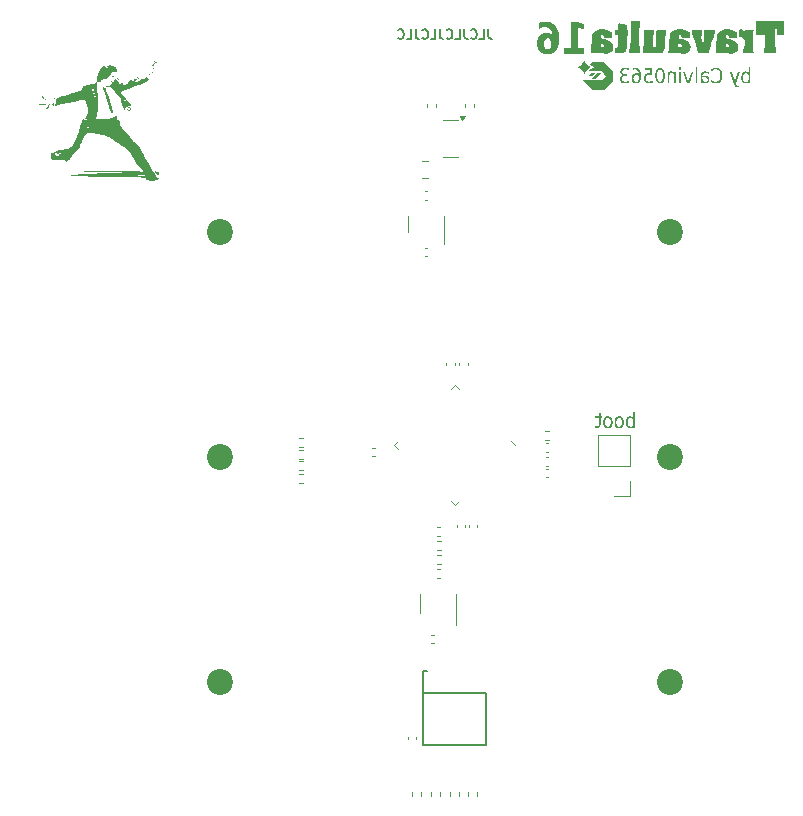
<source format=gbr>
%TF.GenerationSoftware,KiCad,Pcbnew,8.0.8*%
%TF.CreationDate,2025-03-01T19:05:57+01:00*%
%TF.ProjectId,numbpad,6e756d62-7061-4642-9e6b-696361645f70,rev?*%
%TF.SameCoordinates,Original*%
%TF.FileFunction,Legend,Bot*%
%TF.FilePolarity,Positive*%
%FSLAX46Y46*%
G04 Gerber Fmt 4.6, Leading zero omitted, Abs format (unit mm)*
G04 Created by KiCad (PCBNEW 8.0.8) date 2025-03-01 19:05:57*
%MOMM*%
%LPD*%
G01*
G04 APERTURE LIST*
%ADD10C,0.150000*%
%ADD11C,0.400000*%
%ADD12C,0.120000*%
%ADD13C,0.000000*%
%ADD14C,0.170180*%
%ADD15C,0.002540*%
%ADD16C,2.200000*%
G04 APERTURE END LIST*
D10*
G36*
X158192536Y-97583387D02*
G01*
X158049348Y-97583387D01*
X158049348Y-97438978D01*
X158028603Y-97474526D01*
X157987874Y-97525610D01*
X157936386Y-97566900D01*
X157895793Y-97586971D01*
X157835056Y-97603515D01*
X157772743Y-97608421D01*
X157724783Y-97605023D01*
X157662548Y-97588844D01*
X157606039Y-97559341D01*
X157555258Y-97516515D01*
X157516288Y-97469203D01*
X157487967Y-97423565D01*
X157460318Y-97363173D01*
X157439582Y-97296640D01*
X157427581Y-97236507D01*
X157420381Y-97172110D01*
X157417981Y-97103449D01*
X157565748Y-97103449D01*
X157565999Y-97124947D01*
X157570843Y-97195568D01*
X157581852Y-97259001D01*
X157601983Y-97322695D01*
X157630167Y-97377001D01*
X157638406Y-97388980D01*
X157685221Y-97437280D01*
X157741399Y-97466260D01*
X157806937Y-97475920D01*
X157827800Y-97475050D01*
X157891103Y-97459594D01*
X157944806Y-97424818D01*
X157984929Y-97377001D01*
X158000028Y-97351022D01*
X158024185Y-97292022D01*
X158038717Y-97232696D01*
X158047084Y-97166182D01*
X158049348Y-97103449D01*
X158049097Y-97081952D01*
X158044253Y-97011331D01*
X158033244Y-96947897D01*
X158013113Y-96884203D01*
X157984929Y-96829897D01*
X157976685Y-96817882D01*
X157929703Y-96769433D01*
X157873120Y-96740363D01*
X157806937Y-96730674D01*
X157786293Y-96731546D01*
X157723562Y-96747049D01*
X157670194Y-96781933D01*
X157630167Y-96829897D01*
X157615068Y-96855877D01*
X157590911Y-96914877D01*
X157576379Y-96974203D01*
X157568012Y-97040717D01*
X157565748Y-97103449D01*
X157417981Y-97103449D01*
X157419517Y-97048113D01*
X157425757Y-96982807D01*
X157436797Y-96921794D01*
X157456382Y-96854245D01*
X157482879Y-96792879D01*
X157516288Y-96737696D01*
X157541800Y-96705066D01*
X157590946Y-96658434D01*
X157645818Y-96625124D01*
X157706417Y-96605139D01*
X157772743Y-96598477D01*
X157813132Y-96600479D01*
X157876387Y-96613223D01*
X157936386Y-96640304D01*
X157972847Y-96667161D01*
X158015752Y-96713866D01*
X158049348Y-96767615D01*
X158049348Y-96247378D01*
X158192536Y-96247378D01*
X158192536Y-97583387D01*
G37*
G36*
X156919858Y-96603189D02*
G01*
X156981163Y-96617325D01*
X157045496Y-96645727D01*
X157102086Y-96686957D01*
X157144429Y-96732505D01*
X157174685Y-96776901D01*
X157204223Y-96836807D01*
X157226376Y-96903948D01*
X157239197Y-96965425D01*
X157246889Y-97031925D01*
X157249453Y-97103449D01*
X157247812Y-97160865D01*
X157241146Y-97228181D01*
X157229351Y-97290548D01*
X157208428Y-97358855D01*
X157180121Y-97420035D01*
X157144429Y-97474088D01*
X157102086Y-97519740D01*
X157045496Y-97561064D01*
X156981163Y-97589531D01*
X156919858Y-97603699D01*
X156852864Y-97608421D01*
X156786056Y-97603699D01*
X156724851Y-97589531D01*
X156660526Y-97561064D01*
X156603828Y-97519740D01*
X156561299Y-97474088D01*
X156530779Y-97429539D01*
X156500983Y-97369546D01*
X156478636Y-97302427D01*
X156465704Y-97241051D01*
X156457945Y-97174725D01*
X156455359Y-97103449D01*
X156606484Y-97103449D01*
X156606743Y-97124617D01*
X156611724Y-97194288D01*
X156623047Y-97257093D01*
X156643750Y-97320463D01*
X156672735Y-97374864D01*
X156681166Y-97386917D01*
X156728977Y-97435515D01*
X156786210Y-97464674D01*
X156852864Y-97474393D01*
X156874016Y-97473521D01*
X156938320Y-97458017D01*
X156993084Y-97423134D01*
X157034214Y-97375169D01*
X157045999Y-97355921D01*
X157071759Y-97298295D01*
X157089276Y-97231510D01*
X157097841Y-97165559D01*
X157100160Y-97103449D01*
X157099900Y-97082138D01*
X157094895Y-97012093D01*
X157083521Y-96949118D01*
X157062722Y-96885806D01*
X157033604Y-96831729D01*
X157020706Y-96813997D01*
X156976989Y-96771265D01*
X156919577Y-96742195D01*
X156852864Y-96732505D01*
X156831878Y-96733386D01*
X156768051Y-96749032D01*
X156713645Y-96784238D01*
X156672735Y-96832645D01*
X156660895Y-96851989D01*
X156635016Y-96909687D01*
X156617418Y-96976276D01*
X156608813Y-97041836D01*
X156606484Y-97103449D01*
X156455359Y-97103449D01*
X156457014Y-97045828D01*
X156463739Y-96978323D01*
X156475636Y-96915841D01*
X156496742Y-96847495D01*
X156525296Y-96786383D01*
X156561299Y-96732505D01*
X156603828Y-96686957D01*
X156660526Y-96645727D01*
X156724851Y-96617325D01*
X156786056Y-96603189D01*
X156852864Y-96598477D01*
X156919858Y-96603189D01*
G37*
G36*
X155957541Y-96603189D02*
G01*
X156018846Y-96617325D01*
X156083179Y-96645727D01*
X156139769Y-96686957D01*
X156182112Y-96732505D01*
X156212368Y-96776901D01*
X156241906Y-96836807D01*
X156264060Y-96903948D01*
X156276880Y-96965425D01*
X156284572Y-97031925D01*
X156287136Y-97103449D01*
X156285495Y-97160865D01*
X156278829Y-97228181D01*
X156267034Y-97290548D01*
X156246111Y-97358855D01*
X156217804Y-97420035D01*
X156182112Y-97474088D01*
X156139769Y-97519740D01*
X156083179Y-97561064D01*
X156018846Y-97589531D01*
X155957541Y-97603699D01*
X155890547Y-97608421D01*
X155823739Y-97603699D01*
X155762534Y-97589531D01*
X155698210Y-97561064D01*
X155641511Y-97519740D01*
X155598982Y-97474088D01*
X155568462Y-97429539D01*
X155538666Y-97369546D01*
X155516320Y-97302427D01*
X155503387Y-97241051D01*
X155495628Y-97174725D01*
X155493042Y-97103449D01*
X155644167Y-97103449D01*
X155644426Y-97124617D01*
X155649408Y-97194288D01*
X155660730Y-97257093D01*
X155681433Y-97320463D01*
X155710418Y-97374864D01*
X155718850Y-97386917D01*
X155766661Y-97435515D01*
X155823893Y-97464674D01*
X155890547Y-97474393D01*
X155911699Y-97473521D01*
X155976003Y-97458017D01*
X156030767Y-97423134D01*
X156071897Y-97375169D01*
X156083683Y-97355921D01*
X156109442Y-97298295D01*
X156126959Y-97231510D01*
X156135524Y-97165559D01*
X156137843Y-97103449D01*
X156137583Y-97082138D01*
X156132578Y-97012093D01*
X156121204Y-96949118D01*
X156100405Y-96885806D01*
X156071287Y-96831729D01*
X156058389Y-96813997D01*
X156014672Y-96771265D01*
X155957261Y-96742195D01*
X155890547Y-96732505D01*
X155869562Y-96733386D01*
X155805734Y-96749032D01*
X155751328Y-96784238D01*
X155710418Y-96832645D01*
X155698578Y-96851989D01*
X155672699Y-96909687D01*
X155655101Y-96976276D01*
X155646496Y-97041836D01*
X155644167Y-97103449D01*
X155493042Y-97103449D01*
X155494697Y-97045828D01*
X155501422Y-96978323D01*
X155513319Y-96915841D01*
X155534425Y-96847495D01*
X155562979Y-96786383D01*
X155598982Y-96732505D01*
X155641511Y-96686957D01*
X155698210Y-96645727D01*
X155762534Y-96617325D01*
X155823739Y-96603189D01*
X155890547Y-96598477D01*
X155957541Y-96603189D01*
G37*
G36*
X155122098Y-96348739D02*
G01*
X155122098Y-96621680D01*
X154829312Y-96621680D01*
X154829312Y-96744412D01*
X155122098Y-96744412D01*
X155122098Y-97266481D01*
X155119295Y-97331746D01*
X155107272Y-97392075D01*
X155093399Y-97417607D01*
X155038224Y-97445647D01*
X154976163Y-97451190D01*
X154829312Y-97451190D01*
X154829312Y-97583387D01*
X154976163Y-97583387D01*
X155043054Y-97580129D01*
X155107660Y-97568427D01*
X155165241Y-97545090D01*
X155203003Y-97515304D01*
X155236008Y-97461619D01*
X155253611Y-97402915D01*
X155262596Y-97340060D01*
X155265529Y-97277649D01*
X155265591Y-97266481D01*
X155265591Y-96744412D01*
X155369394Y-96744412D01*
X155369394Y-96621680D01*
X155265591Y-96621680D01*
X155265591Y-96348739D01*
X155122098Y-96348739D01*
G37*
X145776488Y-63856045D02*
X145776488Y-64427473D01*
X145776488Y-64427473D02*
X145814583Y-64541759D01*
X145814583Y-64541759D02*
X145890774Y-64617950D01*
X145890774Y-64617950D02*
X146005059Y-64656045D01*
X146005059Y-64656045D02*
X146081250Y-64656045D01*
X145014583Y-64656045D02*
X145395535Y-64656045D01*
X145395535Y-64656045D02*
X145395535Y-63856045D01*
X144290773Y-64579854D02*
X144328869Y-64617950D01*
X144328869Y-64617950D02*
X144443154Y-64656045D01*
X144443154Y-64656045D02*
X144519345Y-64656045D01*
X144519345Y-64656045D02*
X144633631Y-64617950D01*
X144633631Y-64617950D02*
X144709821Y-64541759D01*
X144709821Y-64541759D02*
X144747916Y-64465569D01*
X144747916Y-64465569D02*
X144786012Y-64313188D01*
X144786012Y-64313188D02*
X144786012Y-64198902D01*
X144786012Y-64198902D02*
X144747916Y-64046521D01*
X144747916Y-64046521D02*
X144709821Y-63970330D01*
X144709821Y-63970330D02*
X144633631Y-63894140D01*
X144633631Y-63894140D02*
X144519345Y-63856045D01*
X144519345Y-63856045D02*
X144443154Y-63856045D01*
X144443154Y-63856045D02*
X144328869Y-63894140D01*
X144328869Y-63894140D02*
X144290773Y-63932235D01*
X143719345Y-63856045D02*
X143719345Y-64427473D01*
X143719345Y-64427473D02*
X143757440Y-64541759D01*
X143757440Y-64541759D02*
X143833631Y-64617950D01*
X143833631Y-64617950D02*
X143947916Y-64656045D01*
X143947916Y-64656045D02*
X144024107Y-64656045D01*
X142957440Y-64656045D02*
X143338392Y-64656045D01*
X143338392Y-64656045D02*
X143338392Y-63856045D01*
X142233630Y-64579854D02*
X142271726Y-64617950D01*
X142271726Y-64617950D02*
X142386011Y-64656045D01*
X142386011Y-64656045D02*
X142462202Y-64656045D01*
X142462202Y-64656045D02*
X142576488Y-64617950D01*
X142576488Y-64617950D02*
X142652678Y-64541759D01*
X142652678Y-64541759D02*
X142690773Y-64465569D01*
X142690773Y-64465569D02*
X142728869Y-64313188D01*
X142728869Y-64313188D02*
X142728869Y-64198902D01*
X142728869Y-64198902D02*
X142690773Y-64046521D01*
X142690773Y-64046521D02*
X142652678Y-63970330D01*
X142652678Y-63970330D02*
X142576488Y-63894140D01*
X142576488Y-63894140D02*
X142462202Y-63856045D01*
X142462202Y-63856045D02*
X142386011Y-63856045D01*
X142386011Y-63856045D02*
X142271726Y-63894140D01*
X142271726Y-63894140D02*
X142233630Y-63932235D01*
X141662202Y-63856045D02*
X141662202Y-64427473D01*
X141662202Y-64427473D02*
X141700297Y-64541759D01*
X141700297Y-64541759D02*
X141776488Y-64617950D01*
X141776488Y-64617950D02*
X141890773Y-64656045D01*
X141890773Y-64656045D02*
X141966964Y-64656045D01*
X140900297Y-64656045D02*
X141281249Y-64656045D01*
X141281249Y-64656045D02*
X141281249Y-63856045D01*
X140176487Y-64579854D02*
X140214583Y-64617950D01*
X140214583Y-64617950D02*
X140328868Y-64656045D01*
X140328868Y-64656045D02*
X140405059Y-64656045D01*
X140405059Y-64656045D02*
X140519345Y-64617950D01*
X140519345Y-64617950D02*
X140595535Y-64541759D01*
X140595535Y-64541759D02*
X140633630Y-64465569D01*
X140633630Y-64465569D02*
X140671726Y-64313188D01*
X140671726Y-64313188D02*
X140671726Y-64198902D01*
X140671726Y-64198902D02*
X140633630Y-64046521D01*
X140633630Y-64046521D02*
X140595535Y-63970330D01*
X140595535Y-63970330D02*
X140519345Y-63894140D01*
X140519345Y-63894140D02*
X140405059Y-63856045D01*
X140405059Y-63856045D02*
X140328868Y-63856045D01*
X140328868Y-63856045D02*
X140214583Y-63894140D01*
X140214583Y-63894140D02*
X140176487Y-63932235D01*
X139605059Y-63856045D02*
X139605059Y-64427473D01*
X139605059Y-64427473D02*
X139643154Y-64541759D01*
X139643154Y-64541759D02*
X139719345Y-64617950D01*
X139719345Y-64617950D02*
X139833630Y-64656045D01*
X139833630Y-64656045D02*
X139909821Y-64656045D01*
X138843154Y-64656045D02*
X139224106Y-64656045D01*
X139224106Y-64656045D02*
X139224106Y-63856045D01*
X138119344Y-64579854D02*
X138157440Y-64617950D01*
X138157440Y-64617950D02*
X138271725Y-64656045D01*
X138271725Y-64656045D02*
X138347916Y-64656045D01*
X138347916Y-64656045D02*
X138462202Y-64617950D01*
X138462202Y-64617950D02*
X138538392Y-64541759D01*
X138538392Y-64541759D02*
X138576487Y-64465569D01*
X138576487Y-64465569D02*
X138614583Y-64313188D01*
X138614583Y-64313188D02*
X138614583Y-64198902D01*
X138614583Y-64198902D02*
X138576487Y-64046521D01*
X138576487Y-64046521D02*
X138538392Y-63970330D01*
X138538392Y-63970330D02*
X138462202Y-63894140D01*
X138462202Y-63894140D02*
X138347916Y-63856045D01*
X138347916Y-63856045D02*
X138271725Y-63856045D01*
X138271725Y-63856045D02*
X138157440Y-63894140D01*
X138157440Y-63894140D02*
X138119344Y-63932235D01*
D11*
G36*
X153866985Y-65432921D02*
G01*
X153320858Y-65432921D01*
X153320858Y-63709446D01*
X153881591Y-63837722D01*
X153881591Y-63369704D01*
X153324034Y-63241428D01*
X152734724Y-63241428D01*
X152734724Y-65432921D01*
X152188597Y-65432921D01*
X152188597Y-65907925D01*
X153866985Y-65907925D01*
X153866985Y-65432921D01*
G37*
G36*
X150713588Y-63198451D02*
G01*
X150866802Y-63215056D01*
X151009225Y-63250110D01*
X151140858Y-63303613D01*
X151261700Y-63375566D01*
X151371751Y-63465968D01*
X151471012Y-63574819D01*
X151524578Y-63648041D01*
X151602146Y-63781165D01*
X151653663Y-63897643D01*
X151695813Y-64022993D01*
X151728597Y-64157212D01*
X151752013Y-64300303D01*
X151766063Y-64452264D01*
X151770747Y-64613095D01*
X151770497Y-64653094D01*
X151764499Y-64807357D01*
X151750503Y-64952452D01*
X151728510Y-65088378D01*
X151698520Y-65215136D01*
X151649786Y-65360691D01*
X151588555Y-65491921D01*
X151514829Y-65608825D01*
X151429494Y-65709993D01*
X151313462Y-65808760D01*
X151182561Y-65882835D01*
X151062119Y-65925703D01*
X150931351Y-65951424D01*
X150790258Y-65959997D01*
X150737826Y-65958990D01*
X150588596Y-65943883D01*
X150451467Y-65910648D01*
X150326437Y-65859285D01*
X150213508Y-65789794D01*
X150112680Y-65702174D01*
X150067512Y-65652218D01*
X149990504Y-65543330D01*
X149931268Y-65422475D01*
X149889802Y-65289654D01*
X149866108Y-65144867D01*
X149862050Y-65059523D01*
X150456232Y-65059523D01*
X150460121Y-65156202D01*
X150481951Y-65285656D01*
X150537516Y-65410695D01*
X150548001Y-65424844D01*
X150655282Y-65505176D01*
X150783273Y-65527541D01*
X150793354Y-65527427D01*
X150925520Y-65498329D01*
X151027125Y-65410695D01*
X151069990Y-65325921D01*
X151100471Y-65194231D01*
X151108409Y-65059523D01*
X151104519Y-64962874D01*
X151082690Y-64833590D01*
X151027125Y-64708985D01*
X151016647Y-64694759D01*
X150909962Y-64613991D01*
X150783273Y-64591504D01*
X150773075Y-64591619D01*
X150639597Y-64620875D01*
X150537516Y-64708985D01*
X150494651Y-64793425D01*
X150464170Y-64924876D01*
X150456232Y-65059523D01*
X149862050Y-65059523D01*
X149859937Y-65015070D01*
X149865457Y-64897462D01*
X149886651Y-64765951D01*
X149931468Y-64625784D01*
X149997920Y-64499898D01*
X150086008Y-64388294D01*
X150160160Y-64319325D01*
X150275744Y-64242406D01*
X150405063Y-64188399D01*
X150548118Y-64157304D01*
X150681668Y-64148888D01*
X150690697Y-64148930D01*
X150821216Y-64159842D01*
X150950286Y-64192705D01*
X151069513Y-64247000D01*
X151179533Y-64323521D01*
X151162498Y-64184699D01*
X151127849Y-64045320D01*
X151077007Y-63926499D01*
X151000454Y-63817401D01*
X150938084Y-63759348D01*
X150828539Y-63694789D01*
X150699806Y-63657254D01*
X150569267Y-63646578D01*
X150561205Y-63646616D01*
X150430686Y-63657510D01*
X150305729Y-63685315D01*
X150263057Y-63698260D01*
X150139285Y-63745560D01*
X150018695Y-63804065D01*
X150018695Y-63311281D01*
X150075788Y-63290853D01*
X150200716Y-63253486D01*
X150327320Y-63225552D01*
X150386237Y-63215840D01*
X150516187Y-63201692D01*
X150649281Y-63196975D01*
X150713588Y-63198451D01*
G37*
D10*
G36*
X167960650Y-68385247D02*
G01*
X167817462Y-68385247D01*
X167817462Y-68240838D01*
X167796717Y-68276386D01*
X167755988Y-68327470D01*
X167704500Y-68368760D01*
X167663907Y-68388831D01*
X167603170Y-68405375D01*
X167540857Y-68410281D01*
X167492897Y-68406883D01*
X167430662Y-68390704D01*
X167374153Y-68361201D01*
X167323372Y-68318375D01*
X167284402Y-68271063D01*
X167256081Y-68225425D01*
X167228432Y-68165033D01*
X167207696Y-68098500D01*
X167195695Y-68038367D01*
X167188495Y-67973970D01*
X167186095Y-67905309D01*
X167333862Y-67905309D01*
X167334113Y-67926807D01*
X167338957Y-67997428D01*
X167349966Y-68060861D01*
X167370097Y-68124555D01*
X167398281Y-68178861D01*
X167406520Y-68190840D01*
X167453335Y-68239140D01*
X167509513Y-68268120D01*
X167575051Y-68277780D01*
X167595914Y-68276910D01*
X167659217Y-68261454D01*
X167712920Y-68226678D01*
X167753043Y-68178861D01*
X167768142Y-68152882D01*
X167792299Y-68093882D01*
X167806831Y-68034556D01*
X167815198Y-67968042D01*
X167817462Y-67905309D01*
X167817211Y-67883812D01*
X167812367Y-67813191D01*
X167801358Y-67749757D01*
X167781227Y-67686063D01*
X167753043Y-67631757D01*
X167744799Y-67619742D01*
X167697817Y-67571293D01*
X167641234Y-67542223D01*
X167575051Y-67532534D01*
X167554407Y-67533406D01*
X167491676Y-67548909D01*
X167438308Y-67583793D01*
X167398281Y-67631757D01*
X167383182Y-67657737D01*
X167359025Y-67716737D01*
X167344493Y-67776063D01*
X167336126Y-67842577D01*
X167333862Y-67905309D01*
X167186095Y-67905309D01*
X167187631Y-67849973D01*
X167193871Y-67784667D01*
X167204911Y-67723654D01*
X167224496Y-67656105D01*
X167250993Y-67594739D01*
X167284402Y-67539556D01*
X167309914Y-67506926D01*
X167359060Y-67460294D01*
X167413932Y-67426984D01*
X167474531Y-67406999D01*
X167540857Y-67400337D01*
X167581246Y-67402339D01*
X167644501Y-67415083D01*
X167704500Y-67442164D01*
X167740961Y-67469021D01*
X167783866Y-67515726D01*
X167817462Y-67569475D01*
X167817462Y-67049238D01*
X167960650Y-67049238D01*
X167960650Y-68385247D01*
G37*
G36*
X166595943Y-68474700D02*
G01*
X166618390Y-68534846D01*
X166644307Y-68594408D01*
X166673568Y-68648490D01*
X166713179Y-68698488D01*
X166766016Y-68732488D01*
X166826237Y-68748487D01*
X166866442Y-68751000D01*
X166979709Y-68751000D01*
X166979709Y-68618804D01*
X166896667Y-68618804D01*
X166836314Y-68607933D01*
X166805686Y-68587968D01*
X166771263Y-68536066D01*
X166745561Y-68475944D01*
X166733330Y-68442033D01*
X166707684Y-68369676D01*
X167057867Y-67423540D01*
X166907658Y-67423540D01*
X166637159Y-68175808D01*
X166366660Y-67423540D01*
X166215535Y-67423540D01*
X166595943Y-68474700D01*
G37*
G36*
X164656044Y-67201890D02*
G01*
X164656044Y-67384767D01*
X164701197Y-67342174D01*
X164753349Y-67302497D01*
X164807588Y-67270869D01*
X164824266Y-67262951D01*
X164886891Y-67240006D01*
X164952185Y-67226586D01*
X165013860Y-67222651D01*
X165084693Y-67227373D01*
X165149043Y-67241541D01*
X165206910Y-67265155D01*
X165258294Y-67298213D01*
X165303195Y-67340717D01*
X165316721Y-67356984D01*
X165352413Y-67411577D01*
X165380720Y-67474607D01*
X165398669Y-67533576D01*
X165411489Y-67598404D01*
X165419181Y-67669091D01*
X165421745Y-67745636D01*
X165420104Y-67807059D01*
X165413438Y-67878632D01*
X165401643Y-67944422D01*
X165384720Y-68004427D01*
X165357644Y-68068798D01*
X165323182Y-68124840D01*
X165316721Y-68133371D01*
X165273981Y-68179023D01*
X165224758Y-68215231D01*
X165169052Y-68241992D01*
X165106863Y-68259309D01*
X165038191Y-68267180D01*
X165013860Y-68267705D01*
X164952185Y-68263769D01*
X164886891Y-68250349D01*
X164824266Y-68227405D01*
X164769401Y-68198031D01*
X164716623Y-68160667D01*
X164665932Y-68115313D01*
X164656044Y-68105283D01*
X164656044Y-68286633D01*
X164708005Y-68322197D01*
X164761994Y-68351797D01*
X164823723Y-68377470D01*
X164829457Y-68379446D01*
X164893718Y-68397002D01*
X164954015Y-68406638D01*
X165016101Y-68410251D01*
X165022408Y-68410281D01*
X165086365Y-68407495D01*
X165161359Y-68396178D01*
X165230853Y-68376154D01*
X165294846Y-68347425D01*
X165353338Y-68309989D01*
X165406330Y-68263848D01*
X165435484Y-68231984D01*
X165478757Y-68173098D01*
X165514696Y-68107877D01*
X165538166Y-68051138D01*
X165556942Y-67990345D01*
X165571025Y-67925496D01*
X165580413Y-67856593D01*
X165585107Y-67783635D01*
X165585693Y-67745636D01*
X165583346Y-67670369D01*
X165576305Y-67599204D01*
X165564570Y-67532142D01*
X165548141Y-67469183D01*
X165527018Y-67410326D01*
X165494013Y-67342525D01*
X165453674Y-67281133D01*
X165435484Y-67258371D01*
X165385793Y-67207006D01*
X165330602Y-67164347D01*
X165269909Y-67130394D01*
X165203716Y-67105147D01*
X165132022Y-67088606D01*
X165070706Y-67081641D01*
X165022408Y-67080074D01*
X164959177Y-67083055D01*
X164898093Y-67092000D01*
X164833379Y-67108726D01*
X164827625Y-67110604D01*
X164765889Y-67135165D01*
X164707039Y-67166869D01*
X164656044Y-67201890D01*
G37*
G36*
X164141059Y-67400600D02*
G01*
X164203161Y-67405650D01*
X164266782Y-67417129D01*
X164299058Y-67425264D01*
X164360162Y-67444559D01*
X164417907Y-67467199D01*
X164417907Y-67613439D01*
X164401564Y-67603832D01*
X164343010Y-67575164D01*
X164282353Y-67554210D01*
X164264674Y-67549559D01*
X164202046Y-67538164D01*
X164138249Y-67534365D01*
X164076629Y-67539099D01*
X164012598Y-67557740D01*
X163956899Y-67594205D01*
X163920223Y-67640979D01*
X163898771Y-67699442D01*
X163892480Y-67762733D01*
X163892480Y-67778303D01*
X164091843Y-67778303D01*
X164138807Y-67779591D01*
X164203619Y-67786353D01*
X164270686Y-67801568D01*
X164328549Y-67824671D01*
X164383408Y-67860735D01*
X164395202Y-67871350D01*
X164434767Y-67920037D01*
X164462158Y-67978684D01*
X164476140Y-68038170D01*
X164480800Y-68105283D01*
X164478052Y-68155515D01*
X164465840Y-68216347D01*
X164440423Y-68276389D01*
X164402642Y-68327544D01*
X164371401Y-68355662D01*
X164317294Y-68386931D01*
X164254494Y-68405110D01*
X164191372Y-68410281D01*
X164134585Y-68406997D01*
X164072328Y-68394062D01*
X164013380Y-68368760D01*
X163974440Y-68341610D01*
X163928530Y-68294140D01*
X163892480Y-68239311D01*
X163892480Y-68385247D01*
X163749903Y-68385247D01*
X163749903Y-67937061D01*
X163892480Y-67937061D01*
X163895898Y-68001711D01*
X163908177Y-68068406D01*
X163929386Y-68127429D01*
X163963921Y-68184662D01*
X163977675Y-68201303D01*
X164029529Y-68244952D01*
X164090625Y-68270414D01*
X164153514Y-68277780D01*
X164174404Y-68277012D01*
X164234585Y-68263907D01*
X164289375Y-68228626D01*
X164303711Y-68212320D01*
X164330926Y-68157623D01*
X164339139Y-68094903D01*
X164335954Y-68051653D01*
X164315675Y-67991310D01*
X164272583Y-67945609D01*
X164220610Y-67922586D01*
X164156092Y-67909156D01*
X164094290Y-67903486D01*
X164033225Y-67901951D01*
X163892480Y-67901951D01*
X163892480Y-67937061D01*
X163749903Y-67937061D01*
X163749903Y-67836616D01*
X163749994Y-67822986D01*
X163753166Y-67758112D01*
X163762955Y-67687466D01*
X163779270Y-67624676D01*
X163806551Y-67561351D01*
X163842715Y-67508720D01*
X163880869Y-67471887D01*
X163933846Y-67438546D01*
X163995940Y-67415579D01*
X164056418Y-67404148D01*
X164123595Y-67400337D01*
X164141059Y-67400600D01*
G37*
G36*
X163462002Y-67049238D02*
G01*
X163320341Y-67049238D01*
X163320341Y-68385247D01*
X163462002Y-68385247D01*
X163462002Y-67049238D01*
G37*
G36*
X163126779Y-67423540D02*
G01*
X162976569Y-67423540D01*
X162706070Y-68230763D01*
X162435571Y-67423540D01*
X162284446Y-67423540D01*
X162608984Y-68385247D01*
X162802241Y-68385247D01*
X163126779Y-67423540D01*
G37*
G36*
X162094242Y-67423540D02*
G01*
X161952581Y-67423540D01*
X161952581Y-68385247D01*
X162094242Y-68385247D01*
X162094242Y-67423540D01*
G37*
G36*
X162094242Y-67049238D02*
G01*
X161952581Y-67049238D01*
X161952581Y-67249212D01*
X162094242Y-67249212D01*
X162094242Y-67049238D01*
G37*
G36*
X160937447Y-67804864D02*
G01*
X160937447Y-68385247D01*
X161080024Y-68385247D01*
X161080024Y-67810055D01*
X161083038Y-67745979D01*
X161093638Y-67684203D01*
X161116956Y-67623524D01*
X161128261Y-67605501D01*
X161175017Y-67561618D01*
X161237392Y-67540107D01*
X161271449Y-67537724D01*
X161332352Y-67544172D01*
X161391016Y-67566461D01*
X161440199Y-67604672D01*
X161453104Y-67619240D01*
X161488202Y-67676001D01*
X161508676Y-67737028D01*
X161518036Y-67799181D01*
X161519661Y-67841806D01*
X161519661Y-68385247D01*
X161662848Y-68385247D01*
X161662848Y-67423540D01*
X161519661Y-67423540D01*
X161519661Y-67572834D01*
X161482653Y-67518418D01*
X161437344Y-67470905D01*
X161399982Y-67443385D01*
X161340095Y-67415513D01*
X161278464Y-67402397D01*
X161239697Y-67400337D01*
X161178096Y-67405246D01*
X161116139Y-67422877D01*
X161063188Y-67453331D01*
X161019243Y-67496608D01*
X161014383Y-67502919D01*
X160980724Y-67560259D01*
X160959160Y-67620355D01*
X160944960Y-67689714D01*
X160938649Y-67756536D01*
X160937447Y-67804864D01*
G37*
G36*
X160329344Y-67080740D02*
G01*
X160396678Y-67090740D01*
X160457572Y-67112740D01*
X160512025Y-67146740D01*
X160560039Y-67192739D01*
X160601613Y-67250738D01*
X160613998Y-67272636D01*
X160641465Y-67332648D01*
X160663938Y-67400189D01*
X160678320Y-67459642D01*
X160689507Y-67523914D01*
X160697497Y-67593003D01*
X160702291Y-67666910D01*
X160703890Y-67745636D01*
X160703790Y-67765713D01*
X160701393Y-67843033D01*
X160695799Y-67915574D01*
X160687010Y-67983334D01*
X160675024Y-68046315D01*
X160655548Y-68118319D01*
X160631077Y-68182855D01*
X160601613Y-68239922D01*
X160588470Y-68260551D01*
X160544750Y-68314454D01*
X160494590Y-68356379D01*
X160437989Y-68386325D01*
X160374949Y-68404292D01*
X160305468Y-68410281D01*
X160281557Y-68409616D01*
X160214144Y-68399634D01*
X160153215Y-68377674D01*
X160098768Y-68343735D01*
X160050805Y-68297818D01*
X160009324Y-68239922D01*
X159996939Y-68217991D01*
X159969472Y-68157937D01*
X159946999Y-68090414D01*
X159932616Y-68031018D01*
X159921430Y-67966842D01*
X159913440Y-67897887D01*
X159908645Y-67824151D01*
X159907047Y-67745636D01*
X160063363Y-67745636D01*
X160064307Y-67809449D01*
X160068144Y-67883433D01*
X160074933Y-67950992D01*
X160084674Y-68012125D01*
X160100258Y-68077005D01*
X160123813Y-68141004D01*
X160144187Y-68179000D01*
X160188336Y-68231164D01*
X160242096Y-68262462D01*
X160305468Y-68272895D01*
X160348495Y-68268258D01*
X160405226Y-68243915D01*
X160452587Y-68198706D01*
X160486819Y-68141004D01*
X160510492Y-68077005D01*
X160526155Y-68012125D01*
X160535945Y-67950992D01*
X160542768Y-67883433D01*
X160546625Y-67809449D01*
X160547574Y-67745636D01*
X160546625Y-67681541D01*
X160542768Y-67607272D01*
X160535945Y-67539503D01*
X160526155Y-67478234D01*
X160510492Y-67413290D01*
X160486819Y-67349352D01*
X160466291Y-67311356D01*
X160422054Y-67259192D01*
X160368446Y-67227893D01*
X160305468Y-67217460D01*
X160262152Y-67222097D01*
X160205188Y-67246440D01*
X160157835Y-67291649D01*
X160123813Y-67349352D01*
X160100258Y-67413290D01*
X160084674Y-67478234D01*
X160074933Y-67539503D01*
X160068144Y-67607272D01*
X160064307Y-67681541D01*
X160063363Y-67745636D01*
X159907047Y-67745636D01*
X159907147Y-67725503D01*
X159909544Y-67647982D01*
X159915137Y-67575279D01*
X159923927Y-67507394D01*
X159935912Y-67444327D01*
X159955389Y-67372270D01*
X159979859Y-67307740D01*
X160009324Y-67250738D01*
X160022431Y-67230072D01*
X160066072Y-67176073D01*
X160116197Y-67134073D01*
X160172804Y-67104074D01*
X160235895Y-67086074D01*
X160305468Y-67080074D01*
X160329344Y-67080740D01*
G37*
G36*
X159636243Y-67103277D02*
G01*
X159023193Y-67103277D01*
X159023193Y-67249212D01*
X159493666Y-67249212D01*
X159493666Y-67563369D01*
X159434060Y-67545838D01*
X159425584Y-67544135D01*
X159363659Y-67537780D01*
X159357196Y-67537724D01*
X159287558Y-67541867D01*
X159223587Y-67554296D01*
X159165284Y-67575011D01*
X159104426Y-67609652D01*
X159051281Y-67655571D01*
X159007266Y-67710984D01*
X158978143Y-67764829D01*
X158956962Y-67824535D01*
X158943724Y-67890102D01*
X158938429Y-67961528D01*
X158938319Y-67974003D01*
X158941151Y-68036438D01*
X158952028Y-68105417D01*
X158971062Y-68167914D01*
X158998253Y-68223928D01*
X159040286Y-68281083D01*
X159054334Y-68295793D01*
X159109530Y-68340403D01*
X159164120Y-68369920D01*
X159225429Y-68391386D01*
X159293457Y-68404803D01*
X159355279Y-68409834D01*
X159381315Y-68410281D01*
X159445570Y-68407652D01*
X159510644Y-68399763D01*
X159529387Y-68396543D01*
X159591367Y-68383113D01*
X159650278Y-68366691D01*
X159685397Y-68355327D01*
X159685397Y-68180998D01*
X159628084Y-68211506D01*
X159569259Y-68235060D01*
X159541599Y-68243586D01*
X159479762Y-68256830D01*
X159415306Y-68263322D01*
X159384673Y-68264041D01*
X159321170Y-68259175D01*
X159258122Y-68242069D01*
X159203962Y-68212646D01*
X159172792Y-68186189D01*
X159135011Y-68137805D01*
X159109594Y-68080583D01*
X159096543Y-68014522D01*
X159094634Y-67974003D01*
X159099519Y-67910480D01*
X159116693Y-67847366D01*
X159146231Y-67793090D01*
X159172792Y-67761817D01*
X159221028Y-67724035D01*
X159278151Y-67698619D01*
X159344161Y-67685567D01*
X159384673Y-67683659D01*
X159447413Y-67687552D01*
X159509847Y-67699229D01*
X159568487Y-67717364D01*
X159628200Y-67743147D01*
X159636243Y-67747162D01*
X159636243Y-67103277D01*
G37*
G36*
X158243901Y-67080780D02*
G01*
X158308391Y-67088722D01*
X158368527Y-67105490D01*
X158424311Y-67131083D01*
X158475741Y-67165502D01*
X158522819Y-67208745D01*
X158565543Y-67260813D01*
X158581219Y-67283888D01*
X158615983Y-67345789D01*
X158644426Y-67413713D01*
X158662630Y-67472389D01*
X158676788Y-67534919D01*
X158686902Y-67601303D01*
X158692969Y-67671542D01*
X158694992Y-67745636D01*
X158694889Y-67765713D01*
X158692413Y-67843033D01*
X158686636Y-67915574D01*
X158677558Y-67983334D01*
X158665179Y-68046315D01*
X158645063Y-68118319D01*
X158619789Y-68182855D01*
X158589357Y-68239922D01*
X158575784Y-68260551D01*
X158530643Y-68314454D01*
X158478869Y-68356379D01*
X158420462Y-68386325D01*
X158355422Y-68404292D01*
X158283748Y-68410281D01*
X158241034Y-68408416D01*
X158171565Y-68396176D01*
X158108816Y-68372511D01*
X158052788Y-68337421D01*
X158003480Y-68290908D01*
X157962438Y-68234942D01*
X157931477Y-68171496D01*
X157912962Y-68111160D01*
X157901853Y-68045329D01*
X157898150Y-67974003D01*
X158055381Y-67974003D01*
X158056879Y-68015806D01*
X158065509Y-68076800D01*
X158084386Y-68136751D01*
X158116747Y-68192600D01*
X158164167Y-68238315D01*
X158222049Y-68265053D01*
X158283748Y-68272895D01*
X158344964Y-68265053D01*
X158402521Y-68238315D01*
X158449833Y-68192600D01*
X158467512Y-68166092D01*
X158493880Y-68104578D01*
X158507364Y-68039528D01*
X158511199Y-67974003D01*
X158509701Y-67931950D01*
X158501072Y-67870713D01*
X158482194Y-67810716D01*
X158449833Y-67755100D01*
X158402521Y-67709559D01*
X158344964Y-67682922D01*
X158283748Y-67675110D01*
X158222049Y-67682922D01*
X158164167Y-67709559D01*
X158116747Y-67755100D01*
X158099068Y-67781455D01*
X158072700Y-67842885D01*
X158059217Y-67908114D01*
X158055381Y-67974003D01*
X157898150Y-67974003D01*
X157901703Y-67901299D01*
X157912361Y-67834541D01*
X157930124Y-67773729D01*
X157959829Y-67710298D01*
X157999205Y-67654960D01*
X158032486Y-67621186D01*
X158085115Y-67583519D01*
X158144785Y-67557072D01*
X158211497Y-67541845D01*
X158274284Y-67537724D01*
X158304713Y-67539130D01*
X158367328Y-67551824D01*
X158425409Y-67577719D01*
X158454352Y-67596867D01*
X158502212Y-67641188D01*
X158539593Y-67692207D01*
X158536912Y-67649288D01*
X158529689Y-67582394D01*
X158519023Y-67521299D01*
X158501678Y-67455639D01*
X158479374Y-67398330D01*
X158447086Y-67342024D01*
X158441901Y-67334887D01*
X158395313Y-67285943D01*
X158339643Y-67251501D01*
X158274890Y-67231560D01*
X158210781Y-67226009D01*
X158155710Y-67229631D01*
X158092323Y-67242495D01*
X158032636Y-67262340D01*
X157973865Y-67289512D01*
X157973865Y-67131670D01*
X157977887Y-67130061D01*
X158037216Y-67109001D01*
X158098429Y-67092897D01*
X158154260Y-67083693D01*
X158216887Y-67080074D01*
X158243901Y-67080780D01*
G37*
G36*
X157162063Y-67694039D02*
G01*
X157103196Y-67713544D01*
X157046739Y-67745923D01*
X156999703Y-67789572D01*
X156987429Y-67804864D01*
X156954102Y-67861214D01*
X156933119Y-67925316D01*
X156924787Y-67989636D01*
X156924231Y-68012471D01*
X156928353Y-68080667D01*
X156940718Y-68142831D01*
X156965562Y-68207731D01*
X157001626Y-68264421D01*
X157041468Y-68306478D01*
X157097507Y-68346925D01*
X157153099Y-68373687D01*
X157215667Y-68393150D01*
X157285211Y-68405314D01*
X157348495Y-68409876D01*
X157375165Y-68410281D01*
X157439771Y-68407184D01*
X157501123Y-68398762D01*
X157525069Y-68394100D01*
X157588289Y-68378581D01*
X157648346Y-68359605D01*
X157684132Y-68346473D01*
X157684132Y-68179167D01*
X157629082Y-68209972D01*
X157570102Y-68233926D01*
X157541555Y-68242670D01*
X157477688Y-68256507D01*
X157416765Y-68263018D01*
X157380355Y-68264041D01*
X157311299Y-68260034D01*
X157250983Y-68248013D01*
X157193573Y-68224909D01*
X157156567Y-68199927D01*
X157115996Y-68153941D01*
X157090450Y-68096506D01*
X157080307Y-68035025D01*
X157079631Y-68012471D01*
X157086608Y-67946509D01*
X157110398Y-67885107D01*
X157151072Y-67835395D01*
X157206688Y-67798893D01*
X157268894Y-67778857D01*
X157334361Y-67771531D01*
X157350130Y-67771281D01*
X157484158Y-67771281D01*
X157484158Y-67628704D01*
X157344024Y-67628704D01*
X157277495Y-67623725D01*
X157216366Y-67606747D01*
X157167864Y-67577719D01*
X157127934Y-67528638D01*
X157109143Y-67470184D01*
X157106192Y-67430257D01*
X157113660Y-67367872D01*
X157138840Y-67312159D01*
X157169390Y-67278826D01*
X157224431Y-67246641D01*
X157288311Y-67230187D01*
X157350130Y-67226009D01*
X157412401Y-67229430D01*
X157473910Y-67238797D01*
X157487517Y-67241579D01*
X157549372Y-67256854D01*
X157611032Y-67276053D01*
X157649022Y-67289512D01*
X157649022Y-67135028D01*
X157589451Y-67117761D01*
X157527427Y-67102627D01*
X157482937Y-67093812D01*
X157421194Y-67084917D01*
X157358082Y-67080409D01*
X157336391Y-67080074D01*
X157272356Y-67083229D01*
X157204215Y-67094888D01*
X157143144Y-67115136D01*
X157089144Y-67143975D01*
X157054901Y-67169833D01*
X157009354Y-67218643D01*
X156976820Y-67275315D01*
X156957300Y-67339849D01*
X156950895Y-67402765D01*
X156950793Y-67412244D01*
X156956160Y-67475618D01*
X156974460Y-67537892D01*
X157005748Y-67592373D01*
X157049012Y-67637445D01*
X157103244Y-67671911D01*
X157162063Y-67694039D01*
G37*
D12*
%TO.C,C7*%
X144102500Y-105774664D02*
X144102500Y-105990336D01*
X144822500Y-105774664D02*
X144822500Y-105990336D01*
D13*
%TO.C,G\u002A\u002A\u002A*%
G36*
X106057212Y-70335531D02*
G01*
X106049396Y-70343346D01*
X106041581Y-70335531D01*
X106049396Y-70327715D01*
X106057212Y-70335531D01*
G37*
G36*
X107917273Y-69929131D02*
G01*
X107909458Y-69936946D01*
X107901642Y-69929131D01*
X107909458Y-69921315D01*
X107917273Y-69929131D01*
G37*
G36*
X107917273Y-75290485D02*
G01*
X107909458Y-75298300D01*
X107901642Y-75290485D01*
X107909458Y-75282669D01*
X107917273Y-75290485D01*
G37*
G36*
X108995796Y-70335531D02*
G01*
X108987981Y-70343346D01*
X108980165Y-70335531D01*
X108987981Y-70327715D01*
X108995796Y-70335531D01*
G37*
G36*
X109167735Y-69663408D02*
G01*
X109159919Y-69671223D01*
X109152104Y-69663408D01*
X109159919Y-69655592D01*
X109167735Y-69663408D01*
G37*
G36*
X109245889Y-74477685D02*
G01*
X109238073Y-74485500D01*
X109230258Y-74477685D01*
X109238073Y-74469869D01*
X109245889Y-74477685D01*
G37*
G36*
X111668658Y-71429685D02*
G01*
X111660842Y-71437500D01*
X111653027Y-71429685D01*
X111660842Y-71421869D01*
X111668658Y-71429685D01*
G37*
G36*
X111950012Y-75962608D02*
G01*
X111942196Y-75970423D01*
X111934381Y-75962608D01*
X111942196Y-75954792D01*
X111950012Y-75962608D01*
G37*
G36*
X112543981Y-76025131D02*
G01*
X112536165Y-76032946D01*
X112528350Y-76025131D01*
X112536165Y-76017315D01*
X112543981Y-76025131D01*
G37*
G36*
X113716289Y-66881131D02*
G01*
X113708473Y-66888946D01*
X113700658Y-66881131D01*
X113708473Y-66873315D01*
X113716289Y-66881131D01*
G37*
G36*
X113763181Y-70820085D02*
G01*
X113755365Y-70827900D01*
X113747550Y-70820085D01*
X113755365Y-70812269D01*
X113763181Y-70820085D01*
G37*
G36*
X114122689Y-67803346D02*
G01*
X114114873Y-67811161D01*
X114107058Y-67803346D01*
X114114873Y-67795531D01*
X114122689Y-67803346D01*
G37*
G36*
X114169581Y-68006546D02*
G01*
X114161765Y-68014361D01*
X114153950Y-68006546D01*
X114161765Y-67998731D01*
X114169581Y-68006546D01*
G37*
G36*
X114169581Y-75978238D02*
G01*
X114161765Y-75986054D01*
X114153950Y-75978238D01*
X114161765Y-75970423D01*
X114169581Y-75978238D01*
G37*
G36*
X114607242Y-68209746D02*
G01*
X114599427Y-68217561D01*
X114591612Y-68209746D01*
X114599427Y-68201931D01*
X114607242Y-68209746D01*
G37*
G36*
X116185950Y-67975285D02*
G01*
X116178135Y-67983100D01*
X116170319Y-67975285D01*
X116178135Y-67967469D01*
X116185950Y-67975285D01*
G37*
G36*
X116904965Y-67834608D02*
G01*
X116897150Y-67842423D01*
X116889335Y-67834608D01*
X116897150Y-67826792D01*
X116904965Y-67834608D01*
G37*
G36*
X117248842Y-67068700D02*
G01*
X117241027Y-67076515D01*
X117233212Y-67068700D01*
X117241027Y-67060885D01*
X117248842Y-67068700D01*
G37*
G36*
X117733396Y-66693561D02*
G01*
X117725581Y-66701377D01*
X117717765Y-66693561D01*
X117725581Y-66685746D01*
X117733396Y-66693561D01*
G37*
G36*
X107958955Y-69926526D02*
G01*
X107961401Y-69931227D01*
X107948535Y-69936946D01*
X107940260Y-69935818D01*
X107938114Y-69926526D01*
X107940405Y-69924655D01*
X107958955Y-69926526D01*
G37*
G36*
X108123404Y-69926268D02*
G01*
X108130639Y-69931895D01*
X108113960Y-69935712D01*
X108098107Y-69934607D01*
X108093445Y-69927502D01*
X108098975Y-69924405D01*
X108123404Y-69926268D01*
G37*
G36*
X108974955Y-77335510D02*
G01*
X108977401Y-77340212D01*
X108964535Y-77345931D01*
X108956260Y-77344803D01*
X108954114Y-77335510D01*
X108956405Y-77333639D01*
X108974955Y-77335510D01*
G37*
G36*
X111702850Y-76366145D02*
G01*
X111710085Y-76371772D01*
X111693407Y-76375589D01*
X111677553Y-76374484D01*
X111672891Y-76367379D01*
X111678421Y-76364282D01*
X111702850Y-76366145D01*
G37*
G36*
X111710340Y-71427079D02*
G01*
X111712785Y-71431781D01*
X111699919Y-71437500D01*
X111691644Y-71436372D01*
X111689499Y-71427079D01*
X111691790Y-71425209D01*
X111710340Y-71427079D01*
G37*
G36*
X111819755Y-75991264D02*
G01*
X111822201Y-75995965D01*
X111809335Y-76001685D01*
X111801060Y-76000556D01*
X111798914Y-75991264D01*
X111801205Y-75989393D01*
X111819755Y-75991264D01*
G37*
G36*
X113625435Y-66878268D02*
G01*
X113632670Y-66883895D01*
X113615991Y-66887712D01*
X113600137Y-66886607D01*
X113595476Y-66879502D01*
X113601006Y-66876405D01*
X113625435Y-66878268D01*
G37*
G36*
X113726709Y-66909787D02*
G01*
X113729154Y-66914489D01*
X113716289Y-66920208D01*
X113708014Y-66919080D01*
X113705868Y-66909787D01*
X113708159Y-66907916D01*
X113726709Y-66909787D01*
G37*
G36*
X113747550Y-70718485D02*
G01*
X113746422Y-70726759D01*
X113737130Y-70728905D01*
X113735259Y-70726614D01*
X113737130Y-70708064D01*
X113741831Y-70705619D01*
X113747550Y-70718485D01*
G37*
G36*
X113903858Y-67795531D02*
G01*
X113902730Y-67803806D01*
X113893437Y-67805951D01*
X113891567Y-67803660D01*
X113893437Y-67785110D01*
X113898139Y-67782665D01*
X113903858Y-67795531D01*
G37*
G36*
X114008063Y-75960002D02*
G01*
X114010508Y-75964704D01*
X113997642Y-75970423D01*
X113989368Y-75969295D01*
X113987222Y-75960002D01*
X113989513Y-75958132D01*
X114008063Y-75960002D01*
G37*
G36*
X116154689Y-68014361D02*
G01*
X116153561Y-68022636D01*
X116144268Y-68024782D01*
X116142397Y-68022491D01*
X116144268Y-68003941D01*
X116148970Y-68001496D01*
X116154689Y-68014361D01*
G37*
G36*
X117061273Y-67795531D02*
G01*
X117060145Y-67803806D01*
X117050853Y-67805951D01*
X117048982Y-67803660D01*
X117050853Y-67785110D01*
X117055554Y-67782665D01*
X117061273Y-67795531D01*
G37*
G36*
X117853232Y-76522710D02*
G01*
X117855678Y-76527412D01*
X117842812Y-76533131D01*
X117834537Y-76532003D01*
X117832391Y-76522710D01*
X117834682Y-76520839D01*
X117853232Y-76522710D01*
G37*
G36*
X109059518Y-69674373D02*
G01*
X109065036Y-69688631D01*
X109046681Y-69701366D01*
X109022953Y-69698615D01*
X109011427Y-69680502D01*
X109016531Y-69667982D01*
X109042513Y-69666648D01*
X109059518Y-69674373D01*
G37*
G36*
X111414951Y-75989136D02*
G01*
X111402935Y-76001685D01*
X111388775Y-76010448D01*
X111373987Y-76015743D01*
X111379489Y-76001685D01*
X111382834Y-75997428D01*
X111407765Y-75986293D01*
X111414951Y-75989136D01*
G37*
G36*
X113749802Y-70849291D02*
G01*
X113754781Y-70860107D01*
X113753962Y-70861371D01*
X113731766Y-70874303D01*
X113710479Y-70862406D01*
X113711883Y-70854649D01*
X113733340Y-70847721D01*
X113749802Y-70849291D01*
G37*
G36*
X117518423Y-66527043D02*
G01*
X117523669Y-66534606D01*
X117523223Y-66559338D01*
X117508740Y-66574660D01*
X117494786Y-66570941D01*
X117494676Y-66544036D01*
X117503203Y-66525349D01*
X117518423Y-66527043D01*
G37*
G36*
X117604736Y-66485629D02*
G01*
X117592719Y-66498177D01*
X117578560Y-66506940D01*
X117563772Y-66512235D01*
X117569273Y-66498177D01*
X117572619Y-66493920D01*
X117597550Y-66482785D01*
X117604736Y-66485629D01*
G37*
G36*
X108329464Y-69913138D02*
G01*
X108322604Y-69924323D01*
X108298555Y-69936946D01*
X108282499Y-69935010D01*
X108280629Y-69924455D01*
X108307691Y-69905873D01*
X108314796Y-69902189D01*
X108331694Y-69897622D01*
X108329464Y-69913138D01*
G37*
G36*
X109530150Y-74299844D02*
G01*
X109542873Y-74313561D01*
X109542452Y-74317270D01*
X109528165Y-74329192D01*
X109523780Y-74328596D01*
X109503796Y-74313561D01*
X109502326Y-74305508D01*
X109518505Y-74297931D01*
X109530150Y-74299844D01*
G37*
G36*
X113724742Y-70611330D02*
G01*
X113731919Y-70641253D01*
X113729114Y-70658542D01*
X113716289Y-70671592D01*
X113705896Y-70661406D01*
X113700658Y-70631593D01*
X113704698Y-70606788D01*
X113716289Y-70601254D01*
X113724742Y-70611330D01*
G37*
G36*
X113741320Y-70750465D02*
G01*
X113755365Y-70765377D01*
X113757808Y-70771432D01*
X113748473Y-70781008D01*
X113743936Y-70780407D01*
X113731919Y-70765377D01*
X113732099Y-70761839D01*
X113738812Y-70749746D01*
X113741320Y-70750465D01*
G37*
G36*
X114141782Y-66998958D02*
G01*
X114161765Y-67013992D01*
X114163236Y-67022045D01*
X114147057Y-67029623D01*
X114135411Y-67027710D01*
X114122689Y-67013992D01*
X114123110Y-67010284D01*
X114137397Y-66998361D01*
X114141782Y-66998958D01*
G37*
G36*
X115942434Y-68218789D02*
G01*
X115943673Y-68233192D01*
X115940465Y-68237870D01*
X115927120Y-68248823D01*
X115925560Y-68248417D01*
X115920227Y-68233192D01*
X115920863Y-68228908D01*
X115936780Y-68217561D01*
X115942434Y-68218789D01*
G37*
G36*
X116223788Y-67937435D02*
G01*
X116225027Y-67951838D01*
X116221819Y-67956516D01*
X116208474Y-67967469D01*
X116206914Y-67967063D01*
X116201581Y-67951838D01*
X116202217Y-67947554D01*
X116218134Y-67936208D01*
X116223788Y-67937435D01*
G37*
G36*
X116787735Y-67764269D02*
G01*
X116800405Y-67777280D01*
X116811181Y-67799358D01*
X116806598Y-67804911D01*
X116787735Y-67795531D01*
X116775065Y-67782520D01*
X116764289Y-67760441D01*
X116768871Y-67754888D01*
X116787735Y-67764269D01*
G37*
G36*
X117280401Y-66521265D02*
G01*
X117272075Y-66530854D01*
X117254292Y-66544216D01*
X117248842Y-66531111D01*
X117252480Y-66522572D01*
X117274499Y-66507307D01*
X117279456Y-66505465D01*
X117291805Y-66504319D01*
X117280401Y-66521265D01*
G37*
G36*
X117372898Y-66757387D02*
G01*
X117371601Y-66777759D01*
X117363468Y-66800372D01*
X117351476Y-66807690D01*
X117347448Y-66795074D01*
X117356931Y-66762262D01*
X117364900Y-66743210D01*
X117371040Y-66736614D01*
X117372898Y-66757387D01*
G37*
G36*
X117455779Y-66608046D02*
G01*
X117467673Y-66623223D01*
X117467219Y-66626959D01*
X117452042Y-66638854D01*
X117448306Y-66638400D01*
X117436412Y-66623223D01*
X117436866Y-66619487D01*
X117452042Y-66607592D01*
X117455779Y-66608046D01*
G37*
G36*
X114069067Y-68067323D02*
G01*
X114071743Y-68068382D01*
X114086354Y-68080612D01*
X114074823Y-68101503D01*
X114069238Y-68108029D01*
X114054064Y-68117391D01*
X114040368Y-68100146D01*
X114032811Y-68081303D01*
X114039751Y-68063784D01*
X114069067Y-68067323D01*
G37*
G36*
X111668658Y-75983985D02*
G01*
X111672824Y-75993222D01*
X111696012Y-76006541D01*
X111711288Y-76012107D01*
X111699919Y-76015263D01*
X111690413Y-76015261D01*
X111661952Y-76007640D01*
X111645920Y-75993409D01*
X111651358Y-75979270D01*
X111658808Y-75976177D01*
X111668658Y-75983985D01*
G37*
G36*
X117355637Y-67480964D02*
G01*
X117362207Y-67487427D01*
X117356424Y-67503032D01*
X117324375Y-67526322D01*
X117280841Y-67550799D01*
X117251562Y-67559653D01*
X117243842Y-67547506D01*
X117256658Y-67514177D01*
X117276905Y-67485571D01*
X117313326Y-67468092D01*
X117355637Y-67480964D01*
G37*
G36*
X115225982Y-70627916D02*
G01*
X115232473Y-70665753D01*
X115231979Y-70679813D01*
X115223370Y-70697522D01*
X115197304Y-70694150D01*
X115192505Y-70692663D01*
X115161746Y-70680364D01*
X115157774Y-70665963D01*
X115177345Y-70640795D01*
X115179339Y-70638630D01*
X115207683Y-70618610D01*
X115225982Y-70627916D01*
G37*
G36*
X117333851Y-67093790D02*
G01*
X117334566Y-67095231D01*
X117330648Y-67116187D01*
X117316268Y-67151103D01*
X117292141Y-67186419D01*
X117259596Y-67201561D01*
X117250728Y-67201357D01*
X117239277Y-67196947D01*
X117246248Y-67182126D01*
X117273272Y-67150840D01*
X117285604Y-67137132D01*
X117311115Y-67108142D01*
X117323089Y-67093527D01*
X117333851Y-67093790D01*
G37*
G36*
X117236503Y-67346598D02*
G01*
X117248842Y-67363079D01*
X117248242Y-67370634D01*
X117238422Y-67394341D01*
X117235167Y-67396384D01*
X117207772Y-67402359D01*
X117165661Y-67404761D01*
X117145881Y-67404685D01*
X117118401Y-67402384D01*
X117115271Y-67393482D01*
X117131612Y-67373500D01*
X117137821Y-67367516D01*
X117170192Y-67349776D01*
X117206686Y-67342484D01*
X117236503Y-67346598D01*
G37*
G36*
X117430569Y-66381288D02*
G01*
X117401242Y-66412566D01*
X117378795Y-66436373D01*
X117352767Y-66467547D01*
X117342627Y-66485151D01*
X117342102Y-66488444D01*
X117326528Y-66498177D01*
X117322725Y-66488713D01*
X117335746Y-66464772D01*
X117360065Y-66433590D01*
X117390032Y-66402404D01*
X117419997Y-66378451D01*
X117421357Y-66377588D01*
X117437105Y-66369935D01*
X117430569Y-66381288D01*
G37*
G36*
X114369606Y-67975897D02*
G01*
X114396205Y-67995469D01*
X114436303Y-68029926D01*
X114484818Y-68075068D01*
X114519599Y-68109291D01*
X114557208Y-68148669D01*
X114579937Y-68175652D01*
X114583796Y-68185778D01*
X114574405Y-68181978D01*
X114547184Y-68160978D01*
X114512822Y-68127659D01*
X114497003Y-68111293D01*
X114449117Y-68064676D01*
X114405352Y-68025442D01*
X114391113Y-68012901D01*
X114367248Y-67987377D01*
X114361717Y-67973323D01*
X114369606Y-67975897D01*
G37*
G36*
X117137003Y-67651412D02*
G01*
X117126437Y-67674338D01*
X117096835Y-67701104D01*
X117054528Y-67725213D01*
X117052896Y-67725929D01*
X117013367Y-67739592D01*
X116984415Y-67743639D01*
X116977622Y-67742013D01*
X116959679Y-67727937D01*
X116955012Y-67710367D01*
X116968382Y-67701746D01*
X116977861Y-67700016D01*
X117011700Y-67687813D01*
X117055543Y-67667769D01*
X117079062Y-67656917D01*
X117115116Y-67644404D01*
X117133729Y-67643945D01*
X117137003Y-67651412D01*
G37*
G36*
X114058577Y-67766773D02*
G01*
X114081990Y-67789126D01*
X114085539Y-67814909D01*
X114074949Y-67844998D01*
X114052350Y-67858054D01*
X114041999Y-67860743D01*
X114023251Y-67881500D01*
X114007425Y-67902616D01*
X113988214Y-67897978D01*
X113973061Y-67866910D01*
X113962324Y-67843139D01*
X113941501Y-67837320D01*
X113925257Y-67835064D01*
X113919489Y-67806713D01*
X113927492Y-67775280D01*
X113958565Y-67757850D01*
X113967512Y-67755920D01*
X114016507Y-67754714D01*
X114058577Y-67766773D01*
G37*
G36*
X115482565Y-70556707D02*
G01*
X115480301Y-70577887D01*
X115464580Y-70630969D01*
X115439457Y-70685143D01*
X115411552Y-70724742D01*
X115390410Y-70739336D01*
X115343298Y-70749029D01*
X115298440Y-70736574D01*
X115292233Y-70731346D01*
X115290962Y-70713329D01*
X115311297Y-70682106D01*
X115313561Y-70679289D01*
X115341930Y-70651681D01*
X115365331Y-70640331D01*
X115374540Y-70637308D01*
X115402171Y-70616368D01*
X115434535Y-70582062D01*
X115444824Y-70569715D01*
X115468728Y-70543985D01*
X115479840Y-70540424D01*
X115482565Y-70556707D01*
G37*
G36*
X107827396Y-70040237D02*
G01*
X107844173Y-70041664D01*
X107912882Y-70047473D01*
X107994083Y-70054298D01*
X108073581Y-70060946D01*
X108119236Y-70064801D01*
X108157172Y-70068387D01*
X108172752Y-70070897D01*
X108164194Y-70072596D01*
X108129718Y-70073748D01*
X108067543Y-70074619D01*
X107975889Y-70075473D01*
X107910057Y-70075878D01*
X107833905Y-70075463D01*
X107782003Y-70073498D01*
X107750142Y-70069630D01*
X107734112Y-70063503D01*
X107729704Y-70054765D01*
X107730657Y-70048551D01*
X107742420Y-70039379D01*
X107772586Y-70036917D01*
X107827396Y-70040237D01*
G37*
G36*
X108962295Y-70079711D02*
G01*
X108969439Y-70114240D01*
X108972177Y-70159260D01*
X108969825Y-70205505D01*
X108961698Y-70243705D01*
X108942354Y-70297201D01*
X108921658Y-70257702D01*
X108910402Y-70227217D01*
X108916439Y-70189288D01*
X108921594Y-70179166D01*
X108922755Y-70169313D01*
X108907214Y-70173276D01*
X108869421Y-70191291D01*
X108851217Y-70199775D01*
X108816266Y-70212617D01*
X108798574Y-70213857D01*
X108804933Y-70201129D01*
X108827909Y-70174412D01*
X108860667Y-70140623D01*
X108896295Y-70106608D01*
X108927883Y-70079217D01*
X108948517Y-70065295D01*
X108951431Y-70064939D01*
X108962295Y-70079711D01*
G37*
G36*
X107733612Y-70164335D02*
G01*
X107741913Y-70166297D01*
X107780862Y-70171004D01*
X107841758Y-70175486D01*
X107918064Y-70179313D01*
X108003242Y-70182055D01*
X108089070Y-70184395D01*
X108178527Y-70188059D01*
X108241721Y-70192623D01*
X108281507Y-70198400D01*
X108300744Y-70205705D01*
X108302288Y-70214850D01*
X108291936Y-70217698D01*
X108254666Y-70221050D01*
X108195402Y-70223717D01*
X108119425Y-70225479D01*
X108032018Y-70226115D01*
X108031556Y-70226115D01*
X107916569Y-70224975D01*
X107829594Y-70221209D01*
X107767462Y-70214274D01*
X107727005Y-70203628D01*
X107705055Y-70188729D01*
X107698442Y-70169035D01*
X107705112Y-70160286D01*
X107733612Y-70164335D01*
G37*
G36*
X117649031Y-66821288D02*
G01*
X117636765Y-66843399D01*
X117607767Y-66886434D01*
X117560954Y-66952383D01*
X117553753Y-66962508D01*
X117517996Y-67015807D01*
X117489977Y-67062359D01*
X117475243Y-67093060D01*
X117473028Y-67099271D01*
X117452680Y-67139520D01*
X117424168Y-67182448D01*
X117414370Y-67194825D01*
X117390915Y-67220024D01*
X117378269Y-67226782D01*
X117377652Y-67220406D01*
X117388504Y-67191785D01*
X117412178Y-67146303D01*
X117445141Y-67089572D01*
X117483859Y-67027207D01*
X117524801Y-66964823D01*
X117564433Y-66908031D01*
X117599223Y-66862447D01*
X117625638Y-66833685D01*
X117627702Y-66831883D01*
X117645649Y-66818112D01*
X117649031Y-66821288D01*
G37*
G36*
X107954607Y-69439884D02*
G01*
X107980268Y-69461013D01*
X108021187Y-69498790D01*
X108073226Y-69549340D01*
X108132246Y-69608787D01*
X108183809Y-69661168D01*
X108236723Y-69712975D01*
X108275734Y-69747558D01*
X108305010Y-69768194D01*
X108328718Y-69778158D01*
X108351027Y-69780725D01*
X108354878Y-69780764D01*
X108388162Y-69785654D01*
X108401827Y-69796269D01*
X108396151Y-69804793D01*
X108368410Y-69811242D01*
X108325729Y-69809735D01*
X108277284Y-69800869D01*
X108232251Y-69785239D01*
X108231118Y-69784701D01*
X108194906Y-69761687D01*
X108148438Y-69724595D01*
X108097483Y-69679037D01*
X108047809Y-69630628D01*
X108005186Y-69584978D01*
X107975382Y-69547700D01*
X107964165Y-69524408D01*
X107962788Y-69514030D01*
X107948535Y-69491469D01*
X107935014Y-69471762D01*
X107935011Y-69448178D01*
X107948584Y-69436761D01*
X107954607Y-69439884D01*
G37*
G36*
X117683583Y-66601965D02*
G01*
X117695436Y-66623513D01*
X117694685Y-66632761D01*
X117681728Y-66648448D01*
X117646534Y-66651442D01*
X117616000Y-66652101D01*
X117575236Y-66664661D01*
X117561458Y-66691843D01*
X117550917Y-66711032D01*
X117522381Y-66732638D01*
X117495736Y-66752067D01*
X117483304Y-66772684D01*
X117481667Y-66780803D01*
X117462908Y-66799644D01*
X117457047Y-66803745D01*
X117438594Y-66830826D01*
X117421070Y-66872438D01*
X117404776Y-66915324D01*
X117388813Y-66941852D01*
X117377919Y-66941382D01*
X117373889Y-66912392D01*
X117369890Y-66886134D01*
X117356786Y-66882040D01*
X117347557Y-66897275D01*
X117346803Y-66929855D01*
X117348730Y-66958557D01*
X117336155Y-66964970D01*
X117305502Y-66947014D01*
X117290278Y-66934367D01*
X117288819Y-66919977D01*
X117310330Y-66897699D01*
X117331908Y-66872757D01*
X117342627Y-66847447D01*
X117346673Y-66832714D01*
X117362637Y-66827838D01*
X117377690Y-66845642D01*
X117379046Y-66848161D01*
X117392348Y-66844430D01*
X117412790Y-66818288D01*
X117434346Y-66783539D01*
X117470194Y-66727789D01*
X117495179Y-66693086D01*
X117512450Y-66675280D01*
X117525154Y-66670222D01*
X117545493Y-66660579D01*
X117572046Y-66634946D01*
X117582702Y-66623868D01*
X117617602Y-66603033D01*
X117654434Y-66595435D01*
X117683583Y-66601965D01*
G37*
G36*
X117700476Y-75882114D02*
G01*
X117708419Y-75882508D01*
X117783203Y-75886181D01*
X117845841Y-75889202D01*
X117889974Y-75891269D01*
X117909242Y-75892077D01*
X117911826Y-75893784D01*
X117917667Y-75916706D01*
X117920735Y-75960126D01*
X117921227Y-76016074D01*
X117919346Y-76076577D01*
X117915285Y-76133665D01*
X117909246Y-76179366D01*
X117901427Y-76205709D01*
X117881889Y-76237370D01*
X117876894Y-76205497D01*
X117866611Y-76183575D01*
X117833909Y-76173623D01*
X117809265Y-76169982D01*
X117795919Y-76158483D01*
X117792600Y-76152015D01*
X117772473Y-76152340D01*
X117760417Y-76154557D01*
X117749027Y-76144524D01*
X117745718Y-76137187D01*
X117725713Y-76136658D01*
X117710508Y-76137320D01*
X117692075Y-76116629D01*
X117682239Y-76095681D01*
X117658259Y-76060300D01*
X117646649Y-76042252D01*
X117651897Y-76032946D01*
X117656798Y-76033510D01*
X117678689Y-76048577D01*
X117685482Y-76055463D01*
X117713004Y-76064208D01*
X117721342Y-76062795D01*
X117720668Y-76050596D01*
X117696458Y-76023006D01*
X117658039Y-75994439D01*
X117596634Y-75980022D01*
X117588345Y-75979601D01*
X117543688Y-75969501D01*
X117520027Y-75949473D01*
X117522457Y-75923407D01*
X117523671Y-75915199D01*
X117506750Y-75907900D01*
X117494292Y-75905244D01*
X117492446Y-75890122D01*
X117506951Y-75882931D01*
X117544878Y-75878870D01*
X117608492Y-75878632D01*
X117700476Y-75882114D01*
G37*
G36*
X108653495Y-70211328D02*
G01*
X108690510Y-70231138D01*
X108636567Y-70245116D01*
X108606748Y-70255220D01*
X108583425Y-70276675D01*
X108570456Y-70317656D01*
X108565526Y-70338483D01*
X108541418Y-70408971D01*
X108508781Y-70476474D01*
X108472547Y-70531778D01*
X108437650Y-70565669D01*
X108422187Y-70574789D01*
X108384475Y-70591218D01*
X108369622Y-70587336D01*
X108378892Y-70565182D01*
X108413550Y-70526794D01*
X108451027Y-70484566D01*
X108484597Y-70432170D01*
X108503827Y-70383837D01*
X108504377Y-70348109D01*
X108499141Y-70335522D01*
X108490375Y-70329740D01*
X108476801Y-70351161D01*
X108451152Y-70392478D01*
X108412333Y-70445584D01*
X108369070Y-70498730D01*
X108328518Y-70543161D01*
X108297832Y-70570124D01*
X108283113Y-70579244D01*
X108257221Y-70589930D01*
X108252640Y-70581096D01*
X108269054Y-70554902D01*
X108306145Y-70513505D01*
X108340228Y-70477821D01*
X108365052Y-70447612D01*
X108370745Y-70430428D01*
X108355276Y-70425848D01*
X108316611Y-70433450D01*
X108252719Y-70452813D01*
X108161566Y-70483515D01*
X108101249Y-70503600D01*
X108014083Y-70529032D01*
X107950020Y-70541713D01*
X107905830Y-70542183D01*
X107878281Y-70530986D01*
X107868155Y-70522017D01*
X107856446Y-70503534D01*
X107872282Y-70495561D01*
X107916974Y-70496946D01*
X107963396Y-70495241D01*
X108033118Y-70482971D01*
X108113121Y-70462215D01*
X108193945Y-70435458D01*
X108266128Y-70405187D01*
X108280132Y-70398939D01*
X108321065Y-70386038D01*
X108348470Y-70385104D01*
X108370029Y-70387463D01*
X108411614Y-70376516D01*
X108450589Y-70353824D01*
X108472655Y-70326174D01*
X108475939Y-70313613D01*
X108472643Y-70284908D01*
X108446203Y-70269670D01*
X108393089Y-70265192D01*
X108372918Y-70264622D01*
X108337637Y-70259923D01*
X108323673Y-70252027D01*
X108335714Y-70245769D01*
X108371256Y-70240899D01*
X108422074Y-70239137D01*
X108457354Y-70238043D01*
X108521661Y-70229847D01*
X108568478Y-70215465D01*
X108588403Y-70206338D01*
X108621300Y-70199948D01*
X108653495Y-70211328D01*
G37*
G36*
X113129286Y-68702457D02*
G01*
X113156821Y-68724400D01*
X113192596Y-68760437D01*
X113206088Y-68775172D01*
X113237940Y-68808188D01*
X113257524Y-68821927D01*
X113271402Y-68819423D01*
X113286139Y-68803715D01*
X113301502Y-68785173D01*
X113306121Y-68782782D01*
X113295670Y-68805568D01*
X113290397Y-68818482D01*
X113290029Y-68847771D01*
X113312494Y-68858423D01*
X113319373Y-68854285D01*
X113325597Y-68831069D01*
X113326028Y-68826524D01*
X113338913Y-68794271D01*
X113364112Y-68756823D01*
X113379859Y-68737127D01*
X113391159Y-68725107D01*
X113398493Y-68725235D01*
X113402877Y-68741329D01*
X113405327Y-68777208D01*
X113406860Y-68836691D01*
X113408492Y-68923597D01*
X113409239Y-68957715D01*
X113411966Y-69016973D01*
X113418422Y-69062581D01*
X113431354Y-69104847D01*
X113453510Y-69154078D01*
X113487635Y-69220581D01*
X113491313Y-69227674D01*
X113537808Y-69324205D01*
X113586672Y-69436465D01*
X113634540Y-69555765D01*
X113678051Y-69673412D01*
X113713841Y-69780718D01*
X113738548Y-69868991D01*
X113741861Y-69882773D01*
X113759805Y-69954720D01*
X113781280Y-70037805D01*
X113802339Y-70116700D01*
X113805876Y-70129706D01*
X113836709Y-70245310D01*
X113867238Y-70363376D01*
X113896497Y-70479820D01*
X113923520Y-70590558D01*
X113947341Y-70691506D01*
X113966994Y-70778578D01*
X113981513Y-70847690D01*
X113989933Y-70894760D01*
X113991287Y-70915701D01*
X113989567Y-70918942D01*
X113962010Y-70932725D01*
X113904646Y-70937315D01*
X113884983Y-70937150D01*
X113846411Y-70933763D01*
X113827382Y-70923279D01*
X113819274Y-70902146D01*
X113799921Y-70811300D01*
X113778534Y-70722393D01*
X113757802Y-70646693D01*
X113739334Y-70590057D01*
X113724740Y-70558342D01*
X113715251Y-70545354D01*
X113703524Y-70535652D01*
X113700658Y-70550883D01*
X113698756Y-70564900D01*
X113687734Y-70577808D01*
X113687212Y-70577768D01*
X113680586Y-70563147D01*
X113681810Y-70530114D01*
X113681125Y-70490843D01*
X113659565Y-70460273D01*
X113644096Y-70444915D01*
X113650408Y-70437628D01*
X113650530Y-70437625D01*
X113662560Y-70430456D01*
X113653765Y-70405869D01*
X113644894Y-70386105D01*
X113644561Y-70374608D01*
X113644686Y-70374579D01*
X113642441Y-70359615D01*
X113631606Y-70321079D01*
X113613883Y-70264644D01*
X113590973Y-70195983D01*
X113582866Y-70171991D01*
X113545493Y-70055528D01*
X113504567Y-69920196D01*
X113462754Y-69775381D01*
X113422721Y-69630473D01*
X113387133Y-69494859D01*
X113358657Y-69377928D01*
X113342764Y-69320261D01*
X113314928Y-69238608D01*
X113280358Y-69149517D01*
X113242265Y-69060441D01*
X113203859Y-68978838D01*
X113168354Y-68912163D01*
X113138959Y-68867872D01*
X113126063Y-68851671D01*
X113125589Y-68845166D01*
X113149673Y-68856698D01*
X113157374Y-68860656D01*
X113177221Y-68868166D01*
X113182134Y-68860747D01*
X113171928Y-68834322D01*
X113146421Y-68784816D01*
X113132687Y-68756920D01*
X113118357Y-68719524D01*
X113116263Y-68699269D01*
X113129286Y-68702457D01*
G37*
G36*
X116974354Y-68169015D02*
G01*
X116960127Y-68182785D01*
X116905467Y-68234385D01*
X116862235Y-68269921D01*
X116821281Y-68294694D01*
X116772845Y-68314597D01*
X116707165Y-68335526D01*
X116701608Y-68337219D01*
X116631569Y-68360947D01*
X116560576Y-68388696D01*
X116494733Y-68417630D01*
X116440145Y-68444915D01*
X116402916Y-68467717D01*
X116396024Y-68475469D01*
X116389150Y-68483201D01*
X116387241Y-68485539D01*
X116363838Y-68495330D01*
X116324556Y-68506731D01*
X116319408Y-68508225D01*
X116261057Y-68522069D01*
X116222529Y-68531087D01*
X116102907Y-68565394D01*
X115963559Y-68613001D01*
X115809735Y-68672038D01*
X115646689Y-68740639D01*
X115623642Y-68749826D01*
X115570835Y-68768157D01*
X115513204Y-68785849D01*
X115473692Y-68798970D01*
X115408060Y-68824282D01*
X115332038Y-68856213D01*
X115255296Y-68890827D01*
X115197362Y-68917413D01*
X115110039Y-68955844D01*
X115026514Y-68990958D01*
X114958935Y-69017561D01*
X114944475Y-69022935D01*
X114878826Y-69047513D01*
X114819972Y-69069807D01*
X114779181Y-69085553D01*
X114774384Y-69087398D01*
X114727671Y-69101623D01*
X114689304Y-69107829D01*
X114667363Y-69112871D01*
X114654135Y-69129495D01*
X114656213Y-69137479D01*
X114673796Y-69170466D01*
X114706781Y-69221629D01*
X114752126Y-69286884D01*
X114806788Y-69362150D01*
X114867726Y-69443343D01*
X114931897Y-69526382D01*
X114996258Y-69607184D01*
X115057768Y-69681666D01*
X115113384Y-69745747D01*
X115117586Y-69750427D01*
X115210606Y-69854407D01*
X115285279Y-69938940D01*
X115344337Y-70007427D01*
X115390510Y-70063267D01*
X115426532Y-70109861D01*
X115455133Y-70150608D01*
X115463438Y-70163910D01*
X115479046Y-70188908D01*
X115501003Y-70228161D01*
X115558517Y-70335531D01*
X115438479Y-70335877D01*
X115430509Y-70335928D01*
X115368820Y-70338136D01*
X115317576Y-70342893D01*
X115287181Y-70349278D01*
X115255919Y-70362332D01*
X115287181Y-70375187D01*
X115295006Y-70377838D01*
X115336122Y-70385513D01*
X115386176Y-70389140D01*
X115430342Y-70393969D01*
X115446835Y-70407259D01*
X115433225Y-70428968D01*
X115389513Y-70459086D01*
X115376931Y-70466104D01*
X115339524Y-70479520D01*
X115311990Y-70472871D01*
X115296119Y-70465972D01*
X115253413Y-70454410D01*
X115200588Y-70444973D01*
X115166068Y-70438965D01*
X115124622Y-70427482D01*
X115103735Y-70415700D01*
X115101992Y-70413452D01*
X115084823Y-70412302D01*
X115062968Y-70432576D01*
X115041118Y-70467083D01*
X115023959Y-70508629D01*
X115022319Y-70517358D01*
X115016181Y-70550022D01*
X115015981Y-70557727D01*
X115023699Y-70608435D01*
X115052090Y-70648938D01*
X115075268Y-70673744D01*
X115078159Y-70684896D01*
X115060747Y-70687223D01*
X115043517Y-70684683D01*
X115020799Y-70670527D01*
X115014946Y-70664467D01*
X114990410Y-70661532D01*
X114974806Y-70660135D01*
X114945415Y-70640934D01*
X114915202Y-70609610D01*
X114912460Y-70605465D01*
X114953211Y-70605465D01*
X114954938Y-70607448D01*
X114966944Y-70597823D01*
X114984312Y-70567929D01*
X114996454Y-70538299D01*
X114999015Y-70517358D01*
X114988350Y-70521261D01*
X114967575Y-70552820D01*
X114955658Y-70581685D01*
X114953211Y-70605465D01*
X114912460Y-70605465D01*
X114892449Y-70575215D01*
X114885441Y-70546803D01*
X114883190Y-70524428D01*
X114870428Y-70477366D01*
X114849211Y-70414811D01*
X114822205Y-70343728D01*
X114792078Y-70271081D01*
X114761496Y-70203836D01*
X114733125Y-70148958D01*
X114724301Y-70133106D01*
X114671991Y-70015154D01*
X114648466Y-69905477D01*
X114653219Y-69801880D01*
X114660077Y-69762919D01*
X114667060Y-69717671D01*
X114669765Y-69691792D01*
X114662641Y-69677654D01*
X114637219Y-69644897D01*
X114597693Y-69600145D01*
X114577086Y-69578574D01*
X114742177Y-69578574D01*
X114748494Y-69593411D01*
X114772582Y-69623121D01*
X114810442Y-69662599D01*
X114833726Y-69686108D01*
X114888833Y-69744636D01*
X114949343Y-69811727D01*
X115005827Y-69877034D01*
X115021334Y-69895392D01*
X115096799Y-69982379D01*
X115157973Y-70047885D01*
X115208268Y-70095166D01*
X115251096Y-70127478D01*
X115289870Y-70148078D01*
X115308113Y-70155643D01*
X115340516Y-70168038D01*
X115354507Y-70170213D01*
X115357519Y-70163910D01*
X115354912Y-70160434D01*
X115332773Y-70145306D01*
X115295411Y-70124727D01*
X115268024Y-70109111D01*
X115214754Y-70070267D01*
X115168324Y-70026528D01*
X115135502Y-69984694D01*
X115123058Y-69951565D01*
X115119279Y-69932633D01*
X115101152Y-69911928D01*
X115087819Y-69902269D01*
X115071236Y-69872893D01*
X115062644Y-69855799D01*
X115042713Y-69846620D01*
X115028788Y-69841820D01*
X115016947Y-69816672D01*
X115009507Y-69795842D01*
X114989440Y-69790907D01*
X114970919Y-69788026D01*
X114951723Y-69758781D01*
X114936877Y-69731084D01*
X114920245Y-69718115D01*
X114909965Y-69709397D01*
X114904227Y-69680952D01*
X114903546Y-69671056D01*
X114890516Y-69636952D01*
X114867318Y-69615680D01*
X114842389Y-69616092D01*
X114832251Y-69615777D01*
X114826073Y-69593992D01*
X114823019Y-69574938D01*
X114810442Y-69561808D01*
X114803252Y-69564453D01*
X114794812Y-69585254D01*
X114793048Y-69596040D01*
X114779181Y-69608700D01*
X114775445Y-69608246D01*
X114763550Y-69593069D01*
X114762155Y-69587309D01*
X114744012Y-69577781D01*
X114742177Y-69578574D01*
X114577086Y-69578574D01*
X114548627Y-69548783D01*
X114511817Y-69510830D01*
X114458582Y-69453451D01*
X114413746Y-69402279D01*
X114384297Y-69365128D01*
X114285373Y-69227985D01*
X114195230Y-69110586D01*
X114109905Y-69008802D01*
X114024196Y-68916737D01*
X113932897Y-68828495D01*
X113830804Y-68738182D01*
X113802639Y-68714906D01*
X113758590Y-68685575D01*
X113725981Y-68679412D01*
X113698518Y-68696341D01*
X113669911Y-68736288D01*
X113638985Y-68787142D01*
X113648420Y-68728998D01*
X113652091Y-68699335D01*
X113648463Y-68676679D01*
X113632365Y-68670854D01*
X113619640Y-68673212D01*
X113606873Y-68688398D01*
X113603084Y-68697472D01*
X113584633Y-68687486D01*
X113577217Y-68682885D01*
X113537525Y-68674708D01*
X113483568Y-68676364D01*
X113426573Y-68686151D01*
X113377772Y-68702367D01*
X113348392Y-68723308D01*
X113332684Y-68740790D01*
X113325519Y-68737968D01*
X113335144Y-68715713D01*
X113361769Y-68682026D01*
X113396595Y-68646992D01*
X113430747Y-68619473D01*
X113455349Y-68608331D01*
X113480970Y-68611473D01*
X113527470Y-68620166D01*
X113583938Y-68632462D01*
X113617643Y-68639880D01*
X113670045Y-68647003D01*
X113704086Y-68640544D01*
X113727458Y-68617868D01*
X113746995Y-68578087D01*
X114747919Y-68578087D01*
X114750462Y-68595272D01*
X114762176Y-68608331D01*
X114771243Y-68598224D01*
X114781720Y-68567625D01*
X114789764Y-68528335D01*
X114792983Y-68492495D01*
X114788985Y-68472248D01*
X114787641Y-68471345D01*
X114776322Y-68480606D01*
X114763236Y-68508425D01*
X114752422Y-68544388D01*
X114747919Y-68578087D01*
X113746995Y-68578087D01*
X113747851Y-68576344D01*
X113775680Y-68536875D01*
X113820411Y-68504486D01*
X113825149Y-68502201D01*
X113867736Y-68474811D01*
X113892853Y-68438207D01*
X113898658Y-68416934D01*
X114107058Y-68416934D01*
X114110801Y-68428487D01*
X114130504Y-68452023D01*
X114144538Y-68460615D01*
X114153950Y-68455851D01*
X114150207Y-68444297D01*
X114130504Y-68420761D01*
X114116470Y-68412169D01*
X114107058Y-68416934D01*
X113898658Y-68416934D01*
X113908358Y-68381391D01*
X113909874Y-68372658D01*
X113909589Y-68344535D01*
X113893707Y-68323277D01*
X113855852Y-68298863D01*
X113813418Y-68271905D01*
X113795118Y-68252754D01*
X113805954Y-68244097D01*
X113846063Y-68245838D01*
X113915581Y-68257885D01*
X113937465Y-68267403D01*
X113950750Y-68288198D01*
X113950798Y-68291931D01*
X113955367Y-68308390D01*
X113971909Y-68306369D01*
X114006821Y-68285569D01*
X114031601Y-68262959D01*
X114041655Y-68225408D01*
X114041402Y-68219401D01*
X114054267Y-68180427D01*
X114087734Y-68133410D01*
X114104359Y-68113582D01*
X114128734Y-68080053D01*
X114138319Y-68059787D01*
X114140558Y-68053632D01*
X114157197Y-68055445D01*
X114174060Y-68062723D01*
X114210617Y-68070795D01*
X114247802Y-68080488D01*
X114307357Y-68113868D01*
X114362200Y-68162794D01*
X114402117Y-68219342D01*
X114424509Y-68256221D01*
X114456345Y-68297496D01*
X114461901Y-68303967D01*
X114489782Y-68340330D01*
X114526209Y-68391554D01*
X114564781Y-68448714D01*
X114569595Y-68455851D01*
X114580138Y-68471480D01*
X114613438Y-68516386D01*
X114639598Y-68545621D01*
X114653975Y-68553722D01*
X114659707Y-68546839D01*
X114659595Y-68521861D01*
X114657141Y-68512933D01*
X114662936Y-68499869D01*
X114680197Y-68504675D01*
X114699199Y-68526269D01*
X114704767Y-68535890D01*
X114715271Y-68545222D01*
X114724847Y-68526914D01*
X114727851Y-68502762D01*
X114718604Y-68451072D01*
X114695292Y-68386445D01*
X114660216Y-68316378D01*
X114648273Y-68294860D01*
X114630050Y-68258684D01*
X114622873Y-68239095D01*
X114624760Y-68236586D01*
X114638123Y-68248288D01*
X114660277Y-68276651D01*
X114686429Y-68314861D01*
X114711784Y-68356103D01*
X114731550Y-68393565D01*
X114758681Y-68452338D01*
X114808609Y-68372022D01*
X114827771Y-68342777D01*
X114853893Y-68310453D01*
X114868012Y-68304033D01*
X114868448Y-68323619D01*
X114853523Y-68369313D01*
X114841800Y-68403738D01*
X114827385Y-68461165D01*
X114822003Y-68492495D01*
X114817570Y-68518303D01*
X114813923Y-68565300D01*
X114818014Y-68592305D01*
X114820559Y-68594741D01*
X114844633Y-68593934D01*
X114885164Y-68576721D01*
X114897916Y-68570130D01*
X114937157Y-68552770D01*
X114962611Y-68545808D01*
X114969978Y-68544821D01*
X114982381Y-68532191D01*
X114987078Y-68526863D01*
X115014500Y-68516823D01*
X115058276Y-68508506D01*
X115068437Y-68506731D01*
X115279365Y-68506731D01*
X115287181Y-68514546D01*
X115294996Y-68506731D01*
X115287181Y-68498915D01*
X115279365Y-68506731D01*
X115068437Y-68506731D01*
X115087184Y-68503456D01*
X115160507Y-68475469D01*
X115326258Y-68475469D01*
X115334073Y-68483285D01*
X115341889Y-68475469D01*
X115334073Y-68467654D01*
X115326258Y-68475469D01*
X115160507Y-68475469D01*
X115167028Y-68472980D01*
X115233053Y-68418535D01*
X115287337Y-68338002D01*
X115331956Y-68229261D01*
X115340898Y-68215429D01*
X115369506Y-68191799D01*
X115406401Y-68170941D01*
X115440793Y-68158572D01*
X115461888Y-68160413D01*
X115458056Y-68175555D01*
X115436731Y-68206175D01*
X115402480Y-68245275D01*
X115376506Y-68273794D01*
X115336036Y-68322813D01*
X115300485Y-68370824D01*
X115273714Y-68412149D01*
X115259583Y-68441108D01*
X115261951Y-68452023D01*
X115266777Y-68449837D01*
X115289904Y-68430106D01*
X115325364Y-68394266D01*
X115367681Y-68347721D01*
X115411377Y-68298090D01*
X115470901Y-68231894D01*
X115515943Y-68184694D01*
X115550023Y-68153387D01*
X115576662Y-68134867D01*
X115599382Y-68126032D01*
X115621702Y-68123777D01*
X115623442Y-68123780D01*
X115641029Y-68124981D01*
X115647981Y-68130717D01*
X115641916Y-68144413D01*
X115620455Y-68169497D01*
X115581217Y-68209392D01*
X115521821Y-68267526D01*
X115511781Y-68277329D01*
X115457187Y-68331723D01*
X115411723Y-68378804D01*
X115379888Y-68413818D01*
X115366180Y-68432011D01*
X115364265Y-68438577D01*
X115371447Y-68444750D01*
X115397402Y-68429573D01*
X115440311Y-68394307D01*
X115498356Y-68340217D01*
X115538660Y-68301867D01*
X115602075Y-68243656D01*
X115667869Y-68185207D01*
X115729784Y-68131968D01*
X115781564Y-68089384D01*
X115816953Y-68062902D01*
X115822015Y-68060771D01*
X115813522Y-68072768D01*
X115787375Y-68100676D01*
X115746668Y-68141056D01*
X115742316Y-68145284D01*
X115680005Y-68209240D01*
X115626880Y-68269877D01*
X115585574Y-68323492D01*
X115558724Y-68366376D01*
X115548963Y-68394824D01*
X115558927Y-68405131D01*
X115560251Y-68405059D01*
X115569984Y-68401246D01*
X115585695Y-68389498D01*
X115610488Y-68366863D01*
X115647470Y-68330391D01*
X115699744Y-68277130D01*
X115770416Y-68204130D01*
X115813924Y-68160622D01*
X115867434Y-68111090D01*
X115913238Y-68072909D01*
X115944637Y-68051933D01*
X115984727Y-68023312D01*
X116001863Y-67982090D01*
X116001978Y-67949527D01*
X115991766Y-67935698D01*
X115991389Y-67932650D01*
X116011299Y-67920471D01*
X116049608Y-67902259D01*
X116078449Y-67890641D01*
X116115726Y-67879614D01*
X116134635Y-67879682D01*
X116130197Y-67894733D01*
X116108168Y-67925070D01*
X116073301Y-67963922D01*
X116040072Y-68001130D01*
X115998306Y-68055676D01*
X115969012Y-68103073D01*
X115967186Y-68106585D01*
X115937104Y-68150593D01*
X115892317Y-68202415D01*
X115841804Y-68251565D01*
X115806913Y-68283660D01*
X115754421Y-68337301D01*
X115710862Y-68388135D01*
X115681133Y-68430275D01*
X115670135Y-68457835D01*
X115676518Y-68459966D01*
X115701287Y-68447479D01*
X115739396Y-68421333D01*
X115785128Y-68385528D01*
X115832765Y-68344063D01*
X115837041Y-68340141D01*
X115867193Y-68314035D01*
X115877060Y-68309717D01*
X115867934Y-68326547D01*
X115849946Y-68356440D01*
X115842073Y-68375830D01*
X115848133Y-68376788D01*
X115875965Y-68369008D01*
X115919765Y-68352938D01*
X115972190Y-68331605D01*
X116025898Y-68308035D01*
X116073548Y-68285256D01*
X116107796Y-68266294D01*
X116119995Y-68258177D01*
X116344499Y-68258177D01*
X116350073Y-68263627D01*
X116351893Y-68263547D01*
X116384655Y-68256700D01*
X116430800Y-68241490D01*
X116481703Y-68221516D01*
X116528740Y-68200378D01*
X116563287Y-68181678D01*
X116576719Y-68169015D01*
X116570402Y-68160563D01*
X116545223Y-68155454D01*
X116513644Y-68158722D01*
X116489676Y-68170180D01*
X116477508Y-68179272D01*
X116442605Y-68200248D01*
X116396673Y-68224822D01*
X116364224Y-68242788D01*
X116344499Y-68258177D01*
X116119995Y-68258177D01*
X116124600Y-68255113D01*
X116167727Y-68224760D01*
X116214506Y-68190357D01*
X116240616Y-68171867D01*
X116285431Y-68144779D01*
X116318883Y-68130178D01*
X116343523Y-68119810D01*
X116347410Y-68115961D01*
X116545458Y-68115961D01*
X116553273Y-68123777D01*
X116561089Y-68115961D01*
X116553273Y-68108146D01*
X116545458Y-68115961D01*
X116347410Y-68115961D01*
X116363751Y-68099782D01*
X116367160Y-68094160D01*
X116394871Y-68077328D01*
X116437297Y-68066909D01*
X116481702Y-68065070D01*
X116515352Y-68073979D01*
X116518099Y-68075599D01*
X116539734Y-68080287D01*
X116567890Y-68069116D01*
X116610557Y-68039164D01*
X116644067Y-68010989D01*
X116697235Y-67959933D01*
X116745141Y-67907642D01*
X116745869Y-67906776D01*
X116790423Y-67859630D01*
X116825175Y-67838705D01*
X116855025Y-67842693D01*
X116884872Y-67870282D01*
X116886926Y-67872756D01*
X116909637Y-67898121D01*
X116946060Y-67937253D01*
X116989342Y-67982771D01*
X117074828Y-68071769D01*
X117029169Y-68115961D01*
X116974354Y-68169015D01*
G37*
G36*
X114039101Y-66944827D02*
G01*
X114062104Y-66953802D01*
X114068047Y-66973635D01*
X114071280Y-66991108D01*
X114077505Y-66998361D01*
X114087586Y-67010107D01*
X114094630Y-67013726D01*
X114107058Y-67035267D01*
X114113809Y-67053457D01*
X114136564Y-67078715D01*
X114164458Y-67097202D01*
X114185941Y-67099511D01*
X114191789Y-67094080D01*
X114200842Y-67067777D01*
X114205184Y-67050269D01*
X114223010Y-67048731D01*
X114250752Y-67072608D01*
X114264719Y-67090420D01*
X114282414Y-67122041D01*
X114283300Y-67131223D01*
X114284342Y-67142015D01*
X114268837Y-67143791D01*
X114259579Y-67140650D01*
X114252692Y-67144156D01*
X114255387Y-67149178D01*
X114265081Y-67167239D01*
X114265147Y-67167344D01*
X114285494Y-67189070D01*
X114305706Y-67183222D01*
X114315465Y-67177690D01*
X114323669Y-67187671D01*
X114324498Y-67201250D01*
X114325889Y-67224016D01*
X114326144Y-67234797D01*
X114330937Y-67265062D01*
X114339881Y-67272912D01*
X114350802Y-67270566D01*
X114356060Y-67277839D01*
X114361744Y-67285700D01*
X114362812Y-67316437D01*
X114357905Y-67334259D01*
X114353497Y-67350268D01*
X114352570Y-67353633D01*
X114340207Y-67380527D01*
X114305114Y-67440451D01*
X114271285Y-67471625D01*
X114237079Y-67475784D01*
X114212214Y-67473497D01*
X114191334Y-67489505D01*
X114185266Y-67498534D01*
X114169449Y-67495123D01*
X114140878Y-67468675D01*
X114136033Y-67463507D01*
X114104565Y-67426898D01*
X114083117Y-67397187D01*
X114076755Y-67388049D01*
X114054479Y-67376573D01*
X114015092Y-67380916D01*
X114006189Y-67383073D01*
X113975557Y-67396906D01*
X113951511Y-67424224D01*
X113926153Y-67473221D01*
X113923019Y-67478743D01*
X113900602Y-67518247D01*
X113859119Y-67574877D01*
X113856554Y-67578379D01*
X113807902Y-67631845D01*
X113789148Y-67651214D01*
X113778057Y-67662669D01*
X113766173Y-67674942D01*
X113730302Y-67716894D01*
X113715438Y-67734278D01*
X113676097Y-67787715D01*
X113645621Y-67831202D01*
X113597878Y-67892564D01*
X113552840Y-67945126D01*
X113549757Y-67948724D01*
X113513657Y-67986576D01*
X113478017Y-68016398D01*
X113444033Y-68032199D01*
X113402018Y-68039958D01*
X113387027Y-68041257D01*
X113324771Y-68040337D01*
X113269366Y-68031588D01*
X113256586Y-68028139D01*
X113221462Y-68022436D01*
X113198079Y-68032092D01*
X113172199Y-68061489D01*
X113133727Y-68096878D01*
X113072548Y-68118235D01*
X113037964Y-68125928D01*
X113008106Y-68144420D01*
X112987627Y-68180455D01*
X112978743Y-68194115D01*
X112950599Y-68237390D01*
X112899159Y-68270717D01*
X112838904Y-68276448D01*
X112825116Y-68274793D01*
X112795312Y-68278250D01*
X112782344Y-68298116D01*
X112768812Y-68323357D01*
X112749856Y-68320214D01*
X112728706Y-68287900D01*
X112713273Y-68261427D01*
X112698230Y-68248823D01*
X112697427Y-68249009D01*
X112686317Y-68265713D01*
X112670366Y-68304169D01*
X112652746Y-68356848D01*
X112636290Y-68418592D01*
X112627022Y-68486769D01*
X112629741Y-68556140D01*
X112631863Y-68578099D01*
X112636800Y-68639047D01*
X112642525Y-68719147D01*
X112648487Y-68810526D01*
X112654136Y-68905315D01*
X112656798Y-68950091D01*
X112663528Y-69049762D01*
X112670963Y-69145389D01*
X112678371Y-69227912D01*
X112685022Y-69288269D01*
X112685380Y-69291031D01*
X112694805Y-69377639D01*
X112703754Y-69484070D01*
X112711863Y-69603047D01*
X112718769Y-69727293D01*
X112724108Y-69849533D01*
X112727518Y-69962487D01*
X112728636Y-70058880D01*
X112727098Y-70131435D01*
X112718982Y-70283732D01*
X112717766Y-70304269D01*
X112709316Y-70446914D01*
X112699788Y-70584931D01*
X112690077Y-70701152D01*
X112679861Y-70798946D01*
X112668820Y-70881684D01*
X112656634Y-70952736D01*
X112642981Y-71015469D01*
X112630001Y-71069281D01*
X112615388Y-71130816D01*
X112604848Y-71176340D01*
X112600064Y-71198678D01*
X112598871Y-71204015D01*
X112585361Y-71229392D01*
X112584640Y-71230205D01*
X112572499Y-71250809D01*
X112554080Y-71287357D01*
X112534539Y-71328919D01*
X112519034Y-71364565D01*
X112512719Y-71383367D01*
X112513451Y-71384993D01*
X112534785Y-71392712D01*
X112582947Y-71400594D01*
X112654301Y-71408336D01*
X112745208Y-71415639D01*
X112852031Y-71422201D01*
X112971132Y-71427721D01*
X113098873Y-71431897D01*
X113188917Y-71434232D01*
X113304789Y-71437076D01*
X113395901Y-71438830D01*
X113466194Y-71439307D01*
X113519610Y-71438324D01*
X113560090Y-71435695D01*
X113591575Y-71431236D01*
X113618006Y-71424761D01*
X113643324Y-71416085D01*
X113671470Y-71405024D01*
X113720538Y-71386814D01*
X113793218Y-71362465D01*
X113863538Y-71341213D01*
X113906770Y-71326539D01*
X113978695Y-71296344D01*
X114058266Y-71258172D01*
X114134811Y-71216913D01*
X114136377Y-71216011D01*
X114199982Y-71180668D01*
X114253509Y-71153258D01*
X114291374Y-71136486D01*
X114307992Y-71133054D01*
X114310306Y-71137048D01*
X114316219Y-71165329D01*
X114319069Y-71208263D01*
X114320433Y-71291901D01*
X114322404Y-71359356D01*
X114325973Y-71405401D01*
X114332289Y-71435209D01*
X114342500Y-71453955D01*
X114347267Y-71457972D01*
X114357757Y-71466812D01*
X114379209Y-71478952D01*
X114414450Y-71503950D01*
X114460576Y-71545676D01*
X114491802Y-71579099D01*
X114505544Y-71593808D01*
X114525279Y-71617254D01*
X114532127Y-71625390D01*
X114543544Y-71640700D01*
X114558533Y-71660801D01*
X114570904Y-71689798D01*
X114572995Y-71722922D01*
X114568559Y-71770709D01*
X114563671Y-71810366D01*
X114556501Y-71856406D01*
X114554585Y-71864741D01*
X114550427Y-71882832D01*
X114549838Y-71888742D01*
X114562115Y-71915394D01*
X114590400Y-71946883D01*
X114599965Y-71955989D01*
X114627453Y-71990518D01*
X114638504Y-72018913D01*
X114641876Y-72035687D01*
X114660470Y-72056510D01*
X114676310Y-72069125D01*
X114684861Y-72078970D01*
X114704694Y-72101804D01*
X114736770Y-72145897D01*
X114743192Y-72154962D01*
X114776348Y-72196613D01*
X114814363Y-72241011D01*
X114825915Y-72254503D01*
X114887768Y-72323977D01*
X114952751Y-72394885D01*
X114957787Y-72400380D01*
X115031848Y-72479059D01*
X115051246Y-72499456D01*
X115127101Y-72580584D01*
X115199532Y-72660039D01*
X115263933Y-72732648D01*
X115315699Y-72793239D01*
X115350226Y-72836639D01*
X115355096Y-72843213D01*
X115401095Y-72902600D01*
X115448038Y-72959331D01*
X115486473Y-73001938D01*
X115508828Y-73026023D01*
X115534921Y-73058575D01*
X115545089Y-73078059D01*
X115548043Y-73086683D01*
X115568759Y-73117580D01*
X115605939Y-73163780D01*
X115655635Y-73221053D01*
X115713898Y-73285172D01*
X115776779Y-73351906D01*
X115840328Y-73417027D01*
X115900598Y-73476305D01*
X115953639Y-73525513D01*
X115994124Y-73559272D01*
X115995502Y-73560421D01*
X116080649Y-73631142D01*
X116176977Y-73736058D01*
X116242407Y-73844638D01*
X116263984Y-73882376D01*
X116299828Y-73933614D01*
X116341181Y-73985315D01*
X116347678Y-73993197D01*
X116383277Y-74043557D01*
X116426648Y-74113179D01*
X116473658Y-74194517D01*
X116520172Y-74280020D01*
X116562057Y-74362140D01*
X116595177Y-74433328D01*
X116615400Y-74486036D01*
X116622668Y-74507924D01*
X116647381Y-74571170D01*
X116679869Y-74645615D01*
X116715443Y-74721141D01*
X116749415Y-74787631D01*
X116777096Y-74834968D01*
X116789695Y-74854412D01*
X116818682Y-74903186D01*
X116838741Y-74942400D01*
X116848301Y-74960329D01*
X116877987Y-75002896D01*
X116915115Y-75046658D01*
X116924881Y-75057649D01*
X116965679Y-75111935D01*
X117015318Y-75187507D01*
X117070722Y-75278764D01*
X117128815Y-75380105D01*
X117186522Y-75485928D01*
X117240766Y-75590635D01*
X117288470Y-75688622D01*
X117326560Y-75774291D01*
X117351958Y-75842040D01*
X117353101Y-75845642D01*
X117370375Y-75895550D01*
X117386586Y-75923940D01*
X117408733Y-75938934D01*
X117443813Y-75948656D01*
X117455236Y-75951268D01*
X117480844Y-75959344D01*
X117499896Y-75973046D01*
X117516787Y-75998279D01*
X117535915Y-76040950D01*
X117561678Y-76106966D01*
X117593595Y-76182268D01*
X117633454Y-76257792D01*
X117659472Y-76293979D01*
X117668464Y-76306485D01*
X117671308Y-76310441D01*
X117687742Y-76328590D01*
X117695739Y-76337746D01*
X117727853Y-76374514D01*
X117759491Y-76412774D01*
X117775758Y-76431461D01*
X117806100Y-76449403D01*
X117849368Y-76449823D01*
X117858089Y-76449027D01*
X117891716Y-76449846D01*
X117905335Y-76457132D01*
X117901692Y-76463975D01*
X117879212Y-76470608D01*
X117869544Y-76471934D01*
X117837236Y-76487494D01*
X117808397Y-76512481D01*
X117800309Y-76528160D01*
X117795919Y-76536670D01*
X117795786Y-76539734D01*
X117778915Y-76568680D01*
X117752506Y-76581448D01*
X117738168Y-76588380D01*
X117679805Y-76595654D01*
X117661000Y-76596016D01*
X117622450Y-76601856D01*
X117621217Y-76603469D01*
X117612258Y-76615192D01*
X117610097Y-76619100D01*
X117604871Y-76628550D01*
X117573181Y-76634114D01*
X117543686Y-76637075D01*
X117535264Y-76642546D01*
X117530196Y-76645838D01*
X117529728Y-76647450D01*
X117511660Y-76655075D01*
X117475489Y-76658177D01*
X117468309Y-76658312D01*
X117434522Y-76663477D01*
X117420781Y-76673809D01*
X117419993Y-76675746D01*
X117400335Y-76682322D01*
X117361490Y-76685836D01*
X117313163Y-76686396D01*
X117265054Y-76684112D01*
X117226866Y-76679090D01*
X117208302Y-76671440D01*
X117201278Y-76666697D01*
X117170109Y-76657154D01*
X117124356Y-76648960D01*
X117102703Y-76645554D01*
X117092486Y-76642546D01*
X117334812Y-76642546D01*
X117338011Y-76646815D01*
X117359180Y-76658177D01*
X117362670Y-76657729D01*
X117373889Y-76642546D01*
X117370906Y-76635076D01*
X117349520Y-76626915D01*
X117338355Y-76629165D01*
X117334812Y-76642546D01*
X117092486Y-76642546D01*
X117064599Y-76634336D01*
X117055047Y-76620595D01*
X117056779Y-76615329D01*
X117055382Y-76607829D01*
X117043525Y-76602710D01*
X117016013Y-76599075D01*
X116967652Y-76596030D01*
X116893247Y-76592676D01*
X116885620Y-76592321D01*
X116832082Y-76587975D01*
X116794260Y-76581695D01*
X116779924Y-76574713D01*
X116789674Y-76557705D01*
X116792844Y-76554610D01*
X117071947Y-76554610D01*
X117087331Y-76589630D01*
X117111120Y-76614803D01*
X117139402Y-76626915D01*
X117151347Y-76623873D01*
X117155958Y-76619100D01*
X117201950Y-76619100D01*
X117209765Y-76626915D01*
X117217581Y-76619100D01*
X117209765Y-76611285D01*
X117201950Y-76619100D01*
X117155958Y-76619100D01*
X117170877Y-76603658D01*
X117170932Y-76603469D01*
X117483304Y-76603469D01*
X117491119Y-76611285D01*
X117498935Y-76603469D01*
X117545827Y-76603469D01*
X117553642Y-76611285D01*
X117561458Y-76603469D01*
X117553642Y-76595654D01*
X117545827Y-76603469D01*
X117498935Y-76603469D01*
X117491119Y-76595654D01*
X117483304Y-76603469D01*
X117170932Y-76603469D01*
X117178787Y-76576259D01*
X117175352Y-76568866D01*
X117364258Y-76568866D01*
X117365023Y-76576259D01*
X117365692Y-76582721D01*
X117386070Y-76594053D01*
X117413791Y-76598848D01*
X117437254Y-76593089D01*
X117439588Y-76591425D01*
X117450777Y-76581448D01*
X117434409Y-76585142D01*
X117420094Y-76586882D01*
X117391685Y-76575936D01*
X117382279Y-76568834D01*
X117364995Y-76568076D01*
X117364258Y-76568866D01*
X117175352Y-76568866D01*
X117169221Y-76555670D01*
X117161980Y-76554643D01*
X117155058Y-76571285D01*
X117155042Y-76572729D01*
X117147155Y-76593486D01*
X117131086Y-76590169D01*
X117115981Y-76564392D01*
X117107828Y-76545985D01*
X117094087Y-76533131D01*
X117080691Y-76535658D01*
X117071947Y-76554610D01*
X116792844Y-76554610D01*
X116815089Y-76532890D01*
X116837420Y-76513391D01*
X116838870Y-76505778D01*
X116892689Y-76505778D01*
X116904965Y-76517500D01*
X116918490Y-76524412D01*
X116951858Y-76531793D01*
X116961659Y-76528160D01*
X116944042Y-76517500D01*
X116933162Y-76513060D01*
X116904053Y-76504298D01*
X116892689Y-76505778D01*
X116838870Y-76505778D01*
X116839584Y-76502028D01*
X116818996Y-76492276D01*
X116799411Y-76482266D01*
X116771025Y-76458091D01*
X116763921Y-76451964D01*
X116725574Y-76436432D01*
X116659555Y-76420576D01*
X116568401Y-76404861D01*
X116454651Y-76389751D01*
X116320844Y-76375710D01*
X116299254Y-76373844D01*
X116241231Y-76370001D01*
X116170885Y-76366871D01*
X116086113Y-76364438D01*
X115984809Y-76362689D01*
X115864872Y-76361608D01*
X115724196Y-76361179D01*
X115560679Y-76361389D01*
X115372217Y-76362221D01*
X115156706Y-76363662D01*
X114912042Y-76365696D01*
X114875636Y-76365889D01*
X114770105Y-76365506D01*
X114645775Y-76364051D01*
X114511421Y-76361667D01*
X114375817Y-76358501D01*
X114247735Y-76354698D01*
X114161349Y-76351964D01*
X114054231Y-76349042D01*
X113958149Y-76346933D01*
X113878154Y-76345730D01*
X113819296Y-76345522D01*
X113786627Y-76346402D01*
X113768681Y-76347723D01*
X113742948Y-76349120D01*
X113711428Y-76350199D01*
X113671292Y-76350963D01*
X113619708Y-76351419D01*
X113553846Y-76351569D01*
X113470875Y-76351421D01*
X113367967Y-76350978D01*
X113242289Y-76350245D01*
X113091011Y-76349228D01*
X112911304Y-76347932D01*
X112759263Y-76346430D01*
X112558044Y-76343101D01*
X112377620Y-76338458D01*
X112358489Y-76337746D01*
X117405150Y-76337746D01*
X117412965Y-76345561D01*
X117420781Y-76337746D01*
X117412965Y-76329931D01*
X117405150Y-76337746D01*
X112358489Y-76337746D01*
X112219733Y-76332582D01*
X112086126Y-76325554D01*
X111978542Y-76317456D01*
X111898723Y-76308367D01*
X111889251Y-76306485D01*
X116733027Y-76306485D01*
X116740842Y-76314300D01*
X116748658Y-76306485D01*
X116740842Y-76298669D01*
X116733027Y-76306485D01*
X111889251Y-76306485D01*
X111848412Y-76298371D01*
X111847376Y-76298088D01*
X111817616Y-76294311D01*
X111761473Y-76290682D01*
X111683486Y-76287366D01*
X111588194Y-76284525D01*
X111480139Y-76282323D01*
X111363858Y-76280924D01*
X111238167Y-76279175D01*
X111100008Y-76275684D01*
X110964392Y-76270776D01*
X110835420Y-76264697D01*
X110717196Y-76257692D01*
X110613823Y-76250006D01*
X110529402Y-76241885D01*
X110468035Y-76233573D01*
X110433827Y-76225317D01*
X110422256Y-76220890D01*
X110396053Y-76214050D01*
X110378051Y-76202474D01*
X110377883Y-76195441D01*
X116002614Y-76195441D01*
X116002856Y-76200777D01*
X116023130Y-76203650D01*
X116038494Y-76201147D01*
X116038024Y-76200596D01*
X116085696Y-76200596D01*
X116092593Y-76201147D01*
X116112732Y-76202756D01*
X116147633Y-76207426D01*
X116183070Y-76218543D01*
X116190928Y-76221408D01*
X116228155Y-76228938D01*
X116284139Y-76236339D01*
X116350073Y-76242355D01*
X116441959Y-76249575D01*
X116525662Y-76257966D01*
X116587128Y-76266773D01*
X116631242Y-76276591D01*
X116651015Y-76282193D01*
X116691585Y-76293637D01*
X116712627Y-76293979D01*
X116712577Y-76272858D01*
X116705605Y-76245631D01*
X116695539Y-76202705D01*
X116695120Y-76200934D01*
X116672104Y-76165560D01*
X116631898Y-76147462D01*
X116585777Y-76151863D01*
X116572481Y-76154163D01*
X116561089Y-76143111D01*
X116559946Y-76136781D01*
X116546433Y-76133944D01*
X116537482Y-76137551D01*
X116499200Y-76145517D01*
X116441740Y-76153067D01*
X116373348Y-76159376D01*
X116302270Y-76163618D01*
X116236750Y-76164967D01*
X116190397Y-76166047D01*
X116153287Y-76169922D01*
X116139058Y-76175719D01*
X116131315Y-76184301D01*
X116103889Y-76193853D01*
X116088386Y-76197189D01*
X116085696Y-76200596D01*
X116038024Y-76200596D01*
X116032573Y-76194207D01*
X116023534Y-76191710D01*
X116002614Y-76195441D01*
X110377883Y-76195441D01*
X110377598Y-76183556D01*
X110395120Y-76173623D01*
X110410121Y-76169909D01*
X110412405Y-76149815D01*
X110412352Y-76149676D01*
X110410947Y-76133902D01*
X110430271Y-76139518D01*
X110435370Y-76141615D01*
X110472570Y-76148266D01*
X110519796Y-76148764D01*
X110542769Y-76147507D01*
X110600669Y-76145094D01*
X110684086Y-76142110D01*
X110789598Y-76138659D01*
X110913785Y-76134845D01*
X111053225Y-76130772D01*
X111204498Y-76126545D01*
X111364182Y-76122268D01*
X111528856Y-76118045D01*
X111532567Y-76117951D01*
X111630793Y-76115067D01*
X111721394Y-76111677D01*
X111798461Y-76108058D01*
X111856087Y-76104485D01*
X111888364Y-76101235D01*
X111938402Y-76095138D01*
X111985181Y-76093149D01*
X112014680Y-76090835D01*
X112028165Y-76083117D01*
X112028305Y-76082291D01*
X112044361Y-76074600D01*
X112078965Y-76070728D01*
X112093435Y-76070269D01*
X112140530Y-76068475D01*
X112208456Y-76065687D01*
X112290477Y-76062185D01*
X112374365Y-76058489D01*
X115704161Y-76058489D01*
X115717027Y-76064208D01*
X115725302Y-76063080D01*
X115726846Y-76056392D01*
X116561089Y-76056392D01*
X116568904Y-76064208D01*
X116576719Y-76056392D01*
X116568904Y-76048577D01*
X116563694Y-76053787D01*
X116561089Y-76056392D01*
X115726846Y-76056392D01*
X115727448Y-76053787D01*
X115725157Y-76051916D01*
X115706607Y-76053787D01*
X115704161Y-76058489D01*
X112374365Y-76058489D01*
X112379858Y-76058247D01*
X112469948Y-76054529D01*
X112583667Y-76050424D01*
X112707818Y-76046413D01*
X112836449Y-76042654D01*
X112963606Y-76039303D01*
X113083336Y-76036515D01*
X113189686Y-76034447D01*
X113276703Y-76033255D01*
X113338435Y-76033096D01*
X113338574Y-76033097D01*
X113387236Y-76031733D01*
X113409412Y-76025728D01*
X113409680Y-76013844D01*
X113408563Y-76011965D01*
X113405075Y-76001733D01*
X113421381Y-76013049D01*
X113426546Y-76015539D01*
X113459489Y-76021105D01*
X113515879Y-76024803D01*
X113590744Y-76026773D01*
X113679110Y-76027151D01*
X113776004Y-76026076D01*
X113776970Y-76026053D01*
X115529458Y-76026053D01*
X115529610Y-76028238D01*
X115538658Y-76031681D01*
X115544801Y-76025131D01*
X115779550Y-76025131D01*
X115787365Y-76032946D01*
X115795181Y-76025131D01*
X115787365Y-76017315D01*
X115857704Y-76017315D01*
X115863933Y-76025131D01*
X115865430Y-76027010D01*
X115892873Y-76032707D01*
X115901347Y-76032533D01*
X115916872Y-76028717D01*
X115904596Y-76017315D01*
X115998381Y-76017315D01*
X115998425Y-76018612D01*
X116007609Y-76028717D01*
X116010396Y-76031783D01*
X116035003Y-76028773D01*
X116059749Y-76010891D01*
X116066109Y-76000503D01*
X116123427Y-76000503D01*
X116126196Y-76007895D01*
X116146873Y-76022968D01*
X116158795Y-76025659D01*
X116170319Y-76018497D01*
X116167551Y-76011105D01*
X116165349Y-76009500D01*
X116185950Y-76009500D01*
X116193765Y-76017315D01*
X116201581Y-76009500D01*
X116201267Y-76009186D01*
X116236182Y-76009186D01*
X116236214Y-76009500D01*
X116237121Y-76018497D01*
X116238053Y-76027736D01*
X116242754Y-76030181D01*
X116248473Y-76017315D01*
X116247408Y-76009500D01*
X116279735Y-76009500D01*
X116287550Y-76017315D01*
X116290210Y-76014655D01*
X116408620Y-76014655D01*
X116430856Y-76016324D01*
X116453101Y-76018371D01*
X116493379Y-76027350D01*
X116505723Y-76031410D01*
X116513299Y-76029937D01*
X116497470Y-76011182D01*
X116470135Y-75993681D01*
X116434947Y-76000157D01*
X116413817Y-76008976D01*
X116413337Y-76009500D01*
X116408620Y-76014655D01*
X116290210Y-76014655D01*
X116295365Y-76009500D01*
X116287550Y-76001685D01*
X116279735Y-76009500D01*
X116247408Y-76009500D01*
X116247345Y-76009040D01*
X116238053Y-76006895D01*
X116236182Y-76009186D01*
X116201267Y-76009186D01*
X116193765Y-76001685D01*
X116185950Y-76009500D01*
X116165349Y-76009500D01*
X116146873Y-75996032D01*
X116134951Y-75993341D01*
X116130190Y-75996300D01*
X116123427Y-76000503D01*
X116066109Y-76000503D01*
X116068682Y-75996300D01*
X116061663Y-75978707D01*
X116054949Y-75976019D01*
X116052593Y-75978238D01*
X116045273Y-75985131D01*
X116042620Y-75992757D01*
X116021827Y-76001685D01*
X116011041Y-76003448D01*
X115998381Y-76017315D01*
X115904596Y-76017315D01*
X115896013Y-76012081D01*
X115867544Y-76002771D01*
X115858392Y-76016298D01*
X115857704Y-76017315D01*
X115787365Y-76017315D01*
X115779550Y-76025131D01*
X115544801Y-76025131D01*
X115554397Y-76014900D01*
X115558200Y-76006165D01*
X115547504Y-76008007D01*
X115545355Y-76009500D01*
X115540560Y-76012832D01*
X115529458Y-76026053D01*
X113776970Y-76026053D01*
X113876453Y-76023685D01*
X113975482Y-76020115D01*
X114068119Y-76015505D01*
X114149389Y-76009991D01*
X114214321Y-76003713D01*
X114257940Y-75996806D01*
X114275272Y-75989410D01*
X114291083Y-75981898D01*
X114324419Y-75982504D01*
X114358134Y-75982263D01*
X114379694Y-75971883D01*
X114391168Y-75963067D01*
X114420301Y-75970759D01*
X114449781Y-75978631D01*
X114492261Y-75976277D01*
X114508710Y-75972633D01*
X114526493Y-75974251D01*
X114524334Y-75991530D01*
X114521404Y-76005692D01*
X114529579Y-76017315D01*
X114535945Y-76015299D01*
X114538540Y-76009500D01*
X115029273Y-76009500D01*
X115037089Y-76017315D01*
X115044904Y-76009500D01*
X115037089Y-76001685D01*
X115029273Y-76009500D01*
X114538540Y-76009500D01*
X114544719Y-75995691D01*
X114548491Y-75987071D01*
X115689598Y-75987071D01*
X115693581Y-76001685D01*
X115696690Y-76006165D01*
X115696792Y-76006312D01*
X115711057Y-76017315D01*
X115713195Y-76016298D01*
X115709212Y-76001685D01*
X115706000Y-75997057D01*
X115691736Y-75986054D01*
X115689598Y-75987071D01*
X114548491Y-75987071D01*
X114550014Y-75983591D01*
X114575600Y-75969288D01*
X114610529Y-75964536D01*
X114641401Y-75972544D01*
X114675734Y-75985503D01*
X114704846Y-75979896D01*
X114705669Y-75978238D01*
X114779181Y-75978238D01*
X114786996Y-75986054D01*
X114794812Y-75978238D01*
X115904596Y-75978238D01*
X115912412Y-75986054D01*
X115920227Y-75978238D01*
X115912412Y-75970423D01*
X115904596Y-75978238D01*
X114794812Y-75978238D01*
X114786996Y-75970423D01*
X114779181Y-75978238D01*
X114705669Y-75978238D01*
X114714234Y-75960979D01*
X115002245Y-75960979D01*
X115002487Y-75966315D01*
X115022760Y-75969189D01*
X115038125Y-75966686D01*
X115032204Y-75959745D01*
X115023165Y-75957248D01*
X115002245Y-75960979D01*
X114714234Y-75960979D01*
X114716658Y-75956095D01*
X114719807Y-75938564D01*
X114725631Y-75931346D01*
X114779181Y-75931346D01*
X114786996Y-75939161D01*
X114794812Y-75931346D01*
X114786996Y-75923531D01*
X114779181Y-75931346D01*
X114725631Y-75931346D01*
X114736196Y-75918252D01*
X114743193Y-75913137D01*
X114728381Y-75909134D01*
X114713750Y-75911822D01*
X114701027Y-75929342D01*
X114700544Y-75933196D01*
X114683091Y-75946082D01*
X114638504Y-75949146D01*
X114604623Y-75946435D01*
X114579574Y-75938704D01*
X114580969Y-75928673D01*
X114611150Y-75918931D01*
X114627807Y-75915420D01*
X114630996Y-75912132D01*
X114604352Y-75910029D01*
X114570563Y-75911860D01*
X114522876Y-75922921D01*
X114497276Y-75929166D01*
X114435562Y-75921279D01*
X114432896Y-75920362D01*
X114392360Y-75912550D01*
X114364639Y-75923802D01*
X114350982Y-75932241D01*
X114341519Y-75928096D01*
X114329352Y-75925193D01*
X114288892Y-75922241D01*
X114223089Y-75919601D01*
X114135067Y-75917274D01*
X114027947Y-75915264D01*
X113904850Y-75913576D01*
X113768899Y-75912212D01*
X113623215Y-75911177D01*
X113470921Y-75910473D01*
X113315138Y-75910106D01*
X113158988Y-75910077D01*
X113005592Y-75910391D01*
X112858074Y-75911051D01*
X112719553Y-75912062D01*
X112593154Y-75913426D01*
X112481996Y-75915147D01*
X112389203Y-75917230D01*
X112317895Y-75919676D01*
X112271195Y-75922491D01*
X112252225Y-75925678D01*
X112235736Y-75934613D01*
X112209565Y-75924896D01*
X112193347Y-75914877D01*
X112190955Y-75923531D01*
X112190026Y-75926890D01*
X112190430Y-75932333D01*
X112185315Y-75946771D01*
X112163990Y-75953277D01*
X112118963Y-75954792D01*
X112086319Y-75953665D01*
X112081011Y-75947173D01*
X112099424Y-75930657D01*
X112106608Y-75923531D01*
X112145396Y-75923531D01*
X112148604Y-75928208D01*
X112161950Y-75939161D01*
X112163509Y-75938755D01*
X112168842Y-75923531D01*
X112168206Y-75919246D01*
X112152289Y-75907900D01*
X112146636Y-75909127D01*
X112145396Y-75923531D01*
X112106608Y-75923531D01*
X112107154Y-75922989D01*
X112106067Y-75916848D01*
X112091566Y-75912815D01*
X112060084Y-75910659D01*
X112008054Y-75910151D01*
X111931911Y-75911061D01*
X111828087Y-75913158D01*
X111737795Y-75914998D01*
X111656639Y-75916042D01*
X111599443Y-75915624D01*
X111562260Y-75913492D01*
X111541142Y-75909396D01*
X111532143Y-75903085D01*
X111531317Y-75894308D01*
X111532496Y-75890530D01*
X111539623Y-75883282D01*
X111555889Y-75877888D01*
X111584980Y-75874113D01*
X111630584Y-75871719D01*
X111696386Y-75870472D01*
X111786074Y-75870133D01*
X111903334Y-75870469D01*
X111935767Y-75870606D01*
X112042708Y-75870980D01*
X112172443Y-75871343D01*
X112322515Y-75871693D01*
X112490467Y-75872027D01*
X112673842Y-75872345D01*
X112870182Y-75872644D01*
X113077030Y-75872923D01*
X113291931Y-75873180D01*
X113512425Y-75873413D01*
X113736057Y-75873621D01*
X113960370Y-75873802D01*
X114182905Y-75873953D01*
X114401207Y-75874074D01*
X114612818Y-75874163D01*
X114815281Y-75874218D01*
X115006139Y-75874236D01*
X115182935Y-75874218D01*
X115343212Y-75874160D01*
X115484512Y-75874061D01*
X115604380Y-75873919D01*
X115700357Y-75873733D01*
X115769986Y-75873500D01*
X115810812Y-75873220D01*
X115846231Y-75872870D01*
X115943247Y-75872569D01*
X116040131Y-75873099D01*
X116132434Y-75874348D01*
X116215711Y-75876202D01*
X116285514Y-75878548D01*
X116337397Y-75881274D01*
X116366911Y-75884267D01*
X116369612Y-75887413D01*
X116355145Y-75893540D01*
X116342258Y-75909968D01*
X116343368Y-75915027D01*
X116357566Y-75915915D01*
X116372433Y-75913449D01*
X116402895Y-75922522D01*
X116426616Y-75930528D01*
X116440847Y-75917924D01*
X116456390Y-75905217D01*
X116496958Y-75904330D01*
X116500090Y-75904822D01*
X116529307Y-75913858D01*
X116536560Y-75925281D01*
X116535543Y-75931346D01*
X116535408Y-75932149D01*
X116551428Y-75939161D01*
X116576834Y-75947254D01*
X116587543Y-75966686D01*
X116587720Y-75967008D01*
X116575560Y-75986770D01*
X116564885Y-75991715D01*
X116542296Y-75991915D01*
X116538588Y-75990334D01*
X116529827Y-75999840D01*
X116529832Y-76000352D01*
X116538140Y-76019616D01*
X116553376Y-76026240D01*
X116562323Y-76014330D01*
X116564613Y-76002589D01*
X116572030Y-76015176D01*
X116581323Y-76028660D01*
X116594717Y-76015176D01*
X116595915Y-76013437D01*
X116602862Y-76010732D01*
X116599983Y-76029937D01*
X116598946Y-76036854D01*
X116596753Y-76047279D01*
X116596950Y-76056392D01*
X116597308Y-76072961D01*
X116614592Y-76079838D01*
X116627699Y-76082606D01*
X116649221Y-76103285D01*
X116655050Y-76114301D01*
X116671789Y-76126731D01*
X116676649Y-76124114D01*
X116676510Y-76109683D01*
X116666843Y-76079890D01*
X116646417Y-76031646D01*
X116613998Y-75961863D01*
X116568356Y-75867451D01*
X116550384Y-75830950D01*
X116520197Y-75772656D01*
X116491976Y-75725349D01*
X116460766Y-75682557D01*
X116421609Y-75637808D01*
X116369549Y-75584630D01*
X116299631Y-75516552D01*
X116269747Y-75487544D01*
X116198513Y-75417221D01*
X116130399Y-75348512D01*
X116071934Y-75288042D01*
X116029642Y-75242439D01*
X116026546Y-75238938D01*
X115963467Y-75159252D01*
X115896222Y-75061102D01*
X115831145Y-74954806D01*
X115774571Y-74850679D01*
X115732833Y-74759038D01*
X115713774Y-74717440D01*
X115675343Y-74651582D01*
X115634888Y-74597789D01*
X115609513Y-74566872D01*
X115587241Y-74531431D01*
X115581848Y-74509349D01*
X115579948Y-74492793D01*
X115566302Y-74453606D01*
X115543308Y-74400112D01*
X115514226Y-74339400D01*
X115482318Y-74278556D01*
X115450846Y-74224669D01*
X115444399Y-74216386D01*
X115413664Y-74186731D01*
X115367315Y-74148355D01*
X115312641Y-74107438D01*
X115295216Y-74094827D01*
X115223659Y-74040057D01*
X115147236Y-73977980D01*
X115079773Y-73919741D01*
X115063837Y-73905630D01*
X114990291Y-73844594D01*
X114909493Y-73782429D01*
X114836244Y-73730627D01*
X114821189Y-73720656D01*
X114762154Y-73681656D01*
X114684976Y-73630769D01*
X114595601Y-73571913D01*
X114499974Y-73509002D01*
X114489697Y-73502248D01*
X115329891Y-73502248D01*
X115333030Y-73509963D01*
X115356134Y-73518174D01*
X115402884Y-73528032D01*
X115476964Y-73540690D01*
X115556112Y-73553126D01*
X115609633Y-73560303D01*
X115640211Y-73562269D01*
X115651767Y-73559272D01*
X115648224Y-73551561D01*
X115646574Y-73550341D01*
X115621724Y-73541800D01*
X115576192Y-73531063D01*
X115518511Y-73519627D01*
X115457212Y-73508993D01*
X115400829Y-73500658D01*
X115357894Y-73496121D01*
X115336941Y-73496883D01*
X115329891Y-73502248D01*
X114489697Y-73502248D01*
X114404042Y-73445954D01*
X114371479Y-73424524D01*
X114275132Y-73360692D01*
X114181312Y-73297959D01*
X114095937Y-73240316D01*
X114024926Y-73191750D01*
X113974196Y-73156251D01*
X113893301Y-73101383D01*
X113788244Y-73036363D01*
X113677476Y-72973154D01*
X113568702Y-72915958D01*
X113469627Y-72868981D01*
X113387955Y-72836424D01*
X113383964Y-72835093D01*
X113319077Y-72817566D01*
X113231101Y-72799205D01*
X113127516Y-72781432D01*
X113015802Y-72765669D01*
X112987157Y-72761963D01*
X112871671Y-72745611D01*
X112747977Y-72726296D01*
X112629172Y-72706126D01*
X112528350Y-72687209D01*
X112522883Y-72686110D01*
X112356969Y-72653890D01*
X112213543Y-72628286D01*
X112094550Y-72609606D01*
X112001931Y-72598155D01*
X111937631Y-72594240D01*
X111896300Y-72598910D01*
X111844069Y-72618161D01*
X111784760Y-72654675D01*
X111714394Y-72710969D01*
X111628992Y-72789561D01*
X111604176Y-72813982D01*
X111562235Y-72860314D01*
X111527966Y-72908558D01*
X111495294Y-72967886D01*
X111458143Y-73047469D01*
X111453078Y-73058908D01*
X111418417Y-73140622D01*
X111378773Y-73238628D01*
X111338655Y-73341606D01*
X111302569Y-73438238D01*
X111288421Y-73476569D01*
X111226688Y-73631744D01*
X111177731Y-73742247D01*
X111160533Y-73781065D01*
X111093740Y-73916322D01*
X111030096Y-74029307D01*
X111018057Y-74046469D01*
X110970461Y-74098143D01*
X110898260Y-74162747D01*
X110803313Y-74238563D01*
X110787559Y-74250728D01*
X110714624Y-74309868D01*
X110647672Y-74368413D01*
X110630637Y-74384701D01*
X110593189Y-74420507D01*
X110557664Y-74460295D01*
X110529606Y-74497742D01*
X110484943Y-74557760D01*
X110433713Y-74626909D01*
X110382351Y-74696515D01*
X110379574Y-74700276D01*
X110311563Y-74786612D01*
X110241720Y-74865431D01*
X110173957Y-74933085D01*
X110112182Y-74985926D01*
X110060305Y-75020306D01*
X110022234Y-75032577D01*
X110022233Y-75032577D01*
X109973966Y-75019702D01*
X109943961Y-74982265D01*
X109933642Y-74922045D01*
X109933511Y-74909075D01*
X109931493Y-74874507D01*
X109927814Y-74860638D01*
X109920861Y-74862788D01*
X109891935Y-74874396D01*
X109849502Y-74892701D01*
X109823395Y-74902763D01*
X109761817Y-74918461D01*
X109682100Y-74929794D01*
X109581005Y-74937045D01*
X109455294Y-74940495D01*
X109301728Y-74940426D01*
X109210070Y-74938436D01*
X109092377Y-74931136D01*
X108998593Y-74917853D01*
X108924458Y-74897639D01*
X108865709Y-74869544D01*
X108818087Y-74832616D01*
X108804615Y-74819258D01*
X108741721Y-74737163D01*
X108707796Y-74648275D01*
X108705618Y-74610550D01*
X108946324Y-74610550D01*
X108946705Y-74634340D01*
X108960791Y-74674196D01*
X108962818Y-74679290D01*
X108983895Y-74721574D01*
X109002063Y-74734630D01*
X109019242Y-74719961D01*
X109021550Y-74713763D01*
X109010436Y-74704331D01*
X109000156Y-74699992D01*
X109011059Y-74681328D01*
X109012475Y-74679516D01*
X109028953Y-74646986D01*
X109042589Y-74603174D01*
X109047817Y-74575427D01*
X109045750Y-74553563D01*
X109030327Y-74548023D01*
X109003790Y-74556977D01*
X108971150Y-74580412D01*
X108961046Y-74590153D01*
X108946324Y-74610550D01*
X108705618Y-74610550D01*
X108702090Y-74549448D01*
X108711344Y-74501860D01*
X109027771Y-74501860D01*
X109047184Y-74512526D01*
X109089581Y-74516761D01*
X109104030Y-74517084D01*
X109136932Y-74521183D01*
X109148196Y-74528485D01*
X109148010Y-74529076D01*
X109152104Y-74543687D01*
X109190618Y-74557115D01*
X109249171Y-74571179D01*
X109275861Y-74575427D01*
X109307665Y-74580489D01*
X109351396Y-74582202D01*
X109379393Y-74577790D01*
X109398104Y-74563639D01*
X109402196Y-74531402D01*
X109403518Y-74511457D01*
X109414088Y-74488410D01*
X109431523Y-74493997D01*
X109451339Y-74528485D01*
X109452102Y-74530374D01*
X109466141Y-74554372D01*
X109475987Y-74551072D01*
X109473953Y-74530080D01*
X109460231Y-74489510D01*
X109437663Y-74439590D01*
X109391799Y-74348506D01*
X109435565Y-74361058D01*
X109439653Y-74362240D01*
X109485168Y-74378933D01*
X109515027Y-74402348D01*
X109543468Y-74443343D01*
X109563415Y-74473257D01*
X109574909Y-74478543D01*
X109584142Y-74461977D01*
X109591224Y-74429492D01*
X109593323Y-74384701D01*
X109592293Y-74359930D01*
X109590291Y-74305467D01*
X109588316Y-74245766D01*
X109585934Y-74205998D01*
X109580251Y-74176420D01*
X109572232Y-74175428D01*
X109564805Y-74192914D01*
X109558743Y-74230447D01*
X109558636Y-74233863D01*
X109546480Y-74261852D01*
X109511955Y-74274940D01*
X109451870Y-74274441D01*
X109414917Y-74268977D01*
X109388539Y-74256847D01*
X109392626Y-74239768D01*
X109399863Y-74236927D01*
X109416723Y-74249252D01*
X109425182Y-74258909D01*
X109439546Y-74253832D01*
X109441056Y-74244805D01*
X109425850Y-74231093D01*
X109396832Y-74224528D01*
X109365321Y-74228910D01*
X109352367Y-74236882D01*
X109339673Y-74260526D01*
X109338188Y-74269764D01*
X109324042Y-74282300D01*
X109318412Y-74287574D01*
X109311223Y-74315871D01*
X109308412Y-74360454D01*
X109307643Y-74385692D01*
X109301748Y-74424214D01*
X109291314Y-74438608D01*
X109286781Y-74436899D01*
X109280784Y-74413051D01*
X109284965Y-74360454D01*
X109288697Y-74314266D01*
X109283167Y-74286243D01*
X109267484Y-74287000D01*
X109242218Y-74317113D01*
X109219103Y-74351925D01*
X109191840Y-74299206D01*
X109186734Y-74289704D01*
X109166552Y-74262806D01*
X109152686Y-74265728D01*
X109146630Y-74273490D01*
X109126910Y-74284097D01*
X109123910Y-74285508D01*
X109118064Y-74306649D01*
X109118276Y-74345261D01*
X109119357Y-74362911D01*
X109115329Y-74399997D01*
X109098738Y-74416809D01*
X109086621Y-74424319D01*
X109073950Y-74448586D01*
X109071282Y-74459893D01*
X109050504Y-74479847D01*
X109034581Y-74487826D01*
X109027771Y-74501860D01*
X108711344Y-74501860D01*
X108723853Y-74437537D01*
X108743365Y-74377984D01*
X108762984Y-74338442D01*
X108785179Y-74318830D01*
X108814049Y-74313513D01*
X108816984Y-74313342D01*
X108849887Y-74304575D01*
X108899339Y-74285172D01*
X108955823Y-74258806D01*
X108963018Y-74255228D01*
X109021104Y-74229357D01*
X109072673Y-74211076D01*
X109107301Y-74204146D01*
X109138839Y-74199650D01*
X109160998Y-74186770D01*
X109162640Y-74184501D01*
X109190021Y-74164340D01*
X109239289Y-74139899D01*
X109303052Y-74114194D01*
X109373918Y-74090242D01*
X109444495Y-74071060D01*
X109472482Y-74065131D01*
X109546440Y-74052292D01*
X109631674Y-74040168D01*
X109714812Y-74030753D01*
X109792499Y-74023325D01*
X109870067Y-74015733D01*
X109926987Y-74009774D01*
X109969176Y-74004725D01*
X110002548Y-73999866D01*
X110033019Y-73994473D01*
X110066504Y-73987824D01*
X110131753Y-73972850D01*
X110187640Y-73953652D01*
X110230241Y-73928410D01*
X110269220Y-73892583D01*
X110279676Y-73881994D01*
X110335365Y-73835729D01*
X110388483Y-73802460D01*
X110702924Y-73802460D01*
X110703476Y-73805905D01*
X110708618Y-73822567D01*
X110718067Y-73816188D01*
X110736497Y-73784227D01*
X110753462Y-73742247D01*
X110749221Y-73716118D01*
X110735161Y-73712061D01*
X110715647Y-73734351D01*
X110705988Y-73761087D01*
X110702924Y-73802460D01*
X110388483Y-73802460D01*
X110396789Y-73797258D01*
X110454925Y-73771601D01*
X110500751Y-73763777D01*
X110554792Y-73758346D01*
X110592019Y-73735027D01*
X110605765Y-73697565D01*
X110607573Y-73683144D01*
X110621112Y-73640419D01*
X110643551Y-73592607D01*
X110652487Y-73575485D01*
X110679815Y-73513088D01*
X110699688Y-73453869D01*
X110703719Y-73439748D01*
X110725891Y-73380450D01*
X110751780Y-73329312D01*
X110759554Y-73316147D01*
X110787455Y-73261145D01*
X110811338Y-73204266D01*
X110813229Y-73199163D01*
X110829215Y-73158074D01*
X110854516Y-73094871D01*
X110886861Y-73015161D01*
X110923977Y-72924548D01*
X110963593Y-72828638D01*
X110971178Y-72810320D01*
X111015764Y-72700441D01*
X111051799Y-72605892D01*
X111081596Y-72518985D01*
X111107468Y-72432031D01*
X111131730Y-72337340D01*
X111156696Y-72227223D01*
X111158282Y-72219670D01*
X111689408Y-72219670D01*
X111695615Y-72235185D01*
X111714872Y-72264979D01*
X111720318Y-72272160D01*
X111748271Y-72301074D01*
X111780040Y-72325891D01*
X111808795Y-72342483D01*
X111827703Y-72346723D01*
X111829933Y-72334485D01*
X111825085Y-72325153D01*
X111808716Y-72312823D01*
X111799960Y-72307891D01*
X111786641Y-72283934D01*
X111783924Y-72277995D01*
X111759144Y-72251869D01*
X111723018Y-72228903D01*
X111690304Y-72219038D01*
X111689408Y-72219670D01*
X111158282Y-72219670D01*
X111184679Y-72093992D01*
X111184691Y-72093933D01*
X111215448Y-71959768D01*
X111219088Y-71947583D01*
X111574873Y-71947583D01*
X111574973Y-71949951D01*
X111586507Y-71985082D01*
X111613449Y-72034288D01*
X111650452Y-72089524D01*
X111692171Y-72142744D01*
X111733258Y-72185903D01*
X111754174Y-72204386D01*
X111787065Y-72228672D01*
X111804329Y-72231110D01*
X111809335Y-72212895D01*
X111812477Y-72198578D01*
X111828649Y-72185075D01*
X111864016Y-72174338D01*
X111924567Y-72163813D01*
X111956226Y-72157863D01*
X111988233Y-72143738D01*
X111992961Y-72121443D01*
X111972902Y-72087017D01*
X111972558Y-72086563D01*
X111950864Y-72067082D01*
X111931928Y-72074562D01*
X111917761Y-72083356D01*
X111885094Y-72077080D01*
X111866456Y-72069696D01*
X111856227Y-72077811D01*
X111855572Y-72083634D01*
X111842283Y-72093972D01*
X111819234Y-72085474D01*
X111796181Y-72060888D01*
X111776663Y-72039403D01*
X111758402Y-72044888D01*
X111750439Y-72062298D01*
X111765125Y-72089715D01*
X111774600Y-72101736D01*
X111793857Y-72134326D01*
X111802387Y-72161059D01*
X111796468Y-72172146D01*
X111788496Y-72168755D01*
X111762006Y-72147020D01*
X111725426Y-72110673D01*
X111684785Y-72066168D01*
X111653754Y-72029083D01*
X112003604Y-72029083D01*
X112011567Y-72068001D01*
X112026632Y-72096654D01*
X112042487Y-72109623D01*
X112062736Y-72101233D01*
X112067567Y-72074667D01*
X112051504Y-72036926D01*
X112032062Y-72014634D01*
X112031696Y-72014547D01*
X112075005Y-72014547D01*
X112082354Y-72040559D01*
X112103642Y-72068123D01*
X112113245Y-72074667D01*
X112132932Y-72088083D01*
X112158429Y-72093004D01*
X112164832Y-72084375D01*
X113168435Y-72084375D01*
X113180020Y-72101939D01*
X113196822Y-72121443D01*
X113212043Y-72139112D01*
X113264145Y-72195283D01*
X113335966Y-72269838D01*
X113395701Y-72329948D01*
X113400522Y-72334485D01*
X113443762Y-72375180D01*
X113475259Y-72399992D01*
X113492292Y-72406015D01*
X113496964Y-72394885D01*
X113491063Y-72381020D01*
X113468098Y-72352394D01*
X113426177Y-72309218D01*
X113373398Y-72259064D01*
X114453933Y-72259064D01*
X114457255Y-72264358D01*
X114482196Y-72250300D01*
X114493190Y-72241011D01*
X114487026Y-72234908D01*
X114481578Y-72235439D01*
X114458750Y-72250300D01*
X114453933Y-72259064D01*
X113373398Y-72259064D01*
X113363569Y-72249724D01*
X113278541Y-72172146D01*
X113259909Y-72155459D01*
X113208020Y-72110523D01*
X113177649Y-72087032D01*
X113168435Y-72084375D01*
X112164832Y-72084375D01*
X112168842Y-72078970D01*
X112161145Y-72062477D01*
X112137595Y-72035330D01*
X112109293Y-72010850D01*
X112087741Y-72000208D01*
X112084061Y-72000619D01*
X112075005Y-72014547D01*
X112031696Y-72014547D01*
X112012211Y-72009912D01*
X112003604Y-72029083D01*
X111653754Y-72029083D01*
X111646116Y-72019955D01*
X111615448Y-71978488D01*
X111595468Y-71950505D01*
X111579713Y-71936337D01*
X111574873Y-71947583D01*
X111219088Y-71947583D01*
X111242433Y-71869442D01*
X114250500Y-71869442D01*
X114263365Y-71875161D01*
X114271640Y-71874033D01*
X114273786Y-71864741D01*
X114271495Y-71862870D01*
X114252945Y-71864741D01*
X114250500Y-71869442D01*
X111242433Y-71869442D01*
X111247820Y-71851409D01*
X111283702Y-71763402D01*
X111324990Y-71690296D01*
X111339294Y-71667187D01*
X111365012Y-71617494D01*
X111379624Y-71577560D01*
X111398438Y-71539070D01*
X111444489Y-71498492D01*
X111453375Y-71492882D01*
X111483330Y-71472038D01*
X111575954Y-71472038D01*
X111594412Y-71496180D01*
X111602700Y-71500844D01*
X111637606Y-71511274D01*
X111685449Y-71519913D01*
X111735390Y-71525410D01*
X111776588Y-71526414D01*
X111789741Y-71523469D01*
X111996904Y-71523469D01*
X112004719Y-71531285D01*
X112029848Y-71531285D01*
X112030536Y-71534851D01*
X112046093Y-71554643D01*
X112075058Y-71585992D01*
X112093337Y-71604380D01*
X112121432Y-71630458D01*
X112135898Y-71640700D01*
X112135210Y-71637134D01*
X112119653Y-71617341D01*
X112119573Y-71617254D01*
X114278996Y-71617254D01*
X114286812Y-71625069D01*
X114294627Y-71617254D01*
X114286812Y-71609438D01*
X114278996Y-71617254D01*
X112119573Y-71617254D01*
X112090689Y-71585992D01*
X112076105Y-71571322D01*
X114104452Y-71571322D01*
X114107588Y-71575103D01*
X114123456Y-71569439D01*
X114357150Y-71569439D01*
X114358399Y-71579007D01*
X114372781Y-71601623D01*
X114382394Y-71600712D01*
X114388412Y-71579099D01*
X114385358Y-71560046D01*
X114372781Y-71546915D01*
X114365890Y-71549237D01*
X114357150Y-71569439D01*
X114123456Y-71569439D01*
X114137697Y-71564356D01*
X114194429Y-71538882D01*
X114219927Y-71525980D01*
X114258294Y-71503308D01*
X114288810Y-71481861D01*
X114306809Y-71465472D01*
X114307624Y-71457972D01*
X114291763Y-71461910D01*
X114286587Y-71463195D01*
X114264046Y-71473958D01*
X114230587Y-71492208D01*
X114221710Y-71497050D01*
X114176440Y-71523469D01*
X114171973Y-71526076D01*
X114128636Y-71553212D01*
X114104452Y-71571322D01*
X112076105Y-71571322D01*
X112072409Y-71567604D01*
X112044314Y-71541526D01*
X112029848Y-71531285D01*
X112004719Y-71531285D01*
X112012535Y-71523469D01*
X112004719Y-71515654D01*
X111996904Y-71523469D01*
X111789741Y-71523469D01*
X111798204Y-71521574D01*
X111806156Y-71510868D01*
X111805078Y-71492208D01*
X111950012Y-71492208D01*
X111957827Y-71500023D01*
X111965642Y-71492208D01*
X111957827Y-71484392D01*
X111950012Y-71492208D01*
X111805078Y-71492208D01*
X111804745Y-71486447D01*
X111778073Y-71453131D01*
X111746812Y-71421869D01*
X111797612Y-71422142D01*
X111808366Y-71422526D01*
X111855366Y-71426819D01*
X111918796Y-71434841D01*
X111988071Y-71445303D01*
X112019194Y-71450221D01*
X112076158Y-71458148D01*
X112116850Y-71462320D01*
X112134012Y-71461910D01*
X112128124Y-71450867D01*
X112103768Y-71431751D01*
X112098109Y-71428612D01*
X112056858Y-71415871D01*
X111994853Y-71405144D01*
X111920620Y-71397178D01*
X111842684Y-71392717D01*
X111769572Y-71392507D01*
X111709810Y-71397295D01*
X111697712Y-71399290D01*
X111652683Y-71412616D01*
X111638208Y-71429685D01*
X111637396Y-71430642D01*
X111631479Y-71443768D01*
X111606135Y-71453131D01*
X111585984Y-71456293D01*
X111575954Y-71472038D01*
X111483330Y-71472038D01*
X111495121Y-71463833D01*
X111525438Y-71438789D01*
X111535281Y-71429685D01*
X111590504Y-71429685D01*
X111598319Y-71437500D01*
X111606135Y-71429685D01*
X111598319Y-71421869D01*
X111590504Y-71429685D01*
X111535281Y-71429685D01*
X111541047Y-71424352D01*
X111578033Y-71392438D01*
X111621765Y-71356379D01*
X111622069Y-71356134D01*
X111668037Y-71312687D01*
X111702562Y-71262201D01*
X111733806Y-71192756D01*
X111756110Y-71132373D01*
X111774670Y-71076386D01*
X111785374Y-71037167D01*
X111798248Y-71003470D01*
X111835284Y-70970281D01*
X111848688Y-70963541D01*
X111867530Y-70943248D01*
X111864938Y-70909506D01*
X111856728Y-70865885D01*
X111859033Y-70811718D01*
X111880543Y-70757976D01*
X111881089Y-70756959D01*
X111889789Y-70738684D01*
X111894685Y-70719418D01*
X111895175Y-70694264D01*
X111890655Y-70658328D01*
X111880523Y-70606711D01*
X111864177Y-70534519D01*
X111841013Y-70436854D01*
X111812028Y-70323614D01*
X111774097Y-70191724D01*
X111734274Y-70067640D01*
X111696079Y-69962878D01*
X111616451Y-69762163D01*
X111568308Y-69772201D01*
X111552007Y-69775323D01*
X111499272Y-69783787D01*
X111442012Y-69791410D01*
X111415861Y-69795013D01*
X111368200Y-69804306D01*
X111337745Y-69813942D01*
X111320239Y-69819546D01*
X111275859Y-69829250D01*
X111214019Y-69840370D01*
X111142360Y-69851439D01*
X111129972Y-69853239D01*
X111024619Y-69872403D01*
X110936075Y-69897302D01*
X110851286Y-69931526D01*
X110850841Y-69931731D01*
X110784567Y-69958570D01*
X110708372Y-69982133D01*
X110617991Y-70003291D01*
X110509160Y-70022920D01*
X110377615Y-70041892D01*
X110219092Y-70061083D01*
X110186963Y-70065106D01*
X110097883Y-70079297D01*
X110009775Y-70096918D01*
X109937738Y-70115072D01*
X109864117Y-70134756D01*
X109773975Y-70155296D01*
X109692915Y-70170528D01*
X109675188Y-70173571D01*
X109571880Y-70198049D01*
X109451817Y-70235668D01*
X109323200Y-70283652D01*
X109194228Y-70339227D01*
X109187876Y-70342144D01*
X109134626Y-70363868D01*
X109100062Y-70370801D01*
X109076998Y-70364494D01*
X109053772Y-70342167D01*
X109047902Y-70303301D01*
X109071463Y-70254197D01*
X109087571Y-70224833D01*
X109110029Y-70155418D01*
X109125706Y-70067469D01*
X109133394Y-69968724D01*
X109131884Y-69866923D01*
X109131253Y-69857043D01*
X109128382Y-69791987D01*
X109131975Y-69751034D01*
X109145342Y-69727913D01*
X109171789Y-69716350D01*
X109214627Y-69710074D01*
X109243763Y-69705937D01*
X109284965Y-69697515D01*
X109304790Y-69692894D01*
X109335765Y-69688050D01*
X109346604Y-69682425D01*
X109355304Y-69657517D01*
X109357171Y-69647822D01*
X109380502Y-69622298D01*
X109432448Y-69594994D01*
X109497687Y-69571453D01*
X109560434Y-69562861D01*
X109602270Y-69577438D01*
X109613016Y-69585313D01*
X109605396Y-69574312D01*
X109592589Y-69554063D01*
X109597543Y-69539299D01*
X109625164Y-69527549D01*
X109679642Y-69515493D01*
X109718363Y-69507184D01*
X109766972Y-69494173D01*
X109797175Y-69482802D01*
X109798805Y-69481953D01*
X109829779Y-69471173D01*
X109880442Y-69458045D01*
X109940680Y-69445216D01*
X109942486Y-69444868D01*
X110006994Y-69430250D01*
X110065579Y-69413291D01*
X110105762Y-69397591D01*
X110135103Y-69384145D01*
X110190105Y-69362495D01*
X110249609Y-69341906D01*
X110293430Y-69326540D01*
X110351703Y-69302441D01*
X110394778Y-69280436D01*
X110400678Y-69276917D01*
X110443071Y-69257226D01*
X110477639Y-69249192D01*
X110510790Y-69244490D01*
X110539838Y-69235504D01*
X110577388Y-69235504D01*
X110583101Y-69247742D01*
X110601652Y-69260625D01*
X110635888Y-69277412D01*
X110673080Y-69291644D01*
X110702941Y-69299476D01*
X110715181Y-69297068D01*
X110714429Y-69294523D01*
X110696449Y-69278254D01*
X110662019Y-69258789D01*
X110628095Y-69244424D01*
X110594397Y-69234679D01*
X110577388Y-69235504D01*
X110539838Y-69235504D01*
X110553948Y-69231139D01*
X110571073Y-69225557D01*
X110583760Y-69223086D01*
X110812232Y-69223086D01*
X110816317Y-69236616D01*
X110848493Y-69261059D01*
X110877712Y-69277786D01*
X110899703Y-69283398D01*
X110898854Y-69270966D01*
X110893214Y-69264823D01*
X111452797Y-69264823D01*
X111455222Y-69273441D01*
X111463159Y-69283398D01*
X111473273Y-69296085D01*
X111474258Y-69297068D01*
X111494305Y-69317074D01*
X111509380Y-69327346D01*
X111506955Y-69318728D01*
X111488904Y-69296085D01*
X111467873Y-69275095D01*
X111452797Y-69264823D01*
X110893214Y-69264823D01*
X110872652Y-69242429D01*
X110847521Y-69226120D01*
X110818395Y-69220468D01*
X110812232Y-69223086D01*
X110583760Y-69223086D01*
X110621945Y-69215649D01*
X110678596Y-69210617D01*
X110692667Y-69209802D01*
X110763405Y-69197382D01*
X110804209Y-69183000D01*
X110902750Y-69183000D01*
X110908314Y-69189447D01*
X110935996Y-69204668D01*
X110979094Y-69222077D01*
X110995238Y-69227793D01*
X111039938Y-69242745D01*
X111063661Y-69247374D01*
X111073036Y-69242025D01*
X111074601Y-69227842D01*
X111374438Y-69227842D01*
X111387304Y-69233561D01*
X111395579Y-69232433D01*
X111397724Y-69223141D01*
X111395434Y-69221270D01*
X111376883Y-69223141D01*
X111374855Y-69227041D01*
X111374438Y-69227842D01*
X111074601Y-69227842D01*
X111074689Y-69227041D01*
X111072609Y-69220520D01*
X111047130Y-69203183D01*
X110995765Y-69187964D01*
X110976459Y-69183827D01*
X110933477Y-69175001D01*
X110911636Y-69172175D01*
X110903779Y-69174969D01*
X110902750Y-69183000D01*
X110804209Y-69183000D01*
X110827088Y-69174936D01*
X110850990Y-69163461D01*
X111112295Y-69163461D01*
X111128474Y-69171038D01*
X111140120Y-69169125D01*
X111145594Y-69163223D01*
X111277889Y-69163223D01*
X111285704Y-69171038D01*
X111293519Y-69163223D01*
X111285704Y-69155408D01*
X111277889Y-69163223D01*
X111145594Y-69163223D01*
X111152842Y-69155408D01*
X111152421Y-69151699D01*
X111138134Y-69139777D01*
X111133749Y-69140373D01*
X111113765Y-69155408D01*
X111112295Y-69163461D01*
X110850990Y-69163461D01*
X110874437Y-69152204D01*
X110949920Y-69118196D01*
X110974353Y-69108515D01*
X111105950Y-69108515D01*
X111106129Y-69112053D01*
X111112843Y-69124146D01*
X111115350Y-69123427D01*
X111129396Y-69108515D01*
X111131839Y-69102460D01*
X111122503Y-69092885D01*
X111117966Y-69093485D01*
X111105950Y-69108515D01*
X110974353Y-69108515D01*
X111007643Y-69095325D01*
X111042803Y-69085580D01*
X111043644Y-69085483D01*
X111114042Y-69067566D01*
X111188757Y-69032663D01*
X111260911Y-68985881D01*
X111291194Y-68960023D01*
X112200310Y-68960023D01*
X112200340Y-68960718D01*
X112207455Y-68983451D01*
X112224653Y-69025121D01*
X112248453Y-69077254D01*
X112260180Y-69102460D01*
X112278030Y-69140828D01*
X112287525Y-69163223D01*
X112312928Y-69223141D01*
X112357108Y-69327346D01*
X112376945Y-69374136D01*
X112465968Y-69616515D01*
X112483228Y-69666718D01*
X112515651Y-69758383D01*
X112548242Y-69847829D01*
X112576038Y-69921315D01*
X112580028Y-69931707D01*
X112608721Y-70013879D01*
X112635711Y-70102186D01*
X112655628Y-70179223D01*
X112683439Y-70304269D01*
X112675238Y-70171408D01*
X112673859Y-70149314D01*
X112667380Y-70054706D01*
X112661245Y-69984745D01*
X112654780Y-69933926D01*
X112647315Y-69896742D01*
X112638177Y-69867689D01*
X112630957Y-69840958D01*
X112637806Y-69796194D01*
X112644643Y-69777584D01*
X112639143Y-69758043D01*
X112633016Y-69756063D01*
X112618619Y-69767741D01*
X112616802Y-69769289D01*
X112606046Y-69756726D01*
X112589684Y-69726065D01*
X112571333Y-69685610D01*
X112554611Y-69643666D01*
X112543138Y-69608537D01*
X112540531Y-69588528D01*
X112538694Y-69572546D01*
X112525925Y-69541645D01*
X112516307Y-69518380D01*
X112501388Y-69469890D01*
X112487627Y-69413325D01*
X112478970Y-69374603D01*
X112462242Y-69304508D01*
X112442010Y-69223178D01*
X112420928Y-69141432D01*
X112413926Y-69114631D01*
X112390610Y-69020378D01*
X112376156Y-68950431D01*
X112369965Y-68900404D01*
X112371434Y-68865912D01*
X112379962Y-68842567D01*
X112383415Y-68835795D01*
X112376941Y-68832822D01*
X112347992Y-68849369D01*
X112346714Y-68850198D01*
X112299564Y-68880682D01*
X112251097Y-68911892D01*
X112242216Y-68917837D01*
X112212426Y-68942239D01*
X112200310Y-68960023D01*
X111291194Y-68960023D01*
X111323627Y-68932329D01*
X111370028Y-68877112D01*
X111393237Y-68825339D01*
X111395814Y-68814155D01*
X111413661Y-68762536D01*
X111438352Y-68710895D01*
X111454769Y-68683774D01*
X111473538Y-68662777D01*
X111499876Y-68648246D01*
X111541502Y-68636104D01*
X111606135Y-68622274D01*
X111727204Y-68595981D01*
X111910518Y-68550234D01*
X112111976Y-68493185D01*
X112137404Y-68485917D01*
X112207050Y-68468594D01*
X112269015Y-68456543D01*
X112312295Y-68452023D01*
X112320297Y-68451881D01*
X112369954Y-68445918D01*
X112408239Y-68433898D01*
X112435556Y-68415766D01*
X112476644Y-68383421D01*
X112523971Y-68343111D01*
X112571423Y-68300357D01*
X112612888Y-68260676D01*
X112642250Y-68229587D01*
X112653396Y-68212609D01*
X112647237Y-68195562D01*
X112646195Y-68194115D01*
X112731550Y-68194115D01*
X112739365Y-68201931D01*
X112747181Y-68194115D01*
X112739365Y-68186300D01*
X112731550Y-68194115D01*
X112646195Y-68194115D01*
X112626854Y-68167248D01*
X112619439Y-68158677D01*
X112608881Y-68138851D01*
X112610859Y-68113449D01*
X112625170Y-68070851D01*
X112630874Y-68053715D01*
X112641734Y-68003244D01*
X112642409Y-67963931D01*
X112641485Y-67932394D01*
X112652459Y-67891067D01*
X112661293Y-67869000D01*
X112653946Y-67858054D01*
X112652313Y-67858022D01*
X112638431Y-67848354D01*
X112649663Y-67822391D01*
X112685435Y-67781527D01*
X112689925Y-67776563D01*
X113125266Y-67776563D01*
X113129659Y-67807254D01*
X113130501Y-67810438D01*
X113147475Y-67854815D01*
X113171827Y-67901236D01*
X113198848Y-67938159D01*
X113238120Y-67969166D01*
X113274719Y-67971870D01*
X113289033Y-67962575D01*
X113292281Y-67945126D01*
X113273234Y-67936208D01*
X113251776Y-67927979D01*
X113223128Y-67904072D01*
X113215099Y-67894727D01*
X113202853Y-67868806D01*
X113213023Y-67841549D01*
X113217008Y-67834975D01*
X113223628Y-67815810D01*
X113208912Y-67811161D01*
X113197241Y-67807874D01*
X113194821Y-67787715D01*
X113195780Y-67784946D01*
X113191406Y-67768913D01*
X113161374Y-67764269D01*
X113138721Y-67765522D01*
X113125266Y-67776563D01*
X112689925Y-67776563D01*
X112711991Y-67752167D01*
X112723273Y-67727137D01*
X112716697Y-67703199D01*
X112708704Y-67676742D01*
X113195210Y-67676742D01*
X113197542Y-67686942D01*
X113227688Y-67704872D01*
X113235591Y-67708653D01*
X113268907Y-67719512D01*
X113286741Y-67716894D01*
X113285546Y-67704689D01*
X113265295Y-67687880D01*
X113234194Y-67675663D01*
X113203562Y-67673890D01*
X113195210Y-67676742D01*
X112708704Y-67676742D01*
X112704452Y-67662669D01*
X113106689Y-67662669D01*
X113114504Y-67670485D01*
X113122319Y-67662669D01*
X113114504Y-67654854D01*
X113106689Y-67662669D01*
X112704452Y-67662669D01*
X112701728Y-67653652D01*
X112704301Y-67633504D01*
X113109453Y-67633504D01*
X113122319Y-67639223D01*
X113130594Y-67638095D01*
X113132740Y-67628802D01*
X113130449Y-67626932D01*
X113111899Y-67628802D01*
X113109453Y-67633504D01*
X112704301Y-67633504D01*
X112708980Y-67596864D01*
X112714195Y-67584785D01*
X113175261Y-67584785D01*
X113191753Y-67606961D01*
X113211153Y-67624076D01*
X113218911Y-67628802D01*
X113243989Y-67644078D01*
X113276571Y-67657520D01*
X113300173Y-67661024D01*
X113306070Y-67651214D01*
X113290853Y-67632617D01*
X113257203Y-67608169D01*
X113218160Y-67587336D01*
X113186328Y-67577842D01*
X113181957Y-67577813D01*
X113175261Y-67584785D01*
X112714195Y-67584785D01*
X112729677Y-67548930D01*
X113201456Y-67548930D01*
X113216104Y-67561069D01*
X113237804Y-67572582D01*
X113256442Y-67574877D01*
X113255181Y-67561069D01*
X113247351Y-67553643D01*
X113219089Y-67545678D01*
X113215535Y-67545731D01*
X113201456Y-67548930D01*
X112729677Y-67548930D01*
X112739365Y-67526492D01*
X112753479Y-67498306D01*
X112771425Y-67455668D01*
X112778442Y-67428433D01*
X112780857Y-67416377D01*
X112800714Y-67395234D01*
X112801013Y-67395112D01*
X112818273Y-67376679D01*
X112830863Y-67355832D01*
X113184842Y-67355832D01*
X113185349Y-67357855D01*
X113203482Y-67369975D01*
X113239550Y-67380284D01*
X113247009Y-67381805D01*
X113280606Y-67392417D01*
X113294258Y-67403545D01*
X113300462Y-67411306D01*
X113328469Y-67429046D01*
X113371402Y-67449729D01*
X113415302Y-67467920D01*
X113450458Y-67480155D01*
X113458204Y-67478743D01*
X113438177Y-67463951D01*
X113390013Y-67436046D01*
X113351239Y-67414254D01*
X113310913Y-67390544D01*
X113288413Y-67375962D01*
X113261345Y-67361828D01*
X113226841Y-67352031D01*
X113197341Y-67349255D01*
X113184842Y-67355832D01*
X112830863Y-67355832D01*
X112841853Y-67337634D01*
X112858299Y-67303679D01*
X113269317Y-67303679D01*
X113286442Y-67326608D01*
X113308676Y-67347413D01*
X113328074Y-67357869D01*
X113332023Y-67350268D01*
X113321892Y-67326608D01*
X113305177Y-67307380D01*
X113280260Y-67295346D01*
X113275284Y-67295626D01*
X113269317Y-67303679D01*
X112858299Y-67303679D01*
X112866741Y-67286250D01*
X112867206Y-67285187D01*
X112883546Y-67252420D01*
X113273589Y-67252420D01*
X113286767Y-67266129D01*
X113327075Y-67295062D01*
X113353182Y-67311101D01*
X113399682Y-67332915D01*
X113434935Y-67341317D01*
X113444259Y-67340626D01*
X113448347Y-67334259D01*
X113427713Y-67319763D01*
X113380227Y-67295346D01*
X113327929Y-67270668D01*
X113287368Y-67253933D01*
X113273589Y-67252420D01*
X112883546Y-67252420D01*
X112892784Y-67233896D01*
X112917919Y-67195173D01*
X112919979Y-67193270D01*
X113344327Y-67193270D01*
X113353250Y-67204055D01*
X113382115Y-67218804D01*
X113426332Y-67237193D01*
X113476374Y-67258466D01*
X113505529Y-67269729D01*
X113539298Y-67278613D01*
X113556733Y-67277839D01*
X113551384Y-67266699D01*
X113531460Y-67255028D01*
X113492617Y-67238021D01*
X113445184Y-67219961D01*
X113398493Y-67204185D01*
X113361880Y-67194027D01*
X113344677Y-67192825D01*
X113344327Y-67193270D01*
X112919979Y-67193270D01*
X112926821Y-67186948D01*
X113548182Y-67186948D01*
X113552165Y-67201561D01*
X113555377Y-67206188D01*
X113569641Y-67217192D01*
X113571779Y-67216174D01*
X113567796Y-67201561D01*
X113564585Y-67196934D01*
X113560452Y-67193746D01*
X113606873Y-67193746D01*
X113614689Y-67201561D01*
X113622504Y-67193746D01*
X113614689Y-67185931D01*
X113606873Y-67193746D01*
X113560452Y-67193746D01*
X113550321Y-67185931D01*
X113548182Y-67186948D01*
X112926821Y-67186948D01*
X112936380Y-67178115D01*
X113419304Y-67178115D01*
X113427119Y-67185931D01*
X113434935Y-67178115D01*
X113433857Y-67177037D01*
X113722511Y-67177037D01*
X113723078Y-67178115D01*
X113731301Y-67193746D01*
X113734694Y-67200195D01*
X113746020Y-67216174D01*
X113747706Y-67218552D01*
X113768799Y-67231718D01*
X113787270Y-67216152D01*
X113793566Y-67201250D01*
X113783836Y-67190495D01*
X113750472Y-67178691D01*
X113732502Y-67173707D01*
X113722511Y-67177037D01*
X113433857Y-67177037D01*
X113427119Y-67170300D01*
X113419304Y-67178115D01*
X112936380Y-67178115D01*
X112937233Y-67177327D01*
X112945588Y-67173272D01*
X112975331Y-67149126D01*
X112984339Y-67139217D01*
X113349076Y-67139217D01*
X113352139Y-67143317D01*
X113373334Y-67154669D01*
X113382100Y-67153844D01*
X113385259Y-67146854D01*
X113528719Y-67146854D01*
X113536535Y-67154669D01*
X113544350Y-67146854D01*
X113536535Y-67139038D01*
X113529885Y-67145688D01*
X113528719Y-67146854D01*
X113385259Y-67146854D01*
X113385786Y-67145688D01*
X113363784Y-67133074D01*
X113351592Y-67130335D01*
X113349076Y-67139217D01*
X112984339Y-67139217D01*
X113007976Y-67113215D01*
X113018035Y-67100510D01*
X113069730Y-67036182D01*
X113107753Y-66992360D01*
X113136741Y-66965376D01*
X113161333Y-66951562D01*
X113186166Y-66947249D01*
X113215877Y-66948769D01*
X113240064Y-66951806D01*
X113268618Y-66961225D01*
X113272308Y-66976653D01*
X113269915Y-66986951D01*
X113276922Y-66998361D01*
X113283835Y-67001193D01*
X113308990Y-67020463D01*
X113342262Y-67051948D01*
X113369510Y-67077377D01*
X113398538Y-67095805D01*
X113412427Y-67091610D01*
X113408505Y-67064292D01*
X113407505Y-67061393D01*
X113405250Y-67046327D01*
X113420130Y-67056977D01*
X113433395Y-67066523D01*
X113464387Y-67076515D01*
X113474770Y-67078106D01*
X113510785Y-67089951D01*
X113555862Y-67109566D01*
X113579326Y-67120150D01*
X113615098Y-67132684D01*
X113633070Y-67133682D01*
X113633186Y-67130143D01*
X113616316Y-67115551D01*
X113581455Y-67096724D01*
X113566482Y-67089511D01*
X113531957Y-67070260D01*
X113515694Y-67056977D01*
X113507902Y-67050551D01*
X113480524Y-67045254D01*
X113463581Y-67042200D01*
X113457555Y-67035603D01*
X113677999Y-67035603D01*
X113686258Y-67048041D01*
X113715370Y-67065899D01*
X113746863Y-67079987D01*
X113779559Y-67090015D01*
X113795244Y-67089452D01*
X113789566Y-67078975D01*
X113758175Y-67059257D01*
X113742964Y-67051703D01*
X113704484Y-67036801D01*
X113680609Y-67033701D01*
X113677999Y-67035603D01*
X113457555Y-67035603D01*
X113450565Y-67027951D01*
X113454938Y-67019865D01*
X113477043Y-67020808D01*
X113488904Y-67024695D01*
X113490802Y-67021808D01*
X113528719Y-67021808D01*
X113536535Y-67029623D01*
X113544350Y-67021808D01*
X113537173Y-67014630D01*
X113805105Y-67014630D01*
X113806059Y-67021808D01*
X113806935Y-67028404D01*
X113826887Y-67054504D01*
X113828276Y-67055979D01*
X113863189Y-67088494D01*
X113864520Y-67089452D01*
X113894505Y-67111030D01*
X113901850Y-67114848D01*
X113917523Y-67118393D01*
X113914043Y-67100501D01*
X113908740Y-67085720D01*
X113903858Y-67067421D01*
X113903807Y-67067384D01*
X113943694Y-67067384D01*
X113944786Y-67083519D01*
X113949831Y-67094881D01*
X113961358Y-67107271D01*
X113966381Y-67093069D01*
X113965825Y-67088823D01*
X113957125Y-67077135D01*
X114083083Y-67077135D01*
X114086546Y-67090025D01*
X114088988Y-67093069D01*
X114107058Y-67115592D01*
X114109108Y-67117751D01*
X114109833Y-67118393D01*
X114137501Y-67142907D01*
X114144842Y-67146854D01*
X114157908Y-67153879D01*
X114164626Y-67149178D01*
X114154221Y-67131223D01*
X114185212Y-67131223D01*
X114193027Y-67139038D01*
X114200842Y-67131223D01*
X114216473Y-67131223D01*
X114224289Y-67139038D01*
X114232104Y-67131223D01*
X114224289Y-67123408D01*
X114216473Y-67131223D01*
X114200842Y-67131223D01*
X114193027Y-67123408D01*
X114185212Y-67131223D01*
X114154221Y-67131223D01*
X114151956Y-67127315D01*
X114117915Y-67091341D01*
X114084795Y-67076755D01*
X114083083Y-67077135D01*
X113957125Y-67077135D01*
X113950929Y-67068811D01*
X113943694Y-67067384D01*
X113903807Y-67067384D01*
X113898791Y-67063775D01*
X113874269Y-67060885D01*
X113856998Y-67057207D01*
X113835682Y-67037438D01*
X113829329Y-67026543D01*
X113807839Y-67013992D01*
X113805105Y-67014630D01*
X113537173Y-67014630D01*
X113536535Y-67013992D01*
X113528719Y-67021808D01*
X113490802Y-67021808D01*
X113491953Y-67020058D01*
X113473965Y-66998361D01*
X113661581Y-66998361D01*
X113664775Y-67002586D01*
X113686872Y-67013992D01*
X113692128Y-67012788D01*
X113692842Y-66998361D01*
X113689648Y-66994137D01*
X113667551Y-66982731D01*
X113662295Y-66983935D01*
X113661581Y-66998361D01*
X113473965Y-66998361D01*
X113473461Y-66997753D01*
X113454451Y-66975054D01*
X113453590Y-66960769D01*
X113474337Y-66946280D01*
X113479357Y-66943654D01*
X113825704Y-66943654D01*
X113833519Y-66951469D01*
X113841335Y-66943654D01*
X113833519Y-66935838D01*
X113825704Y-66943654D01*
X113479357Y-66943654D01*
X113490558Y-66937795D01*
X113538112Y-66920394D01*
X113589757Y-66908804D01*
X113637071Y-66904093D01*
X113671635Y-66907329D01*
X113685027Y-66919578D01*
X113685037Y-66919886D01*
X113699162Y-66929289D01*
X113732055Y-66931301D01*
X113764254Y-66924237D01*
X113771623Y-66908485D01*
X113768302Y-66899927D01*
X113767699Y-66892101D01*
X113778288Y-66891752D01*
X113806318Y-66899387D01*
X113858036Y-66915515D01*
X113890855Y-66924648D01*
X113953558Y-66937488D01*
X114005458Y-66942869D01*
X114018946Y-66943654D01*
X114039101Y-66944827D01*
G37*
D12*
%TO.C,C8*%
X143108750Y-105774664D02*
X143108750Y-105990336D01*
X143828750Y-105774664D02*
X143828750Y-105990336D01*
D14*
%TO.C,U4*%
X140205000Y-118207140D02*
X140205000Y-120037500D01*
X140205000Y-120037500D02*
X145545000Y-120037500D01*
X140205000Y-124436780D02*
X140205000Y-120037500D01*
X140603780Y-118207140D02*
X140205000Y-118207140D01*
D15*
X145359120Y-124437140D02*
X145374360Y-124437140D01*
D14*
X145545000Y-120037500D02*
X145545000Y-124436780D01*
X145545000Y-124436780D02*
X140205000Y-124436780D01*
D12*
%TO.C,R_USB2*%
X143784150Y-70141209D02*
X143784150Y-70448491D01*
X144544150Y-70141209D02*
X144544150Y-70448491D01*
%TO.C,R9*%
X144082500Y-128433859D02*
X144082500Y-128741141D01*
X144842500Y-128433859D02*
X144842500Y-128741141D01*
%TO.C,R7*%
X142495000Y-128433859D02*
X142495000Y-128741141D01*
X143255000Y-128433859D02*
X143255000Y-128741141D01*
%TO.C,R1*%
X150597231Y-97848801D02*
X150904513Y-97848801D01*
X150597231Y-98608801D02*
X150904513Y-98608801D01*
%TO.C,C5*%
X136152836Y-99258750D02*
X135937164Y-99258750D01*
X136152836Y-99978750D02*
X135937164Y-99978750D01*
%TO.C,C1*%
X150613036Y-101043801D02*
X150828708Y-101043801D01*
X150613036Y-101763801D02*
X150828708Y-101763801D01*
%TO.C,C11*%
X140914151Y-115102072D02*
X141129823Y-115102072D01*
X140914151Y-115822072D02*
X141129823Y-115822072D01*
%TO.C,C_LDO1*%
X140385914Y-77571250D02*
X140601586Y-77571250D01*
X140385914Y-78291250D02*
X140601586Y-78291250D01*
%TO.C,C3*%
X142215000Y-92300387D02*
X142215000Y-92084715D01*
X142935000Y-92300387D02*
X142935000Y-92084715D01*
%TO.C,C4*%
X150619008Y-100069031D02*
X150834680Y-100069031D01*
X150619008Y-100789031D02*
X150834680Y-100789031D01*
%TO.C,R5*%
X130044891Y-98445000D02*
X129737609Y-98445000D01*
X130044891Y-99205000D02*
X129737609Y-99205000D01*
%TO.C,C10*%
X141679086Y-109552072D02*
X141463414Y-109552072D01*
X141679086Y-110272072D02*
X141463414Y-110272072D01*
%TO.C,R13*%
X141716068Y-105982500D02*
X141408786Y-105982500D01*
X141716068Y-106742500D02*
X141408786Y-106742500D01*
%TO.C,U1*%
X137810393Y-99022551D02*
X138146269Y-98686675D01*
X138146269Y-99358427D02*
X137810393Y-99022551D01*
X142579828Y-103791986D02*
X142915704Y-104127862D01*
X142915704Y-93917240D02*
X142579828Y-94253116D01*
X142915704Y-104127862D02*
X143251580Y-103791986D01*
X143251580Y-94253116D02*
X142915704Y-93917240D01*
X147685139Y-98686675D02*
X148021015Y-99022551D01*
%TO.C,R12*%
X141417609Y-108363750D02*
X141724891Y-108363750D01*
X141417609Y-109123750D02*
X141724891Y-109123750D01*
%TO.C,C9*%
X138946250Y-123717164D02*
X138946250Y-123932836D01*
X139666250Y-123717164D02*
X139666250Y-123932836D01*
%TO.C,SW17*%
X155063750Y-98186250D02*
X157723750Y-98186250D01*
X155063750Y-100786250D02*
X155063750Y-98186250D01*
X155063750Y-100786250D02*
X157723750Y-100786250D01*
X156393750Y-103386250D02*
X157723750Y-103386250D01*
X157723750Y-100786250D02*
X157723750Y-98186250D01*
X157723750Y-103386250D02*
X157723750Y-102056250D01*
%TO.C,C_LDO2*%
X140385914Y-82333750D02*
X140601586Y-82333750D01*
X140385914Y-83053750D02*
X140601586Y-83053750D01*
%TO.C,R3*%
X130035351Y-101457418D02*
X129728069Y-101457418D01*
X130035351Y-102217418D02*
X129728069Y-102217418D01*
%TO.C,C6*%
X143308750Y-92301201D02*
X143308750Y-92085529D01*
X144028750Y-92301201D02*
X144028750Y-92085529D01*
%TO.C,U5*%
X139941987Y-112487072D02*
X139941987Y-111687072D01*
X139941987Y-112487072D02*
X139941987Y-113287072D01*
X143061987Y-112487072D02*
X143061987Y-111687072D01*
X143061987Y-112487072D02*
X143061987Y-114287072D01*
%TO.C,R11*%
X141724891Y-107170000D02*
X141417609Y-107170000D01*
X141724891Y-107930000D02*
X141417609Y-107930000D01*
%TO.C,R6*%
X139320000Y-128433859D02*
X139320000Y-128741141D01*
X140080000Y-128433859D02*
X140080000Y-128741141D01*
%TO.C,U3*%
X138933750Y-80312500D02*
X138933750Y-79662500D01*
X138933750Y-80312500D02*
X138933750Y-80962500D01*
X142053750Y-80312500D02*
X142053750Y-79662500D01*
X142053750Y-80312500D02*
X142053750Y-81987500D01*
%TO.C,R8*%
X140907500Y-128433859D02*
X140907500Y-128741141D01*
X141667500Y-128433859D02*
X141667500Y-128741141D01*
%TO.C,R4*%
X130044891Y-99426250D02*
X129737609Y-99426250D01*
X130044891Y-100186250D02*
X129737609Y-100186250D01*
D13*
%TO.C,G\u002A\u002A\u002A*%
G36*
X154645379Y-67667887D02*
G01*
X154531393Y-67781887D01*
X154376393Y-67781887D01*
X154221393Y-67781887D01*
X154335379Y-67667887D01*
X154449366Y-67553887D01*
X154604366Y-67553887D01*
X154759366Y-67553887D01*
X154645379Y-67667887D01*
G37*
G36*
X155037379Y-67781887D02*
G01*
X154809386Y-68009887D01*
X154655883Y-68009887D01*
X154651440Y-68009886D01*
X154627244Y-68009860D01*
X154604298Y-68009799D01*
X154582907Y-68009705D01*
X154563376Y-68009582D01*
X154546012Y-68009432D01*
X154531119Y-68009259D01*
X154519004Y-68009065D01*
X154509972Y-68008854D01*
X154504329Y-68008628D01*
X154502379Y-68008390D01*
X154503062Y-68007591D01*
X154506342Y-68004149D01*
X154512197Y-67998137D01*
X154520479Y-67989705D01*
X154531037Y-67979005D01*
X154543722Y-67966186D01*
X154558384Y-67951401D01*
X154574873Y-67934799D01*
X154593040Y-67916531D01*
X154612734Y-67896749D01*
X154633806Y-67875602D01*
X154656105Y-67853242D01*
X154679484Y-67829820D01*
X154703791Y-67805485D01*
X154728876Y-67780390D01*
X154955373Y-67553887D01*
X155110373Y-67553887D01*
X155265373Y-67553887D01*
X155037379Y-67781887D01*
G37*
G36*
X155960878Y-66997385D02*
G01*
X156352380Y-67388883D01*
X156352380Y-67781883D01*
X156352379Y-68174883D01*
X155960881Y-68566385D01*
X155569383Y-68957887D01*
X155078379Y-68957887D01*
X154587376Y-68957887D01*
X154195379Y-68565887D01*
X153803383Y-68173887D01*
X154587385Y-68173887D01*
X155371387Y-68173887D01*
X155567379Y-67977887D01*
X155763372Y-67781887D01*
X155567379Y-67585887D01*
X155371387Y-67389886D01*
X154787883Y-67389887D01*
X154747174Y-67389883D01*
X154700006Y-67389872D01*
X154654017Y-67389853D01*
X154609363Y-67389827D01*
X154566201Y-67389793D01*
X154524687Y-67389752D01*
X154484978Y-67389705D01*
X154447232Y-67389652D01*
X154411604Y-67389592D01*
X154378252Y-67389527D01*
X154347333Y-67389457D01*
X154319002Y-67389382D01*
X154293418Y-67389303D01*
X154270736Y-67389219D01*
X154251114Y-67389131D01*
X154234707Y-67389040D01*
X154221674Y-67388945D01*
X154212170Y-67388848D01*
X154206353Y-67388748D01*
X154204379Y-67388646D01*
X154205767Y-67385885D01*
X154209709Y-67380705D01*
X154215867Y-67373454D01*
X154223904Y-67364479D01*
X154233483Y-67354125D01*
X154244265Y-67342740D01*
X154255914Y-67330670D01*
X154268092Y-67318262D01*
X154280462Y-67305862D01*
X154292687Y-67293818D01*
X154304428Y-67282475D01*
X154315349Y-67272181D01*
X154325112Y-67263282D01*
X154333379Y-67256124D01*
X154364728Y-67230941D01*
X154414871Y-67194419D01*
X154466490Y-67161363D01*
X154519823Y-67131654D01*
X154575109Y-67105169D01*
X154632589Y-67081790D01*
X154692501Y-67061395D01*
X154755084Y-67043865D01*
X154761009Y-67042342D01*
X154770204Y-67039848D01*
X154777359Y-67037734D01*
X154781858Y-67036187D01*
X154783084Y-67035394D01*
X154781449Y-67034785D01*
X154776723Y-67033462D01*
X154770379Y-67031932D01*
X154764512Y-67030559D01*
X154749587Y-67026779D01*
X154732435Y-67022131D01*
X154714113Y-67016919D01*
X154695683Y-67011449D01*
X154678201Y-67006025D01*
X154662729Y-67000951D01*
X154654653Y-66998170D01*
X154595675Y-66975596D01*
X154538532Y-66949691D01*
X154483480Y-66920590D01*
X154430777Y-66888428D01*
X154380682Y-66853340D01*
X154378885Y-66851992D01*
X154371153Y-66846183D01*
X154364757Y-66841359D01*
X154360321Y-66837991D01*
X154358466Y-66836550D01*
X154358712Y-66836175D01*
X154361221Y-66833404D01*
X154366255Y-66828121D01*
X154373606Y-66820537D01*
X154383067Y-66810864D01*
X154394429Y-66799314D01*
X154407483Y-66786098D01*
X154422022Y-66771428D01*
X154437836Y-66755515D01*
X154454718Y-66738571D01*
X154472460Y-66720806D01*
X154587366Y-66605887D01*
X155078371Y-66605887D01*
X155569376Y-66605887D01*
X155960878Y-66997385D01*
G37*
G36*
X153891485Y-66402908D02*
G01*
X153900655Y-66438445D01*
X153918182Y-66494363D01*
X153939001Y-66548088D01*
X153963167Y-66599745D01*
X153990738Y-66649463D01*
X154021768Y-66697368D01*
X154039722Y-66722119D01*
X154075156Y-66765860D01*
X154113476Y-66807087D01*
X154154462Y-66845646D01*
X154197890Y-66881383D01*
X154243541Y-66914145D01*
X154291193Y-66943777D01*
X154340624Y-66970125D01*
X154391613Y-66993036D01*
X154443939Y-67012357D01*
X154497379Y-67027932D01*
X154499632Y-67028505D01*
X154509089Y-67030991D01*
X154516961Y-67033183D01*
X154522482Y-67034861D01*
X154524885Y-67035805D01*
X154524434Y-67036407D01*
X154520976Y-67037825D01*
X154514877Y-67039681D01*
X154506885Y-67041732D01*
X154488827Y-67046319D01*
X154453207Y-67056899D01*
X154416612Y-67069622D01*
X154380262Y-67084049D01*
X154345379Y-67099741D01*
X154308204Y-67118737D01*
X154259149Y-67147610D01*
X154212335Y-67179657D01*
X154167908Y-67214713D01*
X154126013Y-67252615D01*
X154086794Y-67293200D01*
X154050397Y-67336304D01*
X154016968Y-67381764D01*
X153986650Y-67429416D01*
X153959590Y-67479096D01*
X153935932Y-67530640D01*
X153915821Y-67583887D01*
X153913168Y-67591833D01*
X153910116Y-67601329D01*
X153907153Y-67611057D01*
X153904069Y-67621746D01*
X153900655Y-67634127D01*
X153896699Y-67648931D01*
X153891994Y-67666887D01*
X153891604Y-67668364D01*
X153890818Y-67670812D01*
X153890047Y-67671493D01*
X153889095Y-67669984D01*
X153887762Y-67665863D01*
X153885850Y-67658707D01*
X153883160Y-67648094D01*
X153882131Y-67644109D01*
X153878613Y-67631339D01*
X153874375Y-67616844D01*
X153869860Y-67602122D01*
X153865514Y-67588666D01*
X153850678Y-67547788D01*
X153828021Y-67495386D01*
X153802029Y-67444984D01*
X153772844Y-67396710D01*
X153740607Y-67350698D01*
X153705459Y-67307079D01*
X153667541Y-67265984D01*
X153626993Y-67227544D01*
X153583957Y-67191892D01*
X153538573Y-67159158D01*
X153490983Y-67129474D01*
X153441328Y-67102972D01*
X153389748Y-67079783D01*
X153336385Y-67060039D01*
X153281379Y-67043870D01*
X153275028Y-67042197D01*
X153266054Y-67039666D01*
X153259238Y-67037528D01*
X153255154Y-67035968D01*
X153254379Y-67035171D01*
X153254532Y-67035123D01*
X153257906Y-67034187D01*
X153264223Y-67032526D01*
X153272638Y-67030360D01*
X153282305Y-67027909D01*
X153304228Y-67022021D01*
X153353932Y-67005995D01*
X153403330Y-66986455D01*
X153451797Y-66963706D01*
X153498711Y-66938055D01*
X153543446Y-66909807D01*
X153585379Y-66879269D01*
X153604799Y-66863469D01*
X153628774Y-66842525D01*
X153652755Y-66820140D01*
X153675865Y-66797162D01*
X153697231Y-66774436D01*
X153715977Y-66752811D01*
X153731293Y-66733685D01*
X153765367Y-66686624D01*
X153796040Y-66637498D01*
X153823246Y-66586438D01*
X153846918Y-66533574D01*
X153866990Y-66479035D01*
X153883397Y-66422952D01*
X153884565Y-66418423D01*
X153886964Y-66409493D01*
X153888689Y-66403888D01*
X153889907Y-66401196D01*
X153890784Y-66401006D01*
X153891485Y-66402908D01*
G37*
D12*
%TO.C,R2*%
X130044891Y-100426250D02*
X129737609Y-100426250D01*
X130044891Y-101186250D02*
X129737609Y-101186250D01*
D13*
%TO.C,G\u002A\u002A\u002A*%
G36*
X158631329Y-63399605D02*
G01*
X158628581Y-63479014D01*
X158611764Y-63598959D01*
X158584723Y-63658685D01*
X158574874Y-63679040D01*
X158559597Y-63782774D01*
X158548021Y-63964271D01*
X158540683Y-64213614D01*
X158538118Y-64520887D01*
X158538916Y-64697502D01*
X158544189Y-64973942D01*
X158553938Y-65186964D01*
X158567628Y-65326652D01*
X158584723Y-65383089D01*
X158600451Y-65406384D01*
X158622623Y-65503179D01*
X158631329Y-65642170D01*
X158631329Y-65872447D01*
X158165274Y-65872447D01*
X157699219Y-65872447D01*
X157699219Y-65648741D01*
X157701955Y-65578382D01*
X157722815Y-65445669D01*
X157757475Y-65366867D01*
X157768260Y-65349090D01*
X157787241Y-65269623D01*
X157802485Y-65126188D01*
X157814467Y-64911479D01*
X157823659Y-64618190D01*
X157830534Y-64239014D01*
X157845336Y-63169328D01*
X158238332Y-63169328D01*
X158631329Y-63169328D01*
X158631329Y-63399605D01*
G37*
G36*
X167225030Y-63841631D02*
G01*
X167344920Y-63900472D01*
X167348939Y-63903270D01*
X167436332Y-63947950D01*
X167475687Y-63923774D01*
X167515513Y-63896789D01*
X167646883Y-63875547D01*
X167867242Y-63868410D01*
X168240342Y-63868410D01*
X168209725Y-64159695D01*
X168206523Y-64192450D01*
X168192593Y-64394975D01*
X168182804Y-64636070D01*
X168179108Y-64870429D01*
X168179275Y-64915886D01*
X168184385Y-65155332D01*
X168195185Y-65392193D01*
X168209725Y-65581163D01*
X168240342Y-65872447D01*
X167793450Y-65872447D01*
X167346558Y-65872447D01*
X167346558Y-65669883D01*
X167347515Y-65635772D01*
X167372863Y-65463679D01*
X167421901Y-65316289D01*
X167473627Y-65144232D01*
X167476253Y-64912133D01*
X167462729Y-64805601D01*
X167406294Y-64642720D01*
X167304474Y-64551792D01*
X167148485Y-64522370D01*
X167020319Y-64520887D01*
X167020319Y-64171346D01*
X167020646Y-64070342D01*
X167025443Y-63932259D01*
X167040717Y-63857852D01*
X167072410Y-63827556D01*
X167126463Y-63821805D01*
X167225030Y-63841631D01*
G37*
G36*
X163851145Y-64092117D02*
G01*
X163848564Y-64162874D01*
X163829204Y-64293738D01*
X163797110Y-64369858D01*
X163790797Y-64377044D01*
X163771780Y-64439482D01*
X163783166Y-64551568D01*
X163826472Y-64731983D01*
X163829652Y-64743616D01*
X163875281Y-64887724D01*
X163916266Y-64980329D01*
X163944078Y-65001856D01*
X163966395Y-64968191D01*
X164011946Y-64833609D01*
X164043835Y-64643834D01*
X164058467Y-64425372D01*
X164052244Y-64204727D01*
X164024048Y-63868410D01*
X164473560Y-63868410D01*
X164923072Y-63868410D01*
X164923072Y-64092117D01*
X164921035Y-64163767D01*
X164906312Y-64290272D01*
X164882036Y-64360098D01*
X164870240Y-64382101D01*
X164832532Y-64482737D01*
X164778368Y-64647552D01*
X164713095Y-64859980D01*
X164642060Y-65103456D01*
X164602332Y-65242426D01*
X164536740Y-65468917D01*
X164481940Y-65654422D01*
X164442757Y-65782695D01*
X164424015Y-65837493D01*
X164407623Y-65845657D01*
X164316295Y-65859412D01*
X164164705Y-65868906D01*
X163974615Y-65872447D01*
X163544319Y-65872447D01*
X163343351Y-65185016D01*
X163308206Y-65066542D01*
X163234575Y-64828894D01*
X163167383Y-64625265D01*
X163112879Y-64474229D01*
X163077314Y-64394362D01*
X163062208Y-64364610D01*
X163026515Y-64234110D01*
X163012246Y-64079775D01*
X163012246Y-63868410D01*
X163431696Y-63868410D01*
X163851145Y-63868410D01*
X163851145Y-64092117D01*
G37*
G36*
X170795365Y-63728594D02*
G01*
X170795365Y-64334465D01*
X170492430Y-64334465D01*
X170189494Y-64334465D01*
X170189494Y-64031530D01*
X170188982Y-63962778D01*
X170180593Y-63821083D01*
X170158798Y-63748818D01*
X170119586Y-63728594D01*
X170094509Y-63739675D01*
X170075473Y-63782591D01*
X170062558Y-63869627D01*
X170054678Y-64013051D01*
X170050746Y-64225131D01*
X170049677Y-64518137D01*
X170050236Y-64657837D01*
X170055264Y-64930001D01*
X170065018Y-65140925D01*
X170078893Y-65279966D01*
X170096283Y-65336484D01*
X170114572Y-65368244D01*
X170134959Y-65472910D01*
X170142888Y-65618867D01*
X170142888Y-65872447D01*
X169630228Y-65872447D01*
X169117567Y-65872447D01*
X169117567Y-65618867D01*
X169121327Y-65517034D01*
X169138248Y-65395650D01*
X169164173Y-65336484D01*
X169167409Y-65333440D01*
X169185990Y-65266532D01*
X169199761Y-65131218D01*
X169208854Y-64945449D01*
X169213400Y-64727173D01*
X169213529Y-64494341D01*
X169209374Y-64264901D01*
X169201065Y-64056804D01*
X169188732Y-63887998D01*
X169172507Y-63776434D01*
X169152521Y-63740060D01*
X169128957Y-63764703D01*
X169098064Y-63871257D01*
X169080389Y-64046880D01*
X169066514Y-64334465D01*
X168765802Y-64334465D01*
X168465090Y-64334465D01*
X168465090Y-63728594D01*
X168465090Y-63122722D01*
X169630228Y-63122722D01*
X170795365Y-63122722D01*
X170795365Y-63728594D01*
G37*
G36*
X156805387Y-63308702D02*
G01*
X156875223Y-63320906D01*
X157006860Y-63348778D01*
X157174907Y-63386977D01*
X157512797Y-63466004D01*
X157512797Y-63667207D01*
X157514577Y-63722195D01*
X157531123Y-63826861D01*
X157559402Y-63868410D01*
X157576190Y-63884136D01*
X157597624Y-63968509D01*
X157606008Y-64101438D01*
X157603173Y-64185354D01*
X157587954Y-64292542D01*
X157563975Y-64334465D01*
X157559824Y-64337397D01*
X157543259Y-64402021D01*
X157527660Y-64538495D01*
X157514616Y-64729773D01*
X157505718Y-64958809D01*
X157502564Y-65072094D01*
X157493592Y-65299000D01*
X157481063Y-65456723D01*
X157462391Y-65562453D01*
X157434993Y-65633380D01*
X157396283Y-65686696D01*
X157310644Y-65765198D01*
X157209861Y-65828388D01*
X157208450Y-65828958D01*
X157085153Y-65855687D01*
X156912974Y-65867624D01*
X156734505Y-65863756D01*
X156592338Y-65843072D01*
X156526690Y-65811457D01*
X156495152Y-65743200D01*
X156487475Y-65610681D01*
X156489294Y-65541144D01*
X156509229Y-65437825D01*
X156554741Y-65406392D01*
X156565134Y-65406065D01*
X156656077Y-65363650D01*
X156718907Y-65246427D01*
X156755345Y-65049218D01*
X156767108Y-64766848D01*
X156767108Y-64334465D01*
X156627292Y-64334465D01*
X156558247Y-64331849D01*
X156509312Y-64308173D01*
X156490530Y-64239384D01*
X156487475Y-64101438D01*
X156489045Y-63986363D01*
X156503251Y-63904804D01*
X156544524Y-63873501D01*
X156627292Y-63868410D01*
X156767108Y-63868410D01*
X156767108Y-63588777D01*
X156770956Y-63461548D01*
X156783622Y-63351226D01*
X156802063Y-63308547D01*
X156805387Y-63308702D01*
G37*
G36*
X159796466Y-64098687D02*
G01*
X159793719Y-64178096D01*
X159776902Y-64298041D01*
X159749861Y-64357768D01*
X159736206Y-64386393D01*
X159719072Y-64494362D01*
X159707502Y-64663103D01*
X159703255Y-64873179D01*
X159703387Y-65000699D01*
X159705828Y-65174376D01*
X159714343Y-65280471D01*
X159732731Y-65335636D01*
X159764794Y-65356524D01*
X159814333Y-65359786D01*
X159829504Y-65359436D01*
X159887379Y-65345768D01*
X159928603Y-65302846D01*
X159955940Y-65217886D01*
X159972151Y-65078106D01*
X159980001Y-64870724D01*
X159982252Y-64582956D01*
X159984711Y-64357882D01*
X159990988Y-64161291D01*
X160000128Y-64015667D01*
X160011177Y-63942130D01*
X160037104Y-63908992D01*
X160104928Y-63884360D01*
X160230167Y-63871876D01*
X160430627Y-63868410D01*
X160821787Y-63868410D01*
X160821787Y-64098687D01*
X160819040Y-64178096D01*
X160802223Y-64298041D01*
X160775182Y-64357768D01*
X160759337Y-64396584D01*
X160743205Y-64515381D01*
X160732473Y-64696070D01*
X160728576Y-64921282D01*
X160722922Y-65190166D01*
X160698720Y-65448848D01*
X160652960Y-65633957D01*
X160582943Y-65755535D01*
X160485968Y-65823623D01*
X160357283Y-65854367D01*
X160167142Y-65867905D01*
X159973594Y-65858860D01*
X159822803Y-65826995D01*
X159740328Y-65805073D01*
X159703255Y-65826995D01*
X159695976Y-65835941D01*
X159619938Y-65854970D01*
X159475274Y-65867765D01*
X159279492Y-65872447D01*
X158855730Y-65872447D01*
X158886650Y-65604465D01*
X158891677Y-65554442D01*
X158904570Y-65379961D01*
X158917748Y-65146897D01*
X158929920Y-64879606D01*
X158939794Y-64602447D01*
X158962018Y-63868410D01*
X159379242Y-63868410D01*
X159796466Y-63868410D01*
X159796466Y-64098687D01*
G37*
G36*
X156331611Y-65368837D02*
G01*
X156286263Y-65563463D01*
X156177165Y-65731666D01*
X156006251Y-65851049D01*
X155843468Y-65903722D01*
X155648982Y-65903501D01*
X155438852Y-65825841D01*
X155431968Y-65822331D01*
X155311000Y-65761565D01*
X155251193Y-65739602D01*
X155231063Y-65754056D01*
X155229127Y-65802539D01*
X155229126Y-65802918D01*
X155211998Y-65837574D01*
X155150333Y-65858831D01*
X155027949Y-65869514D01*
X154828667Y-65872447D01*
X154428207Y-65872447D01*
X154457560Y-65604465D01*
X154469359Y-65483076D01*
X154486856Y-65273475D01*
X154494958Y-65165237D01*
X155275732Y-65165237D01*
X155292404Y-65264367D01*
X155349452Y-65331497D01*
X155394477Y-65346507D01*
X155518065Y-65352008D01*
X155586504Y-65286264D01*
X155586429Y-65212190D01*
X155515519Y-65124259D01*
X155380595Y-65058712D01*
X155326044Y-65046673D01*
X155284720Y-65070604D01*
X155275732Y-65165237D01*
X154494958Y-65165237D01*
X154505252Y-65027700D01*
X154522092Y-64777218D01*
X154538247Y-64559958D01*
X154557910Y-64361241D01*
X154577998Y-64212144D01*
X154596011Y-64134407D01*
X154599835Y-64126858D01*
X154688674Y-64036373D01*
X154840539Y-63949305D01*
X155028196Y-63878543D01*
X155224415Y-63836978D01*
X155300204Y-63831208D01*
X155566602Y-63845459D01*
X155848029Y-63901513D01*
X156097845Y-63991140D01*
X156174151Y-64030899D01*
X156228587Y-64083964D01*
X156250439Y-64168949D01*
X156254448Y-64316473D01*
X156254448Y-64567493D01*
X155908002Y-64567493D01*
X155779050Y-64567039D01*
X155653591Y-64561287D01*
X155586790Y-64542954D01*
X155558059Y-64504736D01*
X155546810Y-64439328D01*
X155542763Y-64410887D01*
X155505181Y-64331655D01*
X155415549Y-64311163D01*
X155372506Y-64313416D01*
X155313267Y-64347177D01*
X155299035Y-64443708D01*
X155299938Y-64477048D01*
X155315309Y-64536386D01*
X155364341Y-64581808D01*
X155465681Y-64626516D01*
X155637975Y-64683715D01*
X155651600Y-64688065D01*
X155833140Y-64751400D01*
X155990662Y-64815171D01*
X156091409Y-64866196D01*
X156223304Y-64989909D01*
X156311270Y-65170186D01*
X156323156Y-65286264D01*
X156331611Y-65368837D01*
G37*
G36*
X162902987Y-65368837D02*
G01*
X162857640Y-65563463D01*
X162748541Y-65731666D01*
X162577628Y-65851049D01*
X162414844Y-65903722D01*
X162220358Y-65903501D01*
X162010228Y-65825841D01*
X162003344Y-65822331D01*
X161882376Y-65761565D01*
X161822569Y-65739602D01*
X161802439Y-65754056D01*
X161800503Y-65802539D01*
X161800502Y-65802918D01*
X161783374Y-65837574D01*
X161721709Y-65858831D01*
X161599326Y-65869514D01*
X161400043Y-65872447D01*
X160999583Y-65872447D01*
X161028936Y-65604465D01*
X161040736Y-65483076D01*
X161058232Y-65273475D01*
X161066334Y-65165237D01*
X161847108Y-65165237D01*
X161863780Y-65264367D01*
X161920828Y-65331497D01*
X161965853Y-65346507D01*
X162089441Y-65352008D01*
X162157880Y-65286264D01*
X162157805Y-65212190D01*
X162086895Y-65124259D01*
X161951971Y-65058712D01*
X161897420Y-65046673D01*
X161856096Y-65070604D01*
X161847108Y-65165237D01*
X161066334Y-65165237D01*
X161076628Y-65027700D01*
X161093468Y-64777218D01*
X161109623Y-64559958D01*
X161129286Y-64361241D01*
X161149374Y-64212144D01*
X161167387Y-64134407D01*
X161171212Y-64126858D01*
X161260050Y-64036373D01*
X161411915Y-63949305D01*
X161599572Y-63878543D01*
X161795791Y-63836978D01*
X161871580Y-63831208D01*
X162137979Y-63845459D01*
X162419405Y-63901513D01*
X162669221Y-63991140D01*
X162745527Y-64030899D01*
X162799963Y-64083964D01*
X162821815Y-64168949D01*
X162825824Y-64316473D01*
X162825824Y-64567493D01*
X162479378Y-64567493D01*
X162350426Y-64567039D01*
X162224967Y-64561287D01*
X162158166Y-64542954D01*
X162129435Y-64504736D01*
X162118186Y-64439328D01*
X162114139Y-64410887D01*
X162076557Y-64331655D01*
X161986925Y-64311163D01*
X161943882Y-64313416D01*
X161884643Y-64347177D01*
X161870411Y-64443708D01*
X161871315Y-64477048D01*
X161886685Y-64536386D01*
X161935717Y-64581808D01*
X162037057Y-64626516D01*
X162209351Y-64683715D01*
X162222976Y-64688065D01*
X162404516Y-64751400D01*
X162562038Y-64815171D01*
X162662785Y-64866196D01*
X162794681Y-64989909D01*
X162882646Y-65170186D01*
X162894532Y-65286264D01*
X162902987Y-65368837D01*
G37*
G36*
X166911060Y-65368837D02*
G01*
X166865713Y-65563463D01*
X166756614Y-65731666D01*
X166585701Y-65851049D01*
X166422918Y-65903722D01*
X166228431Y-65903501D01*
X166018301Y-65825841D01*
X166011418Y-65822331D01*
X165890449Y-65761565D01*
X165830642Y-65739602D01*
X165810512Y-65754056D01*
X165808576Y-65802539D01*
X165808575Y-65802918D01*
X165791447Y-65837574D01*
X165729782Y-65858831D01*
X165607399Y-65869514D01*
X165408116Y-65872447D01*
X165007656Y-65872447D01*
X165037010Y-65604465D01*
X165048809Y-65483076D01*
X165066306Y-65273475D01*
X165074408Y-65165237D01*
X165855182Y-65165237D01*
X165871853Y-65264367D01*
X165928902Y-65331497D01*
X165973927Y-65346507D01*
X166097514Y-65352008D01*
X166165953Y-65286264D01*
X166165879Y-65212190D01*
X166094968Y-65124259D01*
X165960044Y-65058712D01*
X165905493Y-65046673D01*
X165864170Y-65070604D01*
X165855182Y-65165237D01*
X165074408Y-65165237D01*
X165084702Y-65027700D01*
X165101541Y-64777218D01*
X165117696Y-64559958D01*
X165137359Y-64361241D01*
X165157447Y-64212144D01*
X165175460Y-64134407D01*
X165179285Y-64126858D01*
X165268124Y-64036373D01*
X165419988Y-63949305D01*
X165607646Y-63878543D01*
X165803864Y-63836978D01*
X165879653Y-63831208D01*
X166146052Y-63845459D01*
X166427478Y-63901513D01*
X166677294Y-63991140D01*
X166753600Y-64030899D01*
X166808036Y-64083964D01*
X166829889Y-64168949D01*
X166833897Y-64316473D01*
X166833897Y-64567493D01*
X166487452Y-64567493D01*
X166358500Y-64567039D01*
X166233041Y-64561287D01*
X166166240Y-64542954D01*
X166137508Y-64504736D01*
X166126259Y-64439328D01*
X166122212Y-64410887D01*
X166084631Y-64331655D01*
X165994998Y-64311163D01*
X165951956Y-64313416D01*
X165892717Y-64347177D01*
X165878485Y-64443708D01*
X165879388Y-64477048D01*
X165894758Y-64536386D01*
X165943791Y-64581808D01*
X166045131Y-64626516D01*
X166217425Y-64683715D01*
X166231049Y-64688065D01*
X166412589Y-64751400D01*
X166570111Y-64815171D01*
X166670859Y-64866196D01*
X166802754Y-64989909D01*
X166890719Y-65170186D01*
X166902605Y-65286264D01*
X166911060Y-65368837D01*
G37*
D12*
%TO.C,C2*%
X150624956Y-98871581D02*
X150840628Y-98871581D01*
X150624956Y-99591581D02*
X150840628Y-99591581D01*
%TO.C,F1*%
X140653978Y-75031100D02*
X140136822Y-75031100D01*
X140653978Y-76451100D02*
X140136822Y-76451100D01*
%TO.C,R_USB1*%
X140609150Y-70141209D02*
X140609150Y-70448491D01*
X141369150Y-70141209D02*
X141369150Y-70448491D01*
%TO.C,U2*%
X141926650Y-74619850D02*
X143226650Y-74619850D01*
X143196650Y-71499850D02*
X141926650Y-71499850D01*
X143576650Y-71549850D02*
X143336650Y-71219850D01*
X143816650Y-71219850D01*
X143576650Y-71549850D01*
G36*
X143576650Y-71549850D02*
G01*
X143336650Y-71219850D01*
X143816650Y-71219850D01*
X143576650Y-71549850D01*
G37*
%TD*%
D16*
%TO.C,H6*%
X123031250Y-100012500D03*
%TD*%
%TO.C,H1*%
X123031250Y-80962500D03*
%TD*%
%TO.C,H2*%
X161131250Y-80962500D03*
%TD*%
%TO.C,H3*%
X123031250Y-119062500D03*
%TD*%
%TO.C,H4*%
X161131250Y-119062500D03*
%TD*%
%TO.C,H5*%
X161131250Y-100012500D03*
%TD*%
M02*

</source>
